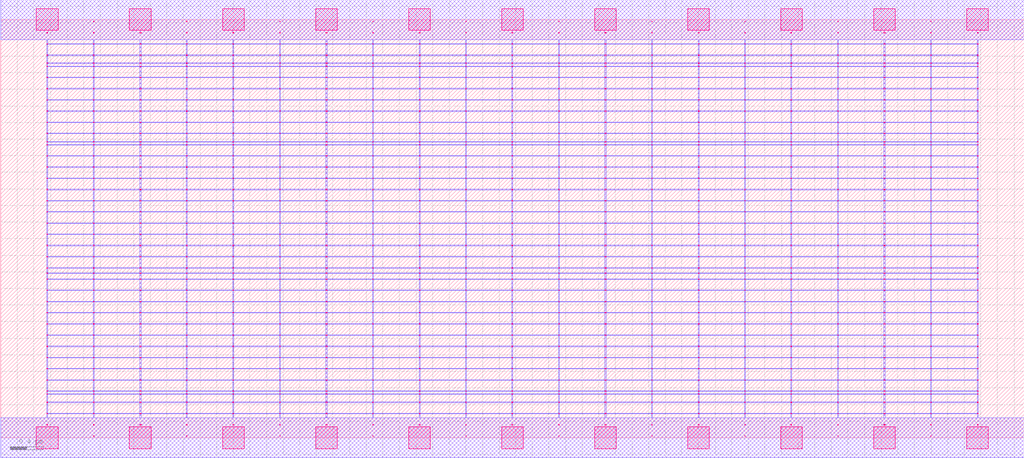
<source format=lef>
MACRO OAOOAI21121_DEBUG
 CLASS CORE ;
 FOREIGN OAOOAI21121_DEBUG 0 0 ;
 SIZE 12.32 BY 5.04 ;
 ORIGIN 0 0 ;
 SYMMETRY X Y R90 ;
 SITE unit ;

 OBS
    LAYER polycont ;
     RECT 6.15100000 2.58300000 6.16400000 2.59100000 ;
     RECT 6.15100000 2.71800000 6.16400000 2.72600000 ;
     RECT 6.15100000 2.85300000 6.16400000 2.86100000 ;
     RECT 6.15100000 2.98800000 6.16400000 2.99600000 ;
     RECT 8.39600000 2.58300000 8.40900000 2.59100000 ;
     RECT 8.95600000 2.58300000 8.96400000 2.59100000 ;
     RECT 9.51100000 2.58300000 9.52400000 2.59100000 ;
     RECT 10.07600000 2.58300000 10.08400000 2.59100000 ;
     RECT 10.63100000 2.58300000 10.64900000 2.59100000 ;
     RECT 11.19600000 2.58300000 11.20400000 2.59100000 ;
     RECT 11.75600000 2.58300000 11.76900000 2.59100000 ;
     RECT 6.71600000 2.58300000 6.72400000 2.59100000 ;
     RECT 6.71600000 2.71800000 6.72400000 2.72600000 ;
     RECT 7.27100000 2.71800000 7.28900000 2.72600000 ;
     RECT 7.83600000 2.71800000 7.84400000 2.72600000 ;
     RECT 8.39600000 2.71800000 8.40900000 2.72600000 ;
     RECT 8.95600000 2.71800000 8.96400000 2.72600000 ;
     RECT 9.51100000 2.71800000 9.52400000 2.72600000 ;
     RECT 10.07600000 2.71800000 10.08400000 2.72600000 ;
     RECT 10.63100000 2.71800000 10.64900000 2.72600000 ;
     RECT 11.19600000 2.71800000 11.20400000 2.72600000 ;
     RECT 11.75600000 2.71800000 11.76900000 2.72600000 ;
     RECT 7.27100000 2.58300000 7.28900000 2.59100000 ;
     RECT 6.71600000 2.85300000 6.72400000 2.86100000 ;
     RECT 7.27100000 2.85300000 7.28900000 2.86100000 ;
     RECT 7.83600000 2.85300000 7.84400000 2.86100000 ;
     RECT 8.39600000 2.85300000 8.40900000 2.86100000 ;
     RECT 8.95600000 2.85300000 8.96400000 2.86100000 ;
     RECT 9.51100000 2.85300000 9.52400000 2.86100000 ;
     RECT 10.07600000 2.85300000 10.08400000 2.86100000 ;
     RECT 10.63100000 2.85300000 10.64900000 2.86100000 ;
     RECT 11.19600000 2.85300000 11.20400000 2.86100000 ;
     RECT 11.75600000 2.85300000 11.76900000 2.86100000 ;
     RECT 7.83600000 2.58300000 7.84400000 2.59100000 ;
     RECT 6.71600000 2.98800000 6.72400000 2.99600000 ;
     RECT 7.27100000 2.98800000 7.28900000 2.99600000 ;
     RECT 7.83600000 2.98800000 7.84400000 2.99600000 ;
     RECT 8.39600000 2.98800000 8.40900000 2.99600000 ;
     RECT 8.95600000 2.98800000 8.96400000 2.99600000 ;
     RECT 9.51100000 2.98800000 9.52400000 2.99600000 ;
     RECT 10.07600000 2.98800000 10.08400000 2.99600000 ;
     RECT 10.63100000 2.98800000 10.64900000 2.99600000 ;
     RECT 11.19600000 2.98800000 11.20400000 2.99600000 ;
     RECT 11.75600000 2.98800000 11.76900000 2.99600000 ;
     RECT 8.95600000 3.12300000 8.96400000 3.13100000 ;
     RECT 8.95600000 3.25800000 8.96400000 3.26600000 ;
     RECT 8.95600000 3.39300000 8.96400000 3.40100000 ;
     RECT 8.95600000 3.52800000 8.96400000 3.53600000 ;
     RECT 8.95600000 3.56100000 8.96400000 3.56900000 ;
     RECT 8.95600000 3.66300000 8.96400000 3.67100000 ;
     RECT 8.95600000 3.79800000 8.96400000 3.80600000 ;
     RECT 8.95600000 3.93300000 8.96400000 3.94100000 ;
     RECT 8.95600000 4.06800000 8.96400000 4.07600000 ;
     RECT 8.95600000 4.20300000 8.96400000 4.21100000 ;
     RECT 8.95600000 4.33800000 8.96400000 4.34600000 ;
     RECT 8.95600000 4.47300000 8.96400000 4.48100000 ;
     RECT 8.95600000 4.51100000 8.96400000 4.51900000 ;
     RECT 8.95600000 4.60800000 8.96400000 4.61600000 ;
     RECT 8.95600000 4.74300000 8.96400000 4.75100000 ;
     RECT 8.95600000 4.87800000 8.96400000 4.88600000 ;
     RECT 5.59600000 2.71800000 5.60400000 2.72600000 ;
     RECT 1.11600000 2.58300000 1.12400000 2.59100000 ;
     RECT 1.67600000 2.58300000 1.68900000 2.59100000 ;
     RECT 0.55100000 2.98800000 0.56400000 2.99600000 ;
     RECT 1.11600000 2.98800000 1.12400000 2.99600000 ;
     RECT 1.67600000 2.98800000 1.68900000 2.99600000 ;
     RECT 2.23600000 2.98800000 2.24400000 2.99600000 ;
     RECT 2.79100000 2.98800000 2.80400000 2.99600000 ;
     RECT 3.35600000 2.98800000 3.36400000 2.99600000 ;
     RECT 3.91100000 2.98800000 3.92900000 2.99600000 ;
     RECT 4.47600000 2.98800000 4.48400000 2.99600000 ;
     RECT 5.03600000 2.98800000 5.04900000 2.99600000 ;
     RECT 5.59600000 2.98800000 5.60400000 2.99600000 ;
     RECT 2.23600000 2.58300000 2.24400000 2.59100000 ;
     RECT 2.79100000 2.58300000 2.80400000 2.59100000 ;
     RECT 3.35600000 2.58300000 3.36400000 2.59100000 ;
     RECT 3.91100000 2.58300000 3.92900000 2.59100000 ;
     RECT 4.47600000 2.58300000 4.48400000 2.59100000 ;
     RECT 5.03600000 2.58300000 5.04900000 2.59100000 ;
     RECT 5.59600000 2.58300000 5.60400000 2.59100000 ;
     RECT 0.55100000 2.58300000 0.56400000 2.59100000 ;
     RECT 0.55100000 2.71800000 0.56400000 2.72600000 ;
     RECT 0.55100000 2.85300000 0.56400000 2.86100000 ;
     RECT 1.11600000 2.85300000 1.12400000 2.86100000 ;
     RECT 2.23600000 3.12300000 2.24400000 3.13100000 ;
     RECT 5.59600000 3.12300000 5.60400000 3.13100000 ;
     RECT 1.67600000 2.85300000 1.68900000 2.86100000 ;
     RECT 2.23600000 3.25800000 2.24400000 3.26600000 ;
     RECT 5.59600000 3.25800000 5.60400000 3.26600000 ;
     RECT 2.23600000 2.85300000 2.24400000 2.86100000 ;
     RECT 2.23600000 3.39300000 2.24400000 3.40100000 ;
     RECT 5.59600000 3.39300000 5.60400000 3.40100000 ;
     RECT 2.79100000 2.85300000 2.80400000 2.86100000 ;
     RECT 2.23600000 3.52800000 2.24400000 3.53600000 ;
     RECT 5.59600000 3.52800000 5.60400000 3.53600000 ;
     RECT 3.35600000 2.85300000 3.36400000 2.86100000 ;
     RECT 2.23600000 3.56100000 2.24400000 3.56900000 ;
     RECT 5.59600000 3.56100000 5.60400000 3.56900000 ;
     RECT 3.91100000 2.85300000 3.92900000 2.86100000 ;
     RECT 2.23600000 3.66300000 2.24400000 3.67100000 ;
     RECT 5.59600000 3.66300000 5.60400000 3.67100000 ;
     RECT 4.47600000 2.85300000 4.48400000 2.86100000 ;
     RECT 2.23600000 3.79800000 2.24400000 3.80600000 ;
     RECT 5.59600000 3.79800000 5.60400000 3.80600000 ;
     RECT 5.03600000 2.85300000 5.04900000 2.86100000 ;
     RECT 2.23600000 3.93300000 2.24400000 3.94100000 ;
     RECT 5.59600000 3.93300000 5.60400000 3.94100000 ;
     RECT 5.59600000 2.85300000 5.60400000 2.86100000 ;
     RECT 2.23600000 4.06800000 2.24400000 4.07600000 ;
     RECT 5.59600000 4.06800000 5.60400000 4.07600000 ;
     RECT 1.11600000 2.71800000 1.12400000 2.72600000 ;
     RECT 2.23600000 4.20300000 2.24400000 4.21100000 ;
     RECT 5.59600000 4.20300000 5.60400000 4.21100000 ;
     RECT 1.67600000 2.71800000 1.68900000 2.72600000 ;
     RECT 2.23600000 4.33800000 2.24400000 4.34600000 ;
     RECT 5.59600000 4.33800000 5.60400000 4.34600000 ;
     RECT 2.23600000 2.71800000 2.24400000 2.72600000 ;
     RECT 2.23600000 4.47300000 2.24400000 4.48100000 ;
     RECT 5.59600000 4.47300000 5.60400000 4.48100000 ;
     RECT 2.79100000 2.71800000 2.80400000 2.72600000 ;
     RECT 2.23600000 4.51100000 2.24400000 4.51900000 ;
     RECT 5.59600000 4.51100000 5.60400000 4.51900000 ;
     RECT 3.35600000 2.71800000 3.36400000 2.72600000 ;
     RECT 2.23600000 4.60800000 2.24400000 4.61600000 ;
     RECT 5.59600000 4.60800000 5.60400000 4.61600000 ;
     RECT 3.91100000 2.71800000 3.92900000 2.72600000 ;
     RECT 2.23600000 4.74300000 2.24400000 4.75100000 ;
     RECT 5.59600000 4.74300000 5.60400000 4.75100000 ;
     RECT 4.47600000 2.71800000 4.48400000 2.72600000 ;
     RECT 2.23600000 4.87800000 2.24400000 4.88600000 ;
     RECT 5.59600000 4.87800000 5.60400000 4.88600000 ;
     RECT 5.03600000 2.71800000 5.04900000 2.72600000 ;
     RECT 2.23600000 1.63800000 2.24400000 1.64600000 ;
     RECT 2.23600000 1.77300000 2.24400000 1.78100000 ;
     RECT 2.23600000 1.90800000 2.24400000 1.91600000 ;
     RECT 2.23600000 1.98100000 2.24400000 1.98900000 ;
     RECT 2.23600000 2.04300000 2.24400000 2.05100000 ;
     RECT 2.23600000 2.17800000 2.24400000 2.18600000 ;
     RECT 2.23600000 2.31300000 2.24400000 2.32100000 ;
     RECT 2.23600000 2.44800000 2.24400000 2.45600000 ;
     RECT 2.23600000 0.15300000 2.24400000 0.16100000 ;
     RECT 2.23600000 0.28800000 2.24400000 0.29600000 ;
     RECT 2.23600000 0.42300000 2.24400000 0.43100000 ;
     RECT 2.23600000 0.52100000 2.24400000 0.52900000 ;
     RECT 2.23600000 0.55800000 2.24400000 0.56600000 ;
     RECT 2.23600000 0.69300000 2.24400000 0.70100000 ;
     RECT 2.23600000 0.82800000 2.24400000 0.83600000 ;
     RECT 2.23600000 0.96300000 2.24400000 0.97100000 ;
     RECT 2.23600000 1.09800000 2.24400000 1.10600000 ;
     RECT 2.23600000 1.23300000 2.24400000 1.24100000 ;
     RECT 2.23600000 1.36800000 2.24400000 1.37600000 ;
     RECT 2.23600000 1.50300000 2.24400000 1.51100000 ;
     RECT 10.63100000 1.90800000 10.64900000 1.91600000 ;
     RECT 11.19600000 1.90800000 11.20400000 1.91600000 ;
     RECT 11.75600000 1.90800000 11.76900000 1.91600000 ;
     RECT 11.19600000 0.15300000 11.20400000 0.16100000 ;
     RECT 10.07600000 1.98100000 10.08400000 1.98900000 ;
     RECT 10.63100000 1.98100000 10.64900000 1.98900000 ;
     RECT 11.19600000 1.98100000 11.20400000 1.98900000 ;
     RECT 11.75600000 1.98100000 11.76900000 1.98900000 ;
     RECT 10.07600000 0.52100000 10.08400000 0.52900000 ;
     RECT 10.07600000 2.04300000 10.08400000 2.05100000 ;
     RECT 10.63100000 2.04300000 10.64900000 2.05100000 ;
     RECT 11.19600000 2.04300000 11.20400000 2.05100000 ;
     RECT 11.75600000 2.04300000 11.76900000 2.05100000 ;
     RECT 10.63100000 0.52100000 10.64900000 0.52900000 ;
     RECT 10.07600000 2.17800000 10.08400000 2.18600000 ;
     RECT 10.63100000 2.17800000 10.64900000 2.18600000 ;
     RECT 11.19600000 2.17800000 11.20400000 2.18600000 ;
     RECT 11.75600000 2.17800000 11.76900000 2.18600000 ;
     RECT 11.19600000 0.52100000 11.20400000 0.52900000 ;
     RECT 10.07600000 2.31300000 10.08400000 2.32100000 ;
     RECT 10.63100000 2.31300000 10.64900000 2.32100000 ;
     RECT 11.19600000 2.31300000 11.20400000 2.32100000 ;
     RECT 11.75600000 2.31300000 11.76900000 2.32100000 ;
     RECT 11.75600000 0.52100000 11.76900000 0.52900000 ;
     RECT 10.07600000 2.44800000 10.08400000 2.45600000 ;
     RECT 10.63100000 2.44800000 10.64900000 2.45600000 ;
     RECT 11.19600000 2.44800000 11.20400000 2.45600000 ;
     RECT 11.75600000 2.44800000 11.76900000 2.45600000 ;
     RECT 11.75600000 0.15300000 11.76900000 0.16100000 ;
     RECT 10.07600000 0.55800000 10.08400000 0.56600000 ;
     RECT 10.63100000 0.55800000 10.64900000 0.56600000 ;
     RECT 11.19600000 0.55800000 11.20400000 0.56600000 ;
     RECT 11.75600000 0.55800000 11.76900000 0.56600000 ;
     RECT 10.07600000 0.15300000 10.08400000 0.16100000 ;
     RECT 10.07600000 0.69300000 10.08400000 0.70100000 ;
     RECT 10.63100000 0.69300000 10.64900000 0.70100000 ;
     RECT 11.19600000 0.69300000 11.20400000 0.70100000 ;
     RECT 11.75600000 0.69300000 11.76900000 0.70100000 ;
     RECT 10.07600000 0.28800000 10.08400000 0.29600000 ;
     RECT 10.07600000 0.82800000 10.08400000 0.83600000 ;
     RECT 10.63100000 0.82800000 10.64900000 0.83600000 ;
     RECT 11.19600000 0.82800000 11.20400000 0.83600000 ;
     RECT 11.75600000 0.82800000 11.76900000 0.83600000 ;
     RECT 10.63100000 0.28800000 10.64900000 0.29600000 ;
     RECT 10.07600000 0.96300000 10.08400000 0.97100000 ;
     RECT 10.63100000 0.96300000 10.64900000 0.97100000 ;
     RECT 11.19600000 0.96300000 11.20400000 0.97100000 ;
     RECT 11.75600000 0.96300000 11.76900000 0.97100000 ;
     RECT 11.19600000 0.28800000 11.20400000 0.29600000 ;
     RECT 10.07600000 1.09800000 10.08400000 1.10600000 ;
     RECT 10.63100000 1.09800000 10.64900000 1.10600000 ;
     RECT 11.19600000 1.09800000 11.20400000 1.10600000 ;
     RECT 11.75600000 1.09800000 11.76900000 1.10600000 ;
     RECT 11.75600000 0.28800000 11.76900000 0.29600000 ;
     RECT 10.07600000 1.23300000 10.08400000 1.24100000 ;
     RECT 10.63100000 1.23300000 10.64900000 1.24100000 ;
     RECT 11.19600000 1.23300000 11.20400000 1.24100000 ;
     RECT 11.75600000 1.23300000 11.76900000 1.24100000 ;
     RECT 10.63100000 0.15300000 10.64900000 0.16100000 ;
     RECT 10.07600000 1.36800000 10.08400000 1.37600000 ;
     RECT 10.63100000 1.36800000 10.64900000 1.37600000 ;
     RECT 11.19600000 1.36800000 11.20400000 1.37600000 ;
     RECT 11.75600000 1.36800000 11.76900000 1.37600000 ;
     RECT 10.07600000 0.42300000 10.08400000 0.43100000 ;
     RECT 10.07600000 1.50300000 10.08400000 1.51100000 ;
     RECT 10.63100000 1.50300000 10.64900000 1.51100000 ;
     RECT 11.19600000 1.50300000 11.20400000 1.51100000 ;
     RECT 11.75600000 1.50300000 11.76900000 1.51100000 ;
     RECT 10.63100000 0.42300000 10.64900000 0.43100000 ;
     RECT 10.07600000 1.63800000 10.08400000 1.64600000 ;
     RECT 10.63100000 1.63800000 10.64900000 1.64600000 ;
     RECT 11.19600000 1.63800000 11.20400000 1.64600000 ;
     RECT 11.75600000 1.63800000 11.76900000 1.64600000 ;
     RECT 11.19600000 0.42300000 11.20400000 0.43100000 ;
     RECT 10.07600000 1.77300000 10.08400000 1.78100000 ;
     RECT 10.63100000 1.77300000 10.64900000 1.78100000 ;
     RECT 11.19600000 1.77300000 11.20400000 1.78100000 ;
     RECT 11.75600000 1.77300000 11.76900000 1.78100000 ;
     RECT 11.75600000 0.42300000 11.76900000 0.43100000 ;
     RECT 10.07600000 1.90800000 10.08400000 1.91600000 ;

    LAYER pdiffc ;
     RECT 0.55100000 3.39300000 0.55900000 3.40100000 ;
     RECT 1.68100000 3.39300000 1.68900000 3.40100000 ;
     RECT 2.79100000 3.39300000 2.79900000 3.40100000 ;
     RECT 5.04100000 3.39300000 5.04900000 3.40100000 ;
     RECT 6.15100000 3.39300000 6.15900000 3.40100000 ;
     RECT 8.40100000 3.39300000 8.40900000 3.40100000 ;
     RECT 9.51100000 3.39300000 9.51900000 3.40100000 ;
     RECT 11.76100000 3.39300000 11.76900000 3.40100000 ;
     RECT 0.55100000 3.52800000 0.55900000 3.53600000 ;
     RECT 1.68100000 3.52800000 1.68900000 3.53600000 ;
     RECT 2.79100000 3.52800000 2.79900000 3.53600000 ;
     RECT 5.04100000 3.52800000 5.04900000 3.53600000 ;
     RECT 6.15100000 3.52800000 6.15900000 3.53600000 ;
     RECT 8.40100000 3.52800000 8.40900000 3.53600000 ;
     RECT 9.51100000 3.52800000 9.51900000 3.53600000 ;
     RECT 11.76100000 3.52800000 11.76900000 3.53600000 ;
     RECT 0.55100000 3.56100000 0.55900000 3.56900000 ;
     RECT 1.68100000 3.56100000 1.68900000 3.56900000 ;
     RECT 2.79100000 3.56100000 2.79900000 3.56900000 ;
     RECT 5.04100000 3.56100000 5.04900000 3.56900000 ;
     RECT 6.15100000 3.56100000 6.15900000 3.56900000 ;
     RECT 8.40100000 3.56100000 8.40900000 3.56900000 ;
     RECT 9.51100000 3.56100000 9.51900000 3.56900000 ;
     RECT 11.76100000 3.56100000 11.76900000 3.56900000 ;
     RECT 0.55100000 3.66300000 0.55900000 3.67100000 ;
     RECT 1.68100000 3.66300000 1.68900000 3.67100000 ;
     RECT 2.79100000 3.66300000 2.79900000 3.67100000 ;
     RECT 5.04100000 3.66300000 5.04900000 3.67100000 ;
     RECT 6.15100000 3.66300000 6.15900000 3.67100000 ;
     RECT 8.40100000 3.66300000 8.40900000 3.67100000 ;
     RECT 9.51100000 3.66300000 9.51900000 3.67100000 ;
     RECT 11.76100000 3.66300000 11.76900000 3.67100000 ;
     RECT 0.55100000 3.79800000 0.55900000 3.80600000 ;
     RECT 1.68100000 3.79800000 1.68900000 3.80600000 ;
     RECT 2.79100000 3.79800000 2.79900000 3.80600000 ;
     RECT 5.04100000 3.79800000 5.04900000 3.80600000 ;
     RECT 6.15100000 3.79800000 6.15900000 3.80600000 ;
     RECT 8.40100000 3.79800000 8.40900000 3.80600000 ;
     RECT 9.51100000 3.79800000 9.51900000 3.80600000 ;
     RECT 11.76100000 3.79800000 11.76900000 3.80600000 ;
     RECT 0.55100000 3.93300000 0.55900000 3.94100000 ;
     RECT 1.68100000 3.93300000 1.68900000 3.94100000 ;
     RECT 2.79100000 3.93300000 2.79900000 3.94100000 ;
     RECT 5.04100000 3.93300000 5.04900000 3.94100000 ;
     RECT 6.15100000 3.93300000 6.15900000 3.94100000 ;
     RECT 8.40100000 3.93300000 8.40900000 3.94100000 ;
     RECT 9.51100000 3.93300000 9.51900000 3.94100000 ;
     RECT 11.76100000 3.93300000 11.76900000 3.94100000 ;
     RECT 0.55100000 4.06800000 0.55900000 4.07600000 ;
     RECT 1.68100000 4.06800000 1.68900000 4.07600000 ;
     RECT 2.79100000 4.06800000 2.79900000 4.07600000 ;
     RECT 5.04100000 4.06800000 5.04900000 4.07600000 ;
     RECT 6.15100000 4.06800000 6.15900000 4.07600000 ;
     RECT 8.40100000 4.06800000 8.40900000 4.07600000 ;
     RECT 9.51100000 4.06800000 9.51900000 4.07600000 ;
     RECT 11.76100000 4.06800000 11.76900000 4.07600000 ;
     RECT 0.55100000 4.20300000 0.55900000 4.21100000 ;
     RECT 1.68100000 4.20300000 1.68900000 4.21100000 ;
     RECT 2.79100000 4.20300000 2.79900000 4.21100000 ;
     RECT 5.04100000 4.20300000 5.04900000 4.21100000 ;
     RECT 6.15100000 4.20300000 6.15900000 4.21100000 ;
     RECT 8.40100000 4.20300000 8.40900000 4.21100000 ;
     RECT 9.51100000 4.20300000 9.51900000 4.21100000 ;
     RECT 11.76100000 4.20300000 11.76900000 4.21100000 ;
     RECT 0.55100000 4.33800000 0.55900000 4.34600000 ;
     RECT 1.68100000 4.33800000 1.68900000 4.34600000 ;
     RECT 2.79100000 4.33800000 2.79900000 4.34600000 ;
     RECT 5.04100000 4.33800000 5.04900000 4.34600000 ;
     RECT 6.15100000 4.33800000 6.15900000 4.34600000 ;
     RECT 8.40100000 4.33800000 8.40900000 4.34600000 ;
     RECT 9.51100000 4.33800000 9.51900000 4.34600000 ;
     RECT 11.76100000 4.33800000 11.76900000 4.34600000 ;
     RECT 0.55100000 4.47300000 0.55900000 4.48100000 ;
     RECT 1.68100000 4.47300000 1.68900000 4.48100000 ;
     RECT 2.79100000 4.47300000 2.79900000 4.48100000 ;
     RECT 5.04100000 4.47300000 5.04900000 4.48100000 ;
     RECT 6.15100000 4.47300000 6.15900000 4.48100000 ;
     RECT 8.40100000 4.47300000 8.40900000 4.48100000 ;
     RECT 9.51100000 4.47300000 9.51900000 4.48100000 ;
     RECT 11.76100000 4.47300000 11.76900000 4.48100000 ;
     RECT 0.55100000 4.51100000 0.55900000 4.51900000 ;
     RECT 1.68100000 4.51100000 1.68900000 4.51900000 ;
     RECT 2.79100000 4.51100000 2.79900000 4.51900000 ;
     RECT 5.04100000 4.51100000 5.04900000 4.51900000 ;
     RECT 6.15100000 4.51100000 6.15900000 4.51900000 ;
     RECT 8.40100000 4.51100000 8.40900000 4.51900000 ;
     RECT 9.51100000 4.51100000 9.51900000 4.51900000 ;
     RECT 11.76100000 4.51100000 11.76900000 4.51900000 ;
     RECT 0.55100000 4.60800000 0.55900000 4.61600000 ;
     RECT 1.68100000 4.60800000 1.68900000 4.61600000 ;
     RECT 2.79100000 4.60800000 2.79900000 4.61600000 ;
     RECT 5.04100000 4.60800000 5.04900000 4.61600000 ;
     RECT 6.15100000 4.60800000 6.15900000 4.61600000 ;
     RECT 8.40100000 4.60800000 8.40900000 4.61600000 ;
     RECT 9.51100000 4.60800000 9.51900000 4.61600000 ;
     RECT 11.76100000 4.60800000 11.76900000 4.61600000 ;

    LAYER ndiffc ;
     RECT 5.03600000 0.42300000 5.04900000 0.43100000 ;
     RECT 5.03600000 0.52100000 5.04900000 0.52900000 ;
     RECT 5.03600000 0.55800000 5.04900000 0.56600000 ;
     RECT 5.03600000 0.69300000 5.04900000 0.70100000 ;
     RECT 5.03600000 0.82800000 5.04900000 0.83600000 ;
     RECT 5.03600000 0.96300000 5.04900000 0.97100000 ;
     RECT 5.03600000 1.09800000 5.04900000 1.10600000 ;
     RECT 5.03600000 1.23300000 5.04900000 1.24100000 ;
     RECT 5.03600000 1.36800000 5.04900000 1.37600000 ;
     RECT 5.03600000 1.50300000 5.04900000 1.51100000 ;
     RECT 5.03600000 1.63800000 5.04900000 1.64600000 ;
     RECT 5.03600000 1.77300000 5.04900000 1.78100000 ;
     RECT 5.03600000 1.90800000 5.04900000 1.91600000 ;
     RECT 5.03600000 1.98100000 5.04900000 1.98900000 ;
     RECT 5.03600000 2.04300000 5.04900000 2.05100000 ;
     RECT 8.39600000 0.42300000 8.40900000 0.43100000 ;
     RECT 6.15100000 0.69300000 6.16400000 0.70100000 ;
     RECT 7.27100000 0.69300000 7.28900000 0.70100000 ;
     RECT 8.39600000 0.69300000 8.40900000 0.70100000 ;
     RECT 9.51100000 0.69300000 9.52400000 0.70100000 ;
     RECT 9.51100000 0.42300000 9.52400000 0.43100000 ;
     RECT 6.15100000 0.82800000 6.16400000 0.83600000 ;
     RECT 7.27100000 0.82800000 7.28900000 0.83600000 ;
     RECT 8.39600000 0.82800000 8.40900000 0.83600000 ;
     RECT 9.51100000 0.82800000 9.52400000 0.83600000 ;
     RECT 6.15100000 0.42300000 6.16400000 0.43100000 ;
     RECT 6.15100000 0.96300000 6.16400000 0.97100000 ;
     RECT 7.27100000 0.96300000 7.28900000 0.97100000 ;
     RECT 8.39600000 0.96300000 8.40900000 0.97100000 ;
     RECT 9.51100000 0.96300000 9.52400000 0.97100000 ;
     RECT 6.15100000 0.52100000 6.16400000 0.52900000 ;
     RECT 6.15100000 1.09800000 6.16400000 1.10600000 ;
     RECT 7.27100000 1.09800000 7.28900000 1.10600000 ;
     RECT 8.39600000 1.09800000 8.40900000 1.10600000 ;
     RECT 9.51100000 1.09800000 9.52400000 1.10600000 ;
     RECT 7.27100000 0.52100000 7.28900000 0.52900000 ;
     RECT 6.15100000 1.23300000 6.16400000 1.24100000 ;
     RECT 7.27100000 1.23300000 7.28900000 1.24100000 ;
     RECT 8.39600000 1.23300000 8.40900000 1.24100000 ;
     RECT 9.51100000 1.23300000 9.52400000 1.24100000 ;
     RECT 8.39600000 0.52100000 8.40900000 0.52900000 ;
     RECT 6.15100000 1.36800000 6.16400000 1.37600000 ;
     RECT 7.27100000 1.36800000 7.28900000 1.37600000 ;
     RECT 8.39600000 1.36800000 8.40900000 1.37600000 ;
     RECT 9.51100000 1.36800000 9.52400000 1.37600000 ;
     RECT 9.51100000 0.52100000 9.52400000 0.52900000 ;
     RECT 6.15100000 1.50300000 6.16400000 1.51100000 ;
     RECT 7.27100000 1.50300000 7.28900000 1.51100000 ;
     RECT 8.39600000 1.50300000 8.40900000 1.51100000 ;
     RECT 9.51100000 1.50300000 9.52400000 1.51100000 ;
     RECT 7.27100000 0.42300000 7.28900000 0.43100000 ;
     RECT 6.15100000 1.63800000 6.16400000 1.64600000 ;
     RECT 7.27100000 1.63800000 7.28900000 1.64600000 ;
     RECT 8.39600000 1.63800000 8.40900000 1.64600000 ;
     RECT 9.51100000 1.63800000 9.52400000 1.64600000 ;
     RECT 6.15100000 0.55800000 6.16400000 0.56600000 ;
     RECT 6.15100000 1.77300000 6.16400000 1.78100000 ;
     RECT 7.27100000 1.77300000 7.28900000 1.78100000 ;
     RECT 8.39600000 1.77300000 8.40900000 1.78100000 ;
     RECT 9.51100000 1.77300000 9.52400000 1.78100000 ;
     RECT 7.27100000 0.55800000 7.28900000 0.56600000 ;
     RECT 6.15100000 1.90800000 6.16400000 1.91600000 ;
     RECT 7.27100000 1.90800000 7.28900000 1.91600000 ;
     RECT 8.39600000 1.90800000 8.40900000 1.91600000 ;
     RECT 9.51100000 1.90800000 9.52400000 1.91600000 ;
     RECT 8.39600000 0.55800000 8.40900000 0.56600000 ;
     RECT 6.15100000 1.98100000 6.16400000 1.98900000 ;
     RECT 7.27100000 1.98100000 7.28900000 1.98900000 ;
     RECT 8.39600000 1.98100000 8.40900000 1.98900000 ;
     RECT 9.51100000 1.98100000 9.52400000 1.98900000 ;
     RECT 9.51100000 0.55800000 9.52400000 0.56600000 ;
     RECT 6.15100000 2.04300000 6.16400000 2.05100000 ;
     RECT 7.27100000 2.04300000 7.28900000 2.05100000 ;
     RECT 8.39600000 2.04300000 8.40900000 2.05100000 ;
     RECT 9.51100000 2.04300000 9.52400000 2.05100000 ;
     RECT 3.91100000 1.36800000 3.92900000 1.37600000 ;
     RECT 2.79100000 0.55800000 2.80400000 0.56600000 ;
     RECT 3.91100000 0.55800000 3.92900000 0.56600000 ;
     RECT 1.67600000 0.52100000 1.68900000 0.52900000 ;
     RECT 2.79100000 0.52100000 2.80400000 0.52900000 ;
     RECT 3.91100000 0.52100000 3.92900000 0.52900000 ;
     RECT 0.55100000 1.50300000 0.56400000 1.51100000 ;
     RECT 1.67600000 1.50300000 1.68900000 1.51100000 ;
     RECT 2.79100000 1.50300000 2.80400000 1.51100000 ;
     RECT 3.91100000 1.50300000 3.92900000 1.51100000 ;
     RECT 0.55100000 0.96300000 0.56400000 0.97100000 ;
     RECT 1.67600000 0.96300000 1.68900000 0.97100000 ;
     RECT 2.79100000 0.96300000 2.80400000 0.97100000 ;
     RECT 3.91100000 0.96300000 3.92900000 0.97100000 ;
     RECT 1.67600000 0.42300000 1.68900000 0.43100000 ;
     RECT 0.55100000 1.63800000 0.56400000 1.64600000 ;
     RECT 1.67600000 1.63800000 1.68900000 1.64600000 ;
     RECT 2.79100000 1.63800000 2.80400000 1.64600000 ;
     RECT 3.91100000 1.63800000 3.92900000 1.64600000 ;
     RECT 2.79100000 0.42300000 2.80400000 0.43100000 ;
     RECT 0.55100000 0.69300000 0.56400000 0.70100000 ;
     RECT 1.67600000 0.69300000 1.68900000 0.70100000 ;
     RECT 2.79100000 0.69300000 2.80400000 0.70100000 ;
     RECT 0.55100000 1.09800000 0.56400000 1.10600000 ;
     RECT 0.55100000 1.77300000 0.56400000 1.78100000 ;
     RECT 1.67600000 1.77300000 1.68900000 1.78100000 ;
     RECT 2.79100000 1.77300000 2.80400000 1.78100000 ;
     RECT 3.91100000 1.77300000 3.92900000 1.78100000 ;
     RECT 1.67600000 1.09800000 1.68900000 1.10600000 ;
     RECT 2.79100000 1.09800000 2.80400000 1.10600000 ;
     RECT 3.91100000 1.09800000 3.92900000 1.10600000 ;
     RECT 3.91100000 0.69300000 3.92900000 0.70100000 ;
     RECT 3.91100000 0.42300000 3.92900000 0.43100000 ;
     RECT 0.55100000 1.90800000 0.56400000 1.91600000 ;
     RECT 1.67600000 1.90800000 1.68900000 1.91600000 ;
     RECT 2.79100000 1.90800000 2.80400000 1.91600000 ;
     RECT 3.91100000 1.90800000 3.92900000 1.91600000 ;
     RECT 0.55100000 0.42300000 0.56400000 0.43100000 ;
     RECT 0.55100000 0.52100000 0.56400000 0.52900000 ;
     RECT 0.55100000 0.55800000 0.56400000 0.56600000 ;
     RECT 0.55100000 1.23300000 0.56400000 1.24100000 ;
     RECT 1.67600000 1.23300000 1.68900000 1.24100000 ;
     RECT 0.55100000 1.98100000 0.56400000 1.98900000 ;
     RECT 1.67600000 1.98100000 1.68900000 1.98900000 ;
     RECT 2.79100000 1.98100000 2.80400000 1.98900000 ;
     RECT 3.91100000 1.98100000 3.92900000 1.98900000 ;
     RECT 2.79100000 1.23300000 2.80400000 1.24100000 ;
     RECT 3.91100000 1.23300000 3.92900000 1.24100000 ;
     RECT 1.67600000 0.55800000 1.68900000 0.56600000 ;
     RECT 0.55100000 0.82800000 0.56400000 0.83600000 ;
     RECT 1.67600000 0.82800000 1.68900000 0.83600000 ;
     RECT 0.55100000 2.04300000 0.56400000 2.05100000 ;
     RECT 1.67600000 2.04300000 1.68900000 2.05100000 ;
     RECT 2.79100000 2.04300000 2.80400000 2.05100000 ;
     RECT 3.91100000 2.04300000 3.92900000 2.05100000 ;
     RECT 2.79100000 0.82800000 2.80400000 0.83600000 ;
     RECT 3.91100000 0.82800000 3.92900000 0.83600000 ;
     RECT 0.55100000 1.36800000 0.56400000 1.37600000 ;
     RECT 1.67600000 1.36800000 1.68900000 1.37600000 ;
     RECT 2.79100000 1.36800000 2.80400000 1.37600000 ;

    LAYER met1 ;
     RECT 0.00000000 -0.24000000 12.32000000 0.24000000 ;
     RECT 6.15100000 0.24000000 6.16400000 0.28800000 ;
     RECT 0.55100000 0.28800000 11.76900000 0.29600000 ;
     RECT 6.15100000 0.29600000 6.16400000 0.42300000 ;
     RECT 0.55100000 0.42300000 11.76900000 0.43100000 ;
     RECT 6.15100000 0.43100000 6.16400000 0.52100000 ;
     RECT 0.55100000 0.52100000 11.76900000 0.52900000 ;
     RECT 6.15100000 0.52900000 6.16400000 0.55800000 ;
     RECT 0.55100000 0.55800000 11.76900000 0.56600000 ;
     RECT 6.15100000 0.56600000 6.16400000 0.69300000 ;
     RECT 0.55100000 0.69300000 11.76900000 0.70100000 ;
     RECT 6.15100000 0.70100000 6.16400000 0.82800000 ;
     RECT 0.55100000 0.82800000 11.76900000 0.83600000 ;
     RECT 6.15100000 0.83600000 6.16400000 0.96300000 ;
     RECT 0.55100000 0.96300000 11.76900000 0.97100000 ;
     RECT 6.15100000 0.97100000 6.16400000 1.09800000 ;
     RECT 0.55100000 1.09800000 11.76900000 1.10600000 ;
     RECT 6.15100000 1.10600000 6.16400000 1.23300000 ;
     RECT 0.55100000 1.23300000 11.76900000 1.24100000 ;
     RECT 6.15100000 1.24100000 6.16400000 1.36800000 ;
     RECT 0.55100000 1.36800000 11.76900000 1.37600000 ;
     RECT 6.15100000 1.37600000 6.16400000 1.50300000 ;
     RECT 0.55100000 1.50300000 11.76900000 1.51100000 ;
     RECT 6.15100000 1.51100000 6.16400000 1.63800000 ;
     RECT 0.55100000 1.63800000 11.76900000 1.64600000 ;
     RECT 6.15100000 1.64600000 6.16400000 1.77300000 ;
     RECT 0.55100000 1.77300000 11.76900000 1.78100000 ;
     RECT 6.15100000 1.78100000 6.16400000 1.90800000 ;
     RECT 0.55100000 1.90800000 11.76900000 1.91600000 ;
     RECT 6.15100000 1.91600000 6.16400000 1.98100000 ;
     RECT 0.55100000 1.98100000 11.76900000 1.98900000 ;
     RECT 6.15100000 1.98900000 6.16400000 2.04300000 ;
     RECT 0.55100000 2.04300000 11.76900000 2.05100000 ;
     RECT 6.15100000 2.05100000 6.16400000 2.17800000 ;
     RECT 0.55100000 2.17800000 11.76900000 2.18600000 ;
     RECT 6.15100000 2.18600000 6.16400000 2.31300000 ;
     RECT 0.55100000 2.31300000 11.76900000 2.32100000 ;
     RECT 6.15100000 2.32100000 6.16400000 2.44800000 ;
     RECT 0.55100000 2.44800000 11.76900000 2.45600000 ;
     RECT 0.55100000 2.45600000 0.56400000 2.58300000 ;
     RECT 1.11600000 2.45600000 1.12400000 2.58300000 ;
     RECT 1.67600000 2.45600000 1.68900000 2.58300000 ;
     RECT 2.23600000 2.45600000 2.24400000 2.58300000 ;
     RECT 2.79100000 2.45600000 2.80400000 2.58300000 ;
     RECT 3.35600000 2.45600000 3.36400000 2.58300000 ;
     RECT 3.91100000 2.45600000 3.92900000 2.58300000 ;
     RECT 4.47600000 2.45600000 4.48400000 2.58300000 ;
     RECT 5.03600000 2.45600000 5.04900000 2.58300000 ;
     RECT 5.59600000 2.45600000 5.60400000 2.58300000 ;
     RECT 6.15100000 2.45600000 6.16400000 2.58300000 ;
     RECT 6.71600000 2.45600000 6.72400000 2.58300000 ;
     RECT 7.27100000 2.45600000 7.28900000 2.58300000 ;
     RECT 7.83600000 2.45600000 7.84400000 2.58300000 ;
     RECT 8.39600000 2.45600000 8.40900000 2.58300000 ;
     RECT 8.95600000 2.45600000 8.96400000 2.58300000 ;
     RECT 9.51100000 2.45600000 9.52400000 2.58300000 ;
     RECT 10.07600000 2.45600000 10.08400000 2.58300000 ;
     RECT 10.63100000 2.45600000 10.64900000 2.58300000 ;
     RECT 11.19600000 2.45600000 11.20400000 2.58300000 ;
     RECT 11.75600000 2.45600000 11.76900000 2.58300000 ;
     RECT 0.55100000 2.58300000 11.76900000 2.59100000 ;
     RECT 6.15100000 2.59100000 6.16400000 2.71800000 ;
     RECT 0.55100000 2.71800000 11.76900000 2.72600000 ;
     RECT 6.15100000 2.72600000 6.16400000 2.85300000 ;
     RECT 0.55100000 2.85300000 11.76900000 2.86100000 ;
     RECT 6.15100000 2.86100000 6.16400000 2.98800000 ;
     RECT 0.55100000 2.98800000 11.76900000 2.99600000 ;
     RECT 6.15100000 2.99600000 6.16400000 3.12300000 ;
     RECT 0.55100000 3.12300000 11.76900000 3.13100000 ;
     RECT 6.15100000 3.13100000 6.16400000 3.25800000 ;
     RECT 0.55100000 3.25800000 11.76900000 3.26600000 ;
     RECT 6.15100000 3.26600000 6.16400000 3.39300000 ;
     RECT 0.55100000 3.39300000 11.76900000 3.40100000 ;
     RECT 6.15100000 3.40100000 6.16400000 3.52800000 ;
     RECT 0.55100000 3.52800000 11.76900000 3.53600000 ;
     RECT 6.15100000 3.53600000 6.16400000 3.56100000 ;
     RECT 0.55100000 3.56100000 11.76900000 3.56900000 ;
     RECT 6.15100000 3.56900000 6.16400000 3.66300000 ;
     RECT 0.55100000 3.66300000 11.76900000 3.67100000 ;
     RECT 6.15100000 3.67100000 6.16400000 3.79800000 ;
     RECT 0.55100000 3.79800000 11.76900000 3.80600000 ;
     RECT 6.15100000 3.80600000 6.16400000 3.93300000 ;
     RECT 0.55100000 3.93300000 11.76900000 3.94100000 ;
     RECT 6.15100000 3.94100000 6.16400000 4.06800000 ;
     RECT 0.55100000 4.06800000 11.76900000 4.07600000 ;
     RECT 6.15100000 4.07600000 6.16400000 4.20300000 ;
     RECT 0.55100000 4.20300000 11.76900000 4.21100000 ;
     RECT 6.15100000 4.21100000 6.16400000 4.33800000 ;
     RECT 0.55100000 4.33800000 11.76900000 4.34600000 ;
     RECT 6.15100000 4.34600000 6.16400000 4.47300000 ;
     RECT 0.55100000 4.47300000 11.76900000 4.48100000 ;
     RECT 6.15100000 4.48100000 6.16400000 4.51100000 ;
     RECT 0.55100000 4.51100000 11.76900000 4.51900000 ;
     RECT 6.15100000 4.51900000 6.16400000 4.60800000 ;
     RECT 0.55100000 4.60800000 11.76900000 4.61600000 ;
     RECT 6.15100000 4.61600000 6.16400000 4.74300000 ;
     RECT 0.55100000 4.74300000 11.76900000 4.75100000 ;
     RECT 6.15100000 4.75100000 6.16400000 4.80000000 ;
     RECT 0.00000000 4.80000000 12.32000000 5.28000000 ;
     RECT 6.71600000 3.80600000 6.72400000 3.93300000 ;
     RECT 7.27100000 3.80600000 7.28900000 3.93300000 ;
     RECT 7.83600000 3.80600000 7.84400000 3.93300000 ;
     RECT 8.39600000 3.80600000 8.40900000 3.93300000 ;
     RECT 8.95600000 3.80600000 8.96400000 3.93300000 ;
     RECT 9.51100000 3.80600000 9.52400000 3.93300000 ;
     RECT 10.07600000 3.80600000 10.08400000 3.93300000 ;
     RECT 10.63100000 3.80600000 10.64900000 3.93300000 ;
     RECT 11.19600000 3.80600000 11.20400000 3.93300000 ;
     RECT 11.75600000 3.80600000 11.76900000 3.93300000 ;
     RECT 9.51100000 3.94100000 9.52400000 4.06800000 ;
     RECT 10.07600000 3.94100000 10.08400000 4.06800000 ;
     RECT 10.63100000 3.94100000 10.64900000 4.06800000 ;
     RECT 11.19600000 3.94100000 11.20400000 4.06800000 ;
     RECT 11.75600000 3.94100000 11.76900000 4.06800000 ;
     RECT 9.51100000 4.07600000 9.52400000 4.20300000 ;
     RECT 10.07600000 4.07600000 10.08400000 4.20300000 ;
     RECT 10.63100000 4.07600000 10.64900000 4.20300000 ;
     RECT 11.19600000 4.07600000 11.20400000 4.20300000 ;
     RECT 11.75600000 4.07600000 11.76900000 4.20300000 ;
     RECT 9.51100000 4.21100000 9.52400000 4.33800000 ;
     RECT 10.07600000 4.21100000 10.08400000 4.33800000 ;
     RECT 10.63100000 4.21100000 10.64900000 4.33800000 ;
     RECT 11.19600000 4.21100000 11.20400000 4.33800000 ;
     RECT 11.75600000 4.21100000 11.76900000 4.33800000 ;
     RECT 9.51100000 4.34600000 9.52400000 4.47300000 ;
     RECT 10.07600000 4.34600000 10.08400000 4.47300000 ;
     RECT 10.63100000 4.34600000 10.64900000 4.47300000 ;
     RECT 11.19600000 4.34600000 11.20400000 4.47300000 ;
     RECT 11.75600000 4.34600000 11.76900000 4.47300000 ;
     RECT 9.51100000 4.48100000 9.52400000 4.51100000 ;
     RECT 10.07600000 4.48100000 10.08400000 4.51100000 ;
     RECT 10.63100000 4.48100000 10.64900000 4.51100000 ;
     RECT 11.19600000 4.48100000 11.20400000 4.51100000 ;
     RECT 11.75600000 4.48100000 11.76900000 4.51100000 ;
     RECT 9.51100000 4.51900000 9.52400000 4.60800000 ;
     RECT 10.07600000 4.51900000 10.08400000 4.60800000 ;
     RECT 10.63100000 4.51900000 10.64900000 4.60800000 ;
     RECT 11.19600000 4.51900000 11.20400000 4.60800000 ;
     RECT 11.75600000 4.51900000 11.76900000 4.60800000 ;
     RECT 9.51100000 4.61600000 9.52400000 4.74300000 ;
     RECT 10.07600000 4.61600000 10.08400000 4.74300000 ;
     RECT 10.63100000 4.61600000 10.64900000 4.74300000 ;
     RECT 11.19600000 4.61600000 11.20400000 4.74300000 ;
     RECT 11.75600000 4.61600000 11.76900000 4.74300000 ;
     RECT 9.51100000 4.75100000 9.52400000 4.80000000 ;
     RECT 10.07600000 4.75100000 10.08400000 4.80000000 ;
     RECT 10.63100000 4.75100000 10.64900000 4.80000000 ;
     RECT 11.19600000 4.75100000 11.20400000 4.80000000 ;
     RECT 11.75600000 4.75100000 11.76900000 4.80000000 ;
     RECT 6.71600000 4.48100000 6.72400000 4.51100000 ;
     RECT 7.27100000 4.48100000 7.28900000 4.51100000 ;
     RECT 7.83600000 4.48100000 7.84400000 4.51100000 ;
     RECT 8.39600000 4.48100000 8.40900000 4.51100000 ;
     RECT 8.95600000 4.48100000 8.96400000 4.51100000 ;
     RECT 6.71600000 4.21100000 6.72400000 4.33800000 ;
     RECT 7.27100000 4.21100000 7.28900000 4.33800000 ;
     RECT 7.83600000 4.21100000 7.84400000 4.33800000 ;
     RECT 8.39600000 4.21100000 8.40900000 4.33800000 ;
     RECT 8.95600000 4.21100000 8.96400000 4.33800000 ;
     RECT 6.71600000 4.51900000 6.72400000 4.60800000 ;
     RECT 7.27100000 4.51900000 7.28900000 4.60800000 ;
     RECT 7.83600000 4.51900000 7.84400000 4.60800000 ;
     RECT 8.39600000 4.51900000 8.40900000 4.60800000 ;
     RECT 8.95600000 4.51900000 8.96400000 4.60800000 ;
     RECT 6.71600000 4.07600000 6.72400000 4.20300000 ;
     RECT 7.27100000 4.07600000 7.28900000 4.20300000 ;
     RECT 7.83600000 4.07600000 7.84400000 4.20300000 ;
     RECT 8.39600000 4.07600000 8.40900000 4.20300000 ;
     RECT 8.95600000 4.07600000 8.96400000 4.20300000 ;
     RECT 6.71600000 4.61600000 6.72400000 4.74300000 ;
     RECT 7.27100000 4.61600000 7.28900000 4.74300000 ;
     RECT 7.83600000 4.61600000 7.84400000 4.74300000 ;
     RECT 8.39600000 4.61600000 8.40900000 4.74300000 ;
     RECT 8.95600000 4.61600000 8.96400000 4.74300000 ;
     RECT 6.71600000 4.34600000 6.72400000 4.47300000 ;
     RECT 7.27100000 4.34600000 7.28900000 4.47300000 ;
     RECT 7.83600000 4.34600000 7.84400000 4.47300000 ;
     RECT 8.39600000 4.34600000 8.40900000 4.47300000 ;
     RECT 8.95600000 4.34600000 8.96400000 4.47300000 ;
     RECT 6.71600000 4.75100000 6.72400000 4.80000000 ;
     RECT 7.27100000 4.75100000 7.28900000 4.80000000 ;
     RECT 7.83600000 4.75100000 7.84400000 4.80000000 ;
     RECT 8.39600000 4.75100000 8.40900000 4.80000000 ;
     RECT 8.95600000 4.75100000 8.96400000 4.80000000 ;
     RECT 6.71600000 3.94100000 6.72400000 4.06800000 ;
     RECT 7.27100000 3.94100000 7.28900000 4.06800000 ;
     RECT 7.83600000 3.94100000 7.84400000 4.06800000 ;
     RECT 8.39600000 3.94100000 8.40900000 4.06800000 ;
     RECT 8.95600000 3.94100000 8.96400000 4.06800000 ;
     RECT 8.39600000 2.99600000 8.40900000 3.12300000 ;
     RECT 8.95600000 2.99600000 8.96400000 3.12300000 ;
     RECT 6.71600000 3.13100000 6.72400000 3.25800000 ;
     RECT 7.27100000 3.13100000 7.28900000 3.25800000 ;
     RECT 7.83600000 3.13100000 7.84400000 3.25800000 ;
     RECT 8.39600000 3.13100000 8.40900000 3.25800000 ;
     RECT 8.95600000 3.13100000 8.96400000 3.25800000 ;
     RECT 8.95600000 2.86100000 8.96400000 2.98800000 ;
     RECT 6.71600000 3.26600000 6.72400000 3.39300000 ;
     RECT 7.27100000 3.26600000 7.28900000 3.39300000 ;
     RECT 7.83600000 3.26600000 7.84400000 3.39300000 ;
     RECT 8.39600000 3.26600000 8.40900000 3.39300000 ;
     RECT 8.95600000 3.26600000 8.96400000 3.39300000 ;
     RECT 6.71600000 2.59100000 6.72400000 2.71800000 ;
     RECT 7.27100000 2.59100000 7.28900000 2.71800000 ;
     RECT 6.71600000 3.40100000 6.72400000 3.52800000 ;
     RECT 7.27100000 3.40100000 7.28900000 3.52800000 ;
     RECT 7.83600000 3.40100000 7.84400000 3.52800000 ;
     RECT 8.39600000 3.40100000 8.40900000 3.52800000 ;
     RECT 7.83600000 2.59100000 7.84400000 2.71800000 ;
     RECT 8.39600000 2.59100000 8.40900000 2.71800000 ;
     RECT 8.95600000 3.40100000 8.96400000 3.52800000 ;
     RECT 6.71600000 2.72600000 6.72400000 2.85300000 ;
     RECT 7.27100000 2.72600000 7.28900000 2.85300000 ;
     RECT 6.71600000 3.53600000 6.72400000 3.56100000 ;
     RECT 7.27100000 3.53600000 7.28900000 3.56100000 ;
     RECT 7.83600000 3.53600000 7.84400000 3.56100000 ;
     RECT 8.39600000 3.53600000 8.40900000 3.56100000 ;
     RECT 8.95600000 3.53600000 8.96400000 3.56100000 ;
     RECT 7.83600000 2.72600000 7.84400000 2.85300000 ;
     RECT 8.39600000 2.72600000 8.40900000 2.85300000 ;
     RECT 6.71600000 2.86100000 6.72400000 2.98800000 ;
     RECT 7.27100000 2.86100000 7.28900000 2.98800000 ;
     RECT 6.71600000 3.56900000 6.72400000 3.66300000 ;
     RECT 7.27100000 3.56900000 7.28900000 3.66300000 ;
     RECT 7.83600000 3.56900000 7.84400000 3.66300000 ;
     RECT 8.39600000 3.56900000 8.40900000 3.66300000 ;
     RECT 8.95600000 3.56900000 8.96400000 3.66300000 ;
     RECT 8.95600000 2.59100000 8.96400000 2.71800000 ;
     RECT 8.95600000 2.72600000 8.96400000 2.85300000 ;
     RECT 6.71600000 3.67100000 6.72400000 3.79800000 ;
     RECT 7.27100000 3.67100000 7.28900000 3.79800000 ;
     RECT 7.83600000 3.67100000 7.84400000 3.79800000 ;
     RECT 8.39600000 3.67100000 8.40900000 3.79800000 ;
     RECT 7.83600000 2.86100000 7.84400000 2.98800000 ;
     RECT 8.39600000 2.86100000 8.40900000 2.98800000 ;
     RECT 8.95600000 3.67100000 8.96400000 3.79800000 ;
     RECT 7.27100000 2.99600000 7.28900000 3.12300000 ;
     RECT 7.83600000 2.99600000 7.84400000 3.12300000 ;
     RECT 6.71600000 2.99600000 6.72400000 3.12300000 ;
     RECT 9.51100000 3.53600000 9.52400000 3.56100000 ;
     RECT 10.07600000 3.53600000 10.08400000 3.56100000 ;
     RECT 9.51100000 2.86100000 9.52400000 2.98800000 ;
     RECT 10.63100000 3.53600000 10.64900000 3.56100000 ;
     RECT 11.19600000 3.53600000 11.20400000 3.56100000 ;
     RECT 11.75600000 3.53600000 11.76900000 3.56100000 ;
     RECT 9.51100000 3.26600000 9.52400000 3.39300000 ;
     RECT 10.07600000 3.26600000 10.08400000 3.39300000 ;
     RECT 10.63100000 3.26600000 10.64900000 3.39300000 ;
     RECT 11.19600000 3.26600000 11.20400000 3.39300000 ;
     RECT 11.75600000 3.26600000 11.76900000 3.39300000 ;
     RECT 11.19600000 2.99600000 11.20400000 3.12300000 ;
     RECT 11.75600000 2.99600000 11.76900000 3.12300000 ;
     RECT 10.07600000 2.86100000 10.08400000 2.98800000 ;
     RECT 10.63100000 2.86100000 10.64900000 2.98800000 ;
     RECT 9.51100000 3.56900000 9.52400000 3.66300000 ;
     RECT 10.07600000 3.56900000 10.08400000 3.66300000 ;
     RECT 10.63100000 3.56900000 10.64900000 3.66300000 ;
     RECT 11.19600000 3.56900000 11.20400000 3.66300000 ;
     RECT 11.75600000 3.56900000 11.76900000 3.66300000 ;
     RECT 9.51100000 3.13100000 9.52400000 3.25800000 ;
     RECT 9.51100000 2.72600000 9.52400000 2.85300000 ;
     RECT 10.07600000 3.13100000 10.08400000 3.25800000 ;
     RECT 10.63100000 3.13100000 10.64900000 3.25800000 ;
     RECT 11.19600000 3.13100000 11.20400000 3.25800000 ;
     RECT 11.19600000 2.86100000 11.20400000 2.98800000 ;
     RECT 11.75600000 2.86100000 11.76900000 2.98800000 ;
     RECT 11.75600000 3.13100000 11.76900000 3.25800000 ;
     RECT 9.51100000 3.40100000 9.52400000 3.52800000 ;
     RECT 9.51100000 3.67100000 9.52400000 3.79800000 ;
     RECT 10.07600000 3.67100000 10.08400000 3.79800000 ;
     RECT 10.63100000 3.67100000 10.64900000 3.79800000 ;
     RECT 11.19600000 3.67100000 11.20400000 3.79800000 ;
     RECT 11.75600000 3.67100000 11.76900000 3.79800000 ;
     RECT 10.07600000 2.72600000 10.08400000 2.85300000 ;
     RECT 10.63100000 2.72600000 10.64900000 2.85300000 ;
     RECT 10.07600000 3.40100000 10.08400000 3.52800000 ;
     RECT 10.63100000 3.40100000 10.64900000 3.52800000 ;
     RECT 9.51100000 2.59100000 9.52400000 2.71800000 ;
     RECT 11.19600000 3.40100000 11.20400000 3.52800000 ;
     RECT 11.75600000 3.40100000 11.76900000 3.52800000 ;
     RECT 11.19600000 2.59100000 11.20400000 2.71800000 ;
     RECT 11.75600000 2.59100000 11.76900000 2.71800000 ;
     RECT 10.07600000 2.59100000 10.08400000 2.71800000 ;
     RECT 10.63100000 2.59100000 10.64900000 2.71800000 ;
     RECT 9.51100000 2.99600000 9.52400000 3.12300000 ;
     RECT 10.07600000 2.99600000 10.08400000 3.12300000 ;
     RECT 11.19600000 2.72600000 11.20400000 2.85300000 ;
     RECT 11.75600000 2.72600000 11.76900000 2.85300000 ;
     RECT 10.63100000 2.99600000 10.64900000 3.12300000 ;
     RECT 5.03600000 3.80600000 5.04900000 3.93300000 ;
     RECT 5.59600000 3.80600000 5.60400000 3.93300000 ;
     RECT 0.55100000 3.80600000 0.56400000 3.93300000 ;
     RECT 1.11600000 3.80600000 1.12400000 3.93300000 ;
     RECT 1.67600000 3.80600000 1.68900000 3.93300000 ;
     RECT 2.23600000 3.80600000 2.24400000 3.93300000 ;
     RECT 2.79100000 3.80600000 2.80400000 3.93300000 ;
     RECT 3.35600000 3.80600000 3.36400000 3.93300000 ;
     RECT 3.91100000 3.80600000 3.92900000 3.93300000 ;
     RECT 4.47600000 3.80600000 4.48400000 3.93300000 ;
     RECT 5.03600000 4.07600000 5.04900000 4.20300000 ;
     RECT 5.59600000 4.07600000 5.60400000 4.20300000 ;
     RECT 3.35600000 4.21100000 3.36400000 4.33800000 ;
     RECT 3.91100000 4.21100000 3.92900000 4.33800000 ;
     RECT 4.47600000 4.21100000 4.48400000 4.33800000 ;
     RECT 5.03600000 4.21100000 5.04900000 4.33800000 ;
     RECT 5.59600000 4.21100000 5.60400000 4.33800000 ;
     RECT 3.35600000 4.34600000 3.36400000 4.47300000 ;
     RECT 3.91100000 4.34600000 3.92900000 4.47300000 ;
     RECT 4.47600000 4.34600000 4.48400000 4.47300000 ;
     RECT 5.03600000 4.34600000 5.04900000 4.47300000 ;
     RECT 5.59600000 4.34600000 5.60400000 4.47300000 ;
     RECT 3.35600000 4.48100000 3.36400000 4.51100000 ;
     RECT 3.91100000 4.48100000 3.92900000 4.51100000 ;
     RECT 4.47600000 4.48100000 4.48400000 4.51100000 ;
     RECT 5.03600000 4.48100000 5.04900000 4.51100000 ;
     RECT 5.59600000 4.48100000 5.60400000 4.51100000 ;
     RECT 3.35600000 4.51900000 3.36400000 4.60800000 ;
     RECT 3.91100000 4.51900000 3.92900000 4.60800000 ;
     RECT 4.47600000 4.51900000 4.48400000 4.60800000 ;
     RECT 5.03600000 4.51900000 5.04900000 4.60800000 ;
     RECT 5.59600000 4.51900000 5.60400000 4.60800000 ;
     RECT 3.35600000 4.61600000 3.36400000 4.74300000 ;
     RECT 3.91100000 4.61600000 3.92900000 4.74300000 ;
     RECT 4.47600000 4.61600000 4.48400000 4.74300000 ;
     RECT 5.03600000 4.61600000 5.04900000 4.74300000 ;
     RECT 5.59600000 4.61600000 5.60400000 4.74300000 ;
     RECT 3.35600000 4.75100000 3.36400000 4.80000000 ;
     RECT 3.91100000 4.75100000 3.92900000 4.80000000 ;
     RECT 4.47600000 4.75100000 4.48400000 4.80000000 ;
     RECT 5.03600000 4.75100000 5.04900000 4.80000000 ;
     RECT 5.59600000 4.75100000 5.60400000 4.80000000 ;
     RECT 3.35600000 3.94100000 3.36400000 4.06800000 ;
     RECT 3.91100000 3.94100000 3.92900000 4.06800000 ;
     RECT 4.47600000 3.94100000 4.48400000 4.06800000 ;
     RECT 5.03600000 3.94100000 5.04900000 4.06800000 ;
     RECT 5.59600000 3.94100000 5.60400000 4.06800000 ;
     RECT 3.35600000 4.07600000 3.36400000 4.20300000 ;
     RECT 3.91100000 4.07600000 3.92900000 4.20300000 ;
     RECT 4.47600000 4.07600000 4.48400000 4.20300000 ;
     RECT 2.23600000 4.21100000 2.24400000 4.33800000 ;
     RECT 2.79100000 4.21100000 2.80400000 4.33800000 ;
     RECT 0.55100000 4.51900000 0.56400000 4.60800000 ;
     RECT 1.11600000 4.51900000 1.12400000 4.60800000 ;
     RECT 1.67600000 4.51900000 1.68900000 4.60800000 ;
     RECT 2.23600000 4.51900000 2.24400000 4.60800000 ;
     RECT 2.79100000 4.51900000 2.80400000 4.60800000 ;
     RECT 0.55100000 4.07600000 0.56400000 4.20300000 ;
     RECT 1.11600000 4.07600000 1.12400000 4.20300000 ;
     RECT 1.67600000 4.07600000 1.68900000 4.20300000 ;
     RECT 2.23600000 4.07600000 2.24400000 4.20300000 ;
     RECT 2.79100000 4.07600000 2.80400000 4.20300000 ;
     RECT 0.55100000 4.61600000 0.56400000 4.74300000 ;
     RECT 1.11600000 4.61600000 1.12400000 4.74300000 ;
     RECT 1.67600000 4.61600000 1.68900000 4.74300000 ;
     RECT 2.23600000 4.61600000 2.24400000 4.74300000 ;
     RECT 2.79100000 4.61600000 2.80400000 4.74300000 ;
     RECT 0.55100000 4.34600000 0.56400000 4.47300000 ;
     RECT 1.11600000 4.34600000 1.12400000 4.47300000 ;
     RECT 1.67600000 4.34600000 1.68900000 4.47300000 ;
     RECT 2.23600000 4.34600000 2.24400000 4.47300000 ;
     RECT 2.79100000 4.34600000 2.80400000 4.47300000 ;
     RECT 0.55100000 4.75100000 0.56400000 4.80000000 ;
     RECT 1.11600000 4.75100000 1.12400000 4.80000000 ;
     RECT 1.67600000 4.75100000 1.68900000 4.80000000 ;
     RECT 2.23600000 4.75100000 2.24400000 4.80000000 ;
     RECT 2.79100000 4.75100000 2.80400000 4.80000000 ;
     RECT 0.55100000 3.94100000 0.56400000 4.06800000 ;
     RECT 1.11600000 3.94100000 1.12400000 4.06800000 ;
     RECT 1.67600000 3.94100000 1.68900000 4.06800000 ;
     RECT 2.23600000 3.94100000 2.24400000 4.06800000 ;
     RECT 2.79100000 3.94100000 2.80400000 4.06800000 ;
     RECT 0.55100000 4.48100000 0.56400000 4.51100000 ;
     RECT 1.11600000 4.48100000 1.12400000 4.51100000 ;
     RECT 1.67600000 4.48100000 1.68900000 4.51100000 ;
     RECT 2.23600000 4.48100000 2.24400000 4.51100000 ;
     RECT 2.79100000 4.48100000 2.80400000 4.51100000 ;
     RECT 0.55100000 4.21100000 0.56400000 4.33800000 ;
     RECT 1.11600000 4.21100000 1.12400000 4.33800000 ;
     RECT 1.67600000 4.21100000 1.68900000 4.33800000 ;
     RECT 2.79100000 3.53600000 2.80400000 3.56100000 ;
     RECT 0.55100000 2.86100000 0.56400000 2.98800000 ;
     RECT 1.11600000 2.86100000 1.12400000 2.98800000 ;
     RECT 1.67600000 2.86100000 1.68900000 2.98800000 ;
     RECT 2.23600000 2.86100000 2.24400000 2.98800000 ;
     RECT 2.23600000 2.59100000 2.24400000 2.71800000 ;
     RECT 0.55100000 3.40100000 0.56400000 3.52800000 ;
     RECT 1.11600000 3.40100000 1.12400000 3.52800000 ;
     RECT 0.55100000 2.59100000 0.56400000 2.71800000 ;
     RECT 1.67600000 2.72600000 1.68900000 2.85300000 ;
     RECT 2.23600000 2.72600000 2.24400000 2.85300000 ;
     RECT 2.79100000 2.72600000 2.80400000 2.85300000 ;
     RECT 0.55100000 3.67100000 0.56400000 3.79800000 ;
     RECT 1.11600000 3.67100000 1.12400000 3.79800000 ;
     RECT 1.67600000 3.67100000 1.68900000 3.79800000 ;
     RECT 2.23600000 3.67100000 2.24400000 3.79800000 ;
     RECT 2.79100000 3.67100000 2.80400000 3.79800000 ;
     RECT 1.11600000 2.59100000 1.12400000 2.71800000 ;
     RECT 0.55100000 2.72600000 0.56400000 2.85300000 ;
     RECT 1.11600000 2.72600000 1.12400000 2.85300000 ;
     RECT 0.55100000 3.53600000 0.56400000 3.56100000 ;
     RECT 1.11600000 3.53600000 1.12400000 3.56100000 ;
     RECT 1.67600000 3.40100000 1.68900000 3.52800000 ;
     RECT 0.55100000 3.13100000 0.56400000 3.25800000 ;
     RECT 1.11600000 3.13100000 1.12400000 3.25800000 ;
     RECT 1.67600000 3.13100000 1.68900000 3.25800000 ;
     RECT 2.23600000 3.13100000 2.24400000 3.25800000 ;
     RECT 0.55100000 3.26600000 0.56400000 3.39300000 ;
     RECT 1.11600000 3.26600000 1.12400000 3.39300000 ;
     RECT 1.67600000 3.26600000 1.68900000 3.39300000 ;
     RECT 2.23600000 3.26600000 2.24400000 3.39300000 ;
     RECT 2.79100000 3.26600000 2.80400000 3.39300000 ;
     RECT 2.79100000 3.13100000 2.80400000 3.25800000 ;
     RECT 0.55100000 3.56900000 0.56400000 3.66300000 ;
     RECT 1.11600000 3.56900000 1.12400000 3.66300000 ;
     RECT 1.67600000 3.56900000 1.68900000 3.66300000 ;
     RECT 2.23600000 3.56900000 2.24400000 3.66300000 ;
     RECT 2.23600000 3.40100000 2.24400000 3.52800000 ;
     RECT 2.79100000 3.40100000 2.80400000 3.52800000 ;
     RECT 2.79100000 2.59100000 2.80400000 2.71800000 ;
     RECT 0.55100000 2.99600000 0.56400000 3.12300000 ;
     RECT 1.11600000 2.99600000 1.12400000 3.12300000 ;
     RECT 1.67600000 2.99600000 1.68900000 3.12300000 ;
     RECT 2.23600000 2.99600000 2.24400000 3.12300000 ;
     RECT 2.79100000 2.99600000 2.80400000 3.12300000 ;
     RECT 1.67600000 2.59100000 1.68900000 2.71800000 ;
     RECT 1.67600000 3.53600000 1.68900000 3.56100000 ;
     RECT 2.79100000 3.56900000 2.80400000 3.66300000 ;
     RECT 2.79100000 2.86100000 2.80400000 2.98800000 ;
     RECT 2.23600000 3.53600000 2.24400000 3.56100000 ;
     RECT 5.59600000 2.72600000 5.60400000 2.85300000 ;
     RECT 5.03600000 2.72600000 5.04900000 2.85300000 ;
     RECT 3.35600000 3.40100000 3.36400000 3.52800000 ;
     RECT 3.91100000 3.40100000 3.92900000 3.52800000 ;
     RECT 4.47600000 3.40100000 4.48400000 3.52800000 ;
     RECT 3.35600000 3.67100000 3.36400000 3.79800000 ;
     RECT 5.03600000 3.40100000 5.04900000 3.52800000 ;
     RECT 5.59600000 3.40100000 5.60400000 3.52800000 ;
     RECT 3.91100000 2.99600000 3.92900000 3.12300000 ;
     RECT 5.03600000 2.99600000 5.04900000 3.12300000 ;
     RECT 5.59600000 2.99600000 5.60400000 3.12300000 ;
     RECT 3.91100000 2.59100000 3.92900000 2.71800000 ;
     RECT 3.35600000 3.56900000 3.36400000 3.66300000 ;
     RECT 3.91100000 3.56900000 3.92900000 3.66300000 ;
     RECT 4.47600000 3.56900000 4.48400000 3.66300000 ;
     RECT 5.03600000 3.56900000 5.04900000 3.66300000 ;
     RECT 3.91100000 3.67100000 3.92900000 3.79800000 ;
     RECT 4.47600000 3.67100000 4.48400000 3.79800000 ;
     RECT 5.03600000 3.67100000 5.04900000 3.79800000 ;
     RECT 5.59600000 3.67100000 5.60400000 3.79800000 ;
     RECT 3.91100000 2.72600000 3.92900000 2.85300000 ;
     RECT 4.47600000 2.72600000 4.48400000 2.85300000 ;
     RECT 5.59600000 3.56900000 5.60400000 3.66300000 ;
     RECT 5.03600000 3.13100000 5.04900000 3.25800000 ;
     RECT 5.59600000 3.13100000 5.60400000 3.25800000 ;
     RECT 4.47600000 2.59100000 4.48400000 2.71800000 ;
     RECT 3.35600000 2.86100000 3.36400000 2.98800000 ;
     RECT 3.35600000 3.26600000 3.36400000 3.39300000 ;
     RECT 3.91100000 2.86100000 3.92900000 2.98800000 ;
     RECT 4.47600000 2.86100000 4.48400000 2.98800000 ;
     RECT 5.03600000 2.59100000 5.04900000 2.71800000 ;
     RECT 5.59600000 2.59100000 5.60400000 2.71800000 ;
     RECT 4.47600000 2.99600000 4.48400000 3.12300000 ;
     RECT 3.35600000 2.99600000 3.36400000 3.12300000 ;
     RECT 3.35600000 3.53600000 3.36400000 3.56100000 ;
     RECT 3.91100000 3.53600000 3.92900000 3.56100000 ;
     RECT 3.35600000 3.13100000 3.36400000 3.25800000 ;
     RECT 3.91100000 3.13100000 3.92900000 3.25800000 ;
     RECT 3.91100000 3.26600000 3.92900000 3.39300000 ;
     RECT 4.47600000 3.26600000 4.48400000 3.39300000 ;
     RECT 5.03600000 3.26600000 5.04900000 3.39300000 ;
     RECT 5.59600000 3.26600000 5.60400000 3.39300000 ;
     RECT 4.47600000 3.13100000 4.48400000 3.25800000 ;
     RECT 4.47600000 3.53600000 4.48400000 3.56100000 ;
     RECT 5.03600000 2.86100000 5.04900000 2.98800000 ;
     RECT 5.59600000 2.86100000 5.60400000 2.98800000 ;
     RECT 5.03600000 3.53600000 5.04900000 3.56100000 ;
     RECT 5.59600000 3.53600000 5.60400000 3.56100000 ;
     RECT 3.35600000 2.59100000 3.36400000 2.71800000 ;
     RECT 3.35600000 2.72600000 3.36400000 2.85300000 ;
     RECT 1.67600000 1.10600000 1.68900000 1.23300000 ;
     RECT 2.23600000 1.10600000 2.24400000 1.23300000 ;
     RECT 2.79100000 1.10600000 2.80400000 1.23300000 ;
     RECT 3.35600000 1.10600000 3.36400000 1.23300000 ;
     RECT 3.91100000 1.10600000 3.92900000 1.23300000 ;
     RECT 4.47600000 1.10600000 4.48400000 1.23300000 ;
     RECT 5.03600000 1.10600000 5.04900000 1.23300000 ;
     RECT 5.59600000 1.10600000 5.60400000 1.23300000 ;
     RECT 0.55100000 1.10600000 0.56400000 1.23300000 ;
     RECT 1.11600000 1.10600000 1.12400000 1.23300000 ;
     RECT 4.47600000 1.24100000 4.48400000 1.36800000 ;
     RECT 5.03600000 1.24100000 5.04900000 1.36800000 ;
     RECT 5.59600000 1.24100000 5.60400000 1.36800000 ;
     RECT 3.35600000 1.37600000 3.36400000 1.50300000 ;
     RECT 3.91100000 1.37600000 3.92900000 1.50300000 ;
     RECT 4.47600000 1.37600000 4.48400000 1.50300000 ;
     RECT 5.03600000 1.37600000 5.04900000 1.50300000 ;
     RECT 5.59600000 1.37600000 5.60400000 1.50300000 ;
     RECT 3.35600000 1.51100000 3.36400000 1.63800000 ;
     RECT 3.91100000 1.51100000 3.92900000 1.63800000 ;
     RECT 4.47600000 1.51100000 4.48400000 1.63800000 ;
     RECT 5.03600000 1.51100000 5.04900000 1.63800000 ;
     RECT 5.59600000 1.51100000 5.60400000 1.63800000 ;
     RECT 3.35600000 1.64600000 3.36400000 1.77300000 ;
     RECT 3.91100000 1.64600000 3.92900000 1.77300000 ;
     RECT 4.47600000 1.64600000 4.48400000 1.77300000 ;
     RECT 5.03600000 1.64600000 5.04900000 1.77300000 ;
     RECT 5.59600000 1.64600000 5.60400000 1.77300000 ;
     RECT 3.35600000 1.78100000 3.36400000 1.90800000 ;
     RECT 3.91100000 1.78100000 3.92900000 1.90800000 ;
     RECT 4.47600000 1.78100000 4.48400000 1.90800000 ;
     RECT 5.03600000 1.78100000 5.04900000 1.90800000 ;
     RECT 5.59600000 1.78100000 5.60400000 1.90800000 ;
     RECT 3.35600000 1.91600000 3.36400000 1.98100000 ;
     RECT 3.91100000 1.91600000 3.92900000 1.98100000 ;
     RECT 4.47600000 1.91600000 4.48400000 1.98100000 ;
     RECT 5.03600000 1.91600000 5.04900000 1.98100000 ;
     RECT 5.59600000 1.91600000 5.60400000 1.98100000 ;
     RECT 3.35600000 1.98900000 3.36400000 2.04300000 ;
     RECT 3.91100000 1.98900000 3.92900000 2.04300000 ;
     RECT 4.47600000 1.98900000 4.48400000 2.04300000 ;
     RECT 5.03600000 1.98900000 5.04900000 2.04300000 ;
     RECT 5.59600000 1.98900000 5.60400000 2.04300000 ;
     RECT 3.35600000 2.05100000 3.36400000 2.17800000 ;
     RECT 3.91100000 2.05100000 3.92900000 2.17800000 ;
     RECT 4.47600000 2.05100000 4.48400000 2.17800000 ;
     RECT 5.03600000 2.05100000 5.04900000 2.17800000 ;
     RECT 5.59600000 2.05100000 5.60400000 2.17800000 ;
     RECT 3.35600000 2.18600000 3.36400000 2.31300000 ;
     RECT 3.91100000 2.18600000 3.92900000 2.31300000 ;
     RECT 4.47600000 2.18600000 4.48400000 2.31300000 ;
     RECT 5.03600000 2.18600000 5.04900000 2.31300000 ;
     RECT 5.59600000 2.18600000 5.60400000 2.31300000 ;
     RECT 3.35600000 2.32100000 3.36400000 2.44800000 ;
     RECT 3.91100000 2.32100000 3.92900000 2.44800000 ;
     RECT 4.47600000 2.32100000 4.48400000 2.44800000 ;
     RECT 5.03600000 2.32100000 5.04900000 2.44800000 ;
     RECT 5.59600000 2.32100000 5.60400000 2.44800000 ;
     RECT 3.35600000 1.24100000 3.36400000 1.36800000 ;
     RECT 3.91100000 1.24100000 3.92900000 1.36800000 ;
     RECT 1.67600000 1.91600000 1.68900000 1.98100000 ;
     RECT 2.23600000 1.91600000 2.24400000 1.98100000 ;
     RECT 2.79100000 1.91600000 2.80400000 1.98100000 ;
     RECT 0.55100000 1.37600000 0.56400000 1.50300000 ;
     RECT 1.11600000 1.37600000 1.12400000 1.50300000 ;
     RECT 1.67600000 1.37600000 1.68900000 1.50300000 ;
     RECT 2.23600000 1.37600000 2.24400000 1.50300000 ;
     RECT 2.79100000 1.37600000 2.80400000 1.50300000 ;
     RECT 0.55100000 1.98900000 0.56400000 2.04300000 ;
     RECT 1.11600000 1.98900000 1.12400000 2.04300000 ;
     RECT 1.67600000 1.98900000 1.68900000 2.04300000 ;
     RECT 2.23600000 1.98900000 2.24400000 2.04300000 ;
     RECT 2.79100000 1.98900000 2.80400000 2.04300000 ;
     RECT 0.55100000 1.64600000 0.56400000 1.77300000 ;
     RECT 1.11600000 1.64600000 1.12400000 1.77300000 ;
     RECT 1.67600000 1.64600000 1.68900000 1.77300000 ;
     RECT 2.23600000 1.64600000 2.24400000 1.77300000 ;
     RECT 2.79100000 1.64600000 2.80400000 1.77300000 ;
     RECT 0.55100000 2.05100000 0.56400000 2.17800000 ;
     RECT 1.11600000 2.05100000 1.12400000 2.17800000 ;
     RECT 1.67600000 2.05100000 1.68900000 2.17800000 ;
     RECT 2.23600000 2.05100000 2.24400000 2.17800000 ;
     RECT 2.79100000 2.05100000 2.80400000 2.17800000 ;
     RECT 0.55100000 1.24100000 0.56400000 1.36800000 ;
     RECT 1.11600000 1.24100000 1.12400000 1.36800000 ;
     RECT 1.67600000 1.24100000 1.68900000 1.36800000 ;
     RECT 2.23600000 1.24100000 2.24400000 1.36800000 ;
     RECT 2.79100000 1.24100000 2.80400000 1.36800000 ;
     RECT 0.55100000 2.18600000 0.56400000 2.31300000 ;
     RECT 1.11600000 2.18600000 1.12400000 2.31300000 ;
     RECT 1.67600000 2.18600000 1.68900000 2.31300000 ;
     RECT 2.23600000 2.18600000 2.24400000 2.31300000 ;
     RECT 2.79100000 2.18600000 2.80400000 2.31300000 ;
     RECT 0.55100000 1.78100000 0.56400000 1.90800000 ;
     RECT 1.11600000 1.78100000 1.12400000 1.90800000 ;
     RECT 1.67600000 1.78100000 1.68900000 1.90800000 ;
     RECT 2.23600000 1.78100000 2.24400000 1.90800000 ;
     RECT 2.79100000 1.78100000 2.80400000 1.90800000 ;
     RECT 0.55100000 2.32100000 0.56400000 2.44800000 ;
     RECT 1.11600000 2.32100000 1.12400000 2.44800000 ;
     RECT 1.67600000 2.32100000 1.68900000 2.44800000 ;
     RECT 2.23600000 2.32100000 2.24400000 2.44800000 ;
     RECT 2.79100000 2.32100000 2.80400000 2.44800000 ;
     RECT 0.55100000 1.51100000 0.56400000 1.63800000 ;
     RECT 1.11600000 1.51100000 1.12400000 1.63800000 ;
     RECT 1.67600000 1.51100000 1.68900000 1.63800000 ;
     RECT 2.23600000 1.51100000 2.24400000 1.63800000 ;
     RECT 2.79100000 1.51100000 2.80400000 1.63800000 ;
     RECT 0.55100000 1.91600000 0.56400000 1.98100000 ;
     RECT 1.11600000 1.91600000 1.12400000 1.98100000 ;
     RECT 1.11600000 0.43100000 1.12400000 0.52100000 ;
     RECT 1.67600000 0.43100000 1.68900000 0.52100000 ;
     RECT 2.23600000 0.43100000 2.24400000 0.52100000 ;
     RECT 1.67600000 0.24000000 1.68900000 0.28800000 ;
     RECT 2.23600000 0.24000000 2.24400000 0.28800000 ;
     RECT 2.79100000 0.24000000 2.80400000 0.28800000 ;
     RECT 2.79100000 0.29600000 2.80400000 0.42300000 ;
     RECT 0.55100000 0.52900000 0.56400000 0.55800000 ;
     RECT 1.11600000 0.52900000 1.12400000 0.55800000 ;
     RECT 1.67600000 0.52900000 1.68900000 0.55800000 ;
     RECT 2.23600000 0.52900000 2.24400000 0.55800000 ;
     RECT 2.79100000 0.52900000 2.80400000 0.55800000 ;
     RECT 0.55100000 0.56600000 0.56400000 0.69300000 ;
     RECT 1.11600000 0.56600000 1.12400000 0.69300000 ;
     RECT 1.67600000 0.56600000 1.68900000 0.69300000 ;
     RECT 2.23600000 0.56600000 2.24400000 0.69300000 ;
     RECT 2.79100000 0.56600000 2.80400000 0.69300000 ;
     RECT 0.55100000 0.70100000 0.56400000 0.82800000 ;
     RECT 1.11600000 0.70100000 1.12400000 0.82800000 ;
     RECT 1.67600000 0.70100000 1.68900000 0.82800000 ;
     RECT 2.23600000 0.70100000 2.24400000 0.82800000 ;
     RECT 2.79100000 0.70100000 2.80400000 0.82800000 ;
     RECT 0.55100000 0.24000000 0.56400000 0.28800000 ;
     RECT 1.11600000 0.24000000 1.12400000 0.28800000 ;
     RECT 0.55100000 0.83600000 0.56400000 0.96300000 ;
     RECT 1.11600000 0.83600000 1.12400000 0.96300000 ;
     RECT 1.67600000 0.83600000 1.68900000 0.96300000 ;
     RECT 2.23600000 0.83600000 2.24400000 0.96300000 ;
     RECT 2.79100000 0.83600000 2.80400000 0.96300000 ;
     RECT 0.55100000 0.29600000 0.56400000 0.42300000 ;
     RECT 1.11600000 0.29600000 1.12400000 0.42300000 ;
     RECT 0.55100000 0.97100000 0.56400000 1.09800000 ;
     RECT 1.11600000 0.97100000 1.12400000 1.09800000 ;
     RECT 1.67600000 0.97100000 1.68900000 1.09800000 ;
     RECT 2.23600000 0.97100000 2.24400000 1.09800000 ;
     RECT 2.79100000 0.97100000 2.80400000 1.09800000 ;
     RECT 1.67600000 0.29600000 1.68900000 0.42300000 ;
     RECT 2.23600000 0.29600000 2.24400000 0.42300000 ;
     RECT 2.79100000 0.43100000 2.80400000 0.52100000 ;
     RECT 0.55100000 0.43100000 0.56400000 0.52100000 ;
     RECT 5.03600000 0.24000000 5.04900000 0.28800000 ;
     RECT 5.59600000 0.24000000 5.60400000 0.28800000 ;
     RECT 3.35600000 0.29600000 3.36400000 0.42300000 ;
     RECT 3.35600000 0.24000000 3.36400000 0.28800000 ;
     RECT 5.03600000 0.29600000 5.04900000 0.42300000 ;
     RECT 5.59600000 0.29600000 5.60400000 0.42300000 ;
     RECT 3.91100000 0.29600000 3.92900000 0.42300000 ;
     RECT 3.35600000 0.70100000 3.36400000 0.82800000 ;
     RECT 3.91100000 0.70100000 3.92900000 0.82800000 ;
     RECT 4.47600000 0.70100000 4.48400000 0.82800000 ;
     RECT 5.03600000 0.70100000 5.04900000 0.82800000 ;
     RECT 5.59600000 0.70100000 5.60400000 0.82800000 ;
     RECT 3.91100000 0.43100000 3.92900000 0.52100000 ;
     RECT 3.35600000 0.52900000 3.36400000 0.55800000 ;
     RECT 3.91100000 0.52900000 3.92900000 0.55800000 ;
     RECT 4.47600000 0.52900000 4.48400000 0.55800000 ;
     RECT 5.03600000 0.52900000 5.04900000 0.55800000 ;
     RECT 5.59600000 0.52900000 5.60400000 0.55800000 ;
     RECT 3.91100000 0.24000000 3.92900000 0.28800000 ;
     RECT 3.35600000 0.83600000 3.36400000 0.96300000 ;
     RECT 3.91100000 0.83600000 3.92900000 0.96300000 ;
     RECT 4.47600000 0.83600000 4.48400000 0.96300000 ;
     RECT 5.03600000 0.83600000 5.04900000 0.96300000 ;
     RECT 5.59600000 0.83600000 5.60400000 0.96300000 ;
     RECT 4.47600000 0.24000000 4.48400000 0.28800000 ;
     RECT 4.47600000 0.43100000 4.48400000 0.52100000 ;
     RECT 4.47600000 0.29600000 4.48400000 0.42300000 ;
     RECT 3.35600000 0.43100000 3.36400000 0.52100000 ;
     RECT 5.03600000 0.43100000 5.04900000 0.52100000 ;
     RECT 5.59600000 0.43100000 5.60400000 0.52100000 ;
     RECT 3.35600000 0.56600000 3.36400000 0.69300000 ;
     RECT 3.35600000 0.97100000 3.36400000 1.09800000 ;
     RECT 3.91100000 0.97100000 3.92900000 1.09800000 ;
     RECT 4.47600000 0.97100000 4.48400000 1.09800000 ;
     RECT 5.03600000 0.97100000 5.04900000 1.09800000 ;
     RECT 5.59600000 0.97100000 5.60400000 1.09800000 ;
     RECT 3.91100000 0.56600000 3.92900000 0.69300000 ;
     RECT 4.47600000 0.56600000 4.48400000 0.69300000 ;
     RECT 5.03600000 0.56600000 5.04900000 0.69300000 ;
     RECT 5.59600000 0.56600000 5.60400000 0.69300000 ;
     RECT 6.71600000 1.10600000 6.72400000 1.23300000 ;
     RECT 7.27100000 1.10600000 7.28900000 1.23300000 ;
     RECT 7.83600000 1.10600000 7.84400000 1.23300000 ;
     RECT 8.39600000 1.10600000 8.40900000 1.23300000 ;
     RECT 8.95600000 1.10600000 8.96400000 1.23300000 ;
     RECT 9.51100000 1.10600000 9.52400000 1.23300000 ;
     RECT 10.07600000 1.10600000 10.08400000 1.23300000 ;
     RECT 10.63100000 1.10600000 10.64900000 1.23300000 ;
     RECT 11.19600000 1.10600000 11.20400000 1.23300000 ;
     RECT 11.75600000 1.10600000 11.76900000 1.23300000 ;
     RECT 9.51100000 1.78100000 9.52400000 1.90800000 ;
     RECT 10.07600000 1.78100000 10.08400000 1.90800000 ;
     RECT 10.63100000 1.78100000 10.64900000 1.90800000 ;
     RECT 11.19600000 1.78100000 11.20400000 1.90800000 ;
     RECT 9.51100000 1.98900000 9.52400000 2.04300000 ;
     RECT 10.07600000 1.98900000 10.08400000 2.04300000 ;
     RECT 10.63100000 1.98900000 10.64900000 2.04300000 ;
     RECT 11.19600000 1.98900000 11.20400000 2.04300000 ;
     RECT 11.75600000 1.98900000 11.76900000 2.04300000 ;
     RECT 11.75600000 1.78100000 11.76900000 1.90800000 ;
     RECT 9.51100000 1.91600000 9.52400000 1.98100000 ;
     RECT 10.07600000 1.91600000 10.08400000 1.98100000 ;
     RECT 10.63100000 1.91600000 10.64900000 1.98100000 ;
     RECT 11.19600000 1.91600000 11.20400000 1.98100000 ;
     RECT 11.75600000 1.91600000 11.76900000 1.98100000 ;
     RECT 9.51100000 2.05100000 9.52400000 2.17800000 ;
     RECT 10.07600000 2.05100000 10.08400000 2.17800000 ;
     RECT 10.63100000 2.05100000 10.64900000 2.17800000 ;
     RECT 11.19600000 2.05100000 11.20400000 2.17800000 ;
     RECT 11.75600000 2.05100000 11.76900000 2.17800000 ;
     RECT 9.51100000 1.24100000 9.52400000 1.36800000 ;
     RECT 9.51100000 2.18600000 9.52400000 2.31300000 ;
     RECT 10.07600000 2.18600000 10.08400000 2.31300000 ;
     RECT 10.63100000 2.18600000 10.64900000 2.31300000 ;
     RECT 11.19600000 2.18600000 11.20400000 2.31300000 ;
     RECT 11.75600000 2.18600000 11.76900000 2.31300000 ;
     RECT 10.07600000 1.24100000 10.08400000 1.36800000 ;
     RECT 10.63100000 1.24100000 10.64900000 1.36800000 ;
     RECT 11.19600000 1.24100000 11.20400000 1.36800000 ;
     RECT 11.75600000 1.24100000 11.76900000 1.36800000 ;
     RECT 9.51100000 2.32100000 9.52400000 2.44800000 ;
     RECT 10.07600000 2.32100000 10.08400000 2.44800000 ;
     RECT 10.63100000 2.32100000 10.64900000 2.44800000 ;
     RECT 11.19600000 2.32100000 11.20400000 2.44800000 ;
     RECT 11.75600000 2.32100000 11.76900000 2.44800000 ;
     RECT 9.51100000 1.37600000 9.52400000 1.50300000 ;
     RECT 10.07600000 1.37600000 10.08400000 1.50300000 ;
     RECT 10.63100000 1.37600000 10.64900000 1.50300000 ;
     RECT 11.19600000 1.37600000 11.20400000 1.50300000 ;
     RECT 11.75600000 1.37600000 11.76900000 1.50300000 ;
     RECT 9.51100000 1.51100000 9.52400000 1.63800000 ;
     RECT 10.07600000 1.51100000 10.08400000 1.63800000 ;
     RECT 10.63100000 1.51100000 10.64900000 1.63800000 ;
     RECT 11.19600000 1.51100000 11.20400000 1.63800000 ;
     RECT 11.75600000 1.51100000 11.76900000 1.63800000 ;
     RECT 9.51100000 1.64600000 9.52400000 1.77300000 ;
     RECT 10.07600000 1.64600000 10.08400000 1.77300000 ;
     RECT 10.63100000 1.64600000 10.64900000 1.77300000 ;
     RECT 11.19600000 1.64600000 11.20400000 1.77300000 ;
     RECT 11.75600000 1.64600000 11.76900000 1.77300000 ;
     RECT 8.95600000 2.18600000 8.96400000 2.31300000 ;
     RECT 7.27100000 1.78100000 7.28900000 1.90800000 ;
     RECT 7.83600000 1.78100000 7.84400000 1.90800000 ;
     RECT 8.39600000 1.78100000 8.40900000 1.90800000 ;
     RECT 8.95600000 1.78100000 8.96400000 1.90800000 ;
     RECT 6.71600000 1.91600000 6.72400000 1.98100000 ;
     RECT 7.27100000 1.91600000 7.28900000 1.98100000 ;
     RECT 7.83600000 1.91600000 7.84400000 1.98100000 ;
     RECT 8.39600000 1.91600000 8.40900000 1.98100000 ;
     RECT 6.71600000 1.98900000 6.72400000 2.04300000 ;
     RECT 6.71600000 2.32100000 6.72400000 2.44800000 ;
     RECT 7.27100000 2.32100000 7.28900000 2.44800000 ;
     RECT 7.83600000 2.32100000 7.84400000 2.44800000 ;
     RECT 8.39600000 2.32100000 8.40900000 2.44800000 ;
     RECT 8.95600000 2.32100000 8.96400000 2.44800000 ;
     RECT 6.71600000 2.05100000 6.72400000 2.17800000 ;
     RECT 7.27100000 2.05100000 7.28900000 2.17800000 ;
     RECT 7.83600000 2.05100000 7.84400000 2.17800000 ;
     RECT 8.39600000 2.05100000 8.40900000 2.17800000 ;
     RECT 8.95600000 2.05100000 8.96400000 2.17800000 ;
     RECT 6.71600000 1.37600000 6.72400000 1.50300000 ;
     RECT 7.27100000 1.37600000 7.28900000 1.50300000 ;
     RECT 7.83600000 1.37600000 7.84400000 1.50300000 ;
     RECT 8.39600000 1.37600000 8.40900000 1.50300000 ;
     RECT 8.95600000 1.37600000 8.96400000 1.50300000 ;
     RECT 7.27100000 1.98900000 7.28900000 2.04300000 ;
     RECT 7.83600000 1.98900000 7.84400000 2.04300000 ;
     RECT 8.39600000 1.98900000 8.40900000 2.04300000 ;
     RECT 8.95600000 1.98900000 8.96400000 2.04300000 ;
     RECT 8.95600000 1.91600000 8.96400000 1.98100000 ;
     RECT 6.71600000 1.51100000 6.72400000 1.63800000 ;
     RECT 7.27100000 1.51100000 7.28900000 1.63800000 ;
     RECT 7.83600000 1.51100000 7.84400000 1.63800000 ;
     RECT 8.39600000 1.51100000 8.40900000 1.63800000 ;
     RECT 8.95600000 1.51100000 8.96400000 1.63800000 ;
     RECT 6.71600000 1.24100000 6.72400000 1.36800000 ;
     RECT 7.27100000 1.24100000 7.28900000 1.36800000 ;
     RECT 7.83600000 1.24100000 7.84400000 1.36800000 ;
     RECT 8.39600000 1.24100000 8.40900000 1.36800000 ;
     RECT 8.95600000 1.24100000 8.96400000 1.36800000 ;
     RECT 6.71600000 1.64600000 6.72400000 1.77300000 ;
     RECT 7.27100000 1.64600000 7.28900000 1.77300000 ;
     RECT 7.83600000 1.64600000 7.84400000 1.77300000 ;
     RECT 8.39600000 1.64600000 8.40900000 1.77300000 ;
     RECT 8.95600000 1.64600000 8.96400000 1.77300000 ;
     RECT 6.71600000 1.78100000 6.72400000 1.90800000 ;
     RECT 6.71600000 2.18600000 6.72400000 2.31300000 ;
     RECT 7.27100000 2.18600000 7.28900000 2.31300000 ;
     RECT 7.83600000 2.18600000 7.84400000 2.31300000 ;
     RECT 8.39600000 2.18600000 8.40900000 2.31300000 ;
     RECT 7.27100000 0.97100000 7.28900000 1.09800000 ;
     RECT 6.71600000 0.24000000 6.72400000 0.28800000 ;
     RECT 7.27100000 0.24000000 7.28900000 0.28800000 ;
     RECT 6.71600000 0.29600000 6.72400000 0.42300000 ;
     RECT 7.27100000 0.29600000 7.28900000 0.42300000 ;
     RECT 7.83600000 0.97100000 7.84400000 1.09800000 ;
     RECT 8.39600000 0.97100000 8.40900000 1.09800000 ;
     RECT 7.83600000 0.24000000 7.84400000 0.28800000 ;
     RECT 8.39600000 0.24000000 8.40900000 0.28800000 ;
     RECT 8.95600000 0.24000000 8.96400000 0.28800000 ;
     RECT 6.71600000 0.52900000 6.72400000 0.55800000 ;
     RECT 7.27100000 0.52900000 7.28900000 0.55800000 ;
     RECT 7.83600000 0.52900000 7.84400000 0.55800000 ;
     RECT 8.39600000 0.52900000 8.40900000 0.55800000 ;
     RECT 8.95600000 0.52900000 8.96400000 0.55800000 ;
     RECT 8.95600000 0.97100000 8.96400000 1.09800000 ;
     RECT 7.83600000 0.29600000 7.84400000 0.42300000 ;
     RECT 6.71600000 0.70100000 6.72400000 0.82800000 ;
     RECT 7.27100000 0.70100000 7.28900000 0.82800000 ;
     RECT 7.83600000 0.70100000 7.84400000 0.82800000 ;
     RECT 8.39600000 0.70100000 8.40900000 0.82800000 ;
     RECT 8.95600000 0.70100000 8.96400000 0.82800000 ;
     RECT 8.39600000 0.29600000 8.40900000 0.42300000 ;
     RECT 8.95600000 0.29600000 8.96400000 0.42300000 ;
     RECT 6.71600000 0.43100000 6.72400000 0.52100000 ;
     RECT 6.71600000 0.83600000 6.72400000 0.96300000 ;
     RECT 7.27100000 0.83600000 7.28900000 0.96300000 ;
     RECT 7.83600000 0.83600000 7.84400000 0.96300000 ;
     RECT 8.39600000 0.83600000 8.40900000 0.96300000 ;
     RECT 8.95600000 0.83600000 8.96400000 0.96300000 ;
     RECT 6.71600000 0.56600000 6.72400000 0.69300000 ;
     RECT 7.27100000 0.56600000 7.28900000 0.69300000 ;
     RECT 7.83600000 0.56600000 7.84400000 0.69300000 ;
     RECT 8.39600000 0.56600000 8.40900000 0.69300000 ;
     RECT 8.95600000 0.56600000 8.96400000 0.69300000 ;
     RECT 7.27100000 0.43100000 7.28900000 0.52100000 ;
     RECT 7.83600000 0.43100000 7.84400000 0.52100000 ;
     RECT 8.95600000 0.43100000 8.96400000 0.52100000 ;
     RECT 8.39600000 0.43100000 8.40900000 0.52100000 ;
     RECT 6.71600000 0.97100000 6.72400000 1.09800000 ;
     RECT 11.75600000 0.97100000 11.76900000 1.09800000 ;
     RECT 11.19600000 0.24000000 11.20400000 0.28800000 ;
     RECT 11.75600000 0.24000000 11.76900000 0.28800000 ;
     RECT 10.63100000 0.24000000 10.64900000 0.28800000 ;
     RECT 9.51100000 0.52900000 9.52400000 0.55800000 ;
     RECT 9.51100000 0.56600000 9.52400000 0.69300000 ;
     RECT 11.19600000 0.43100000 11.20400000 0.52100000 ;
     RECT 11.75600000 0.43100000 11.76900000 0.52100000 ;
     RECT 11.19600000 0.56600000 11.20400000 0.69300000 ;
     RECT 10.07600000 0.70100000 10.08400000 0.82800000 ;
     RECT 10.63100000 0.70100000 10.64900000 0.82800000 ;
     RECT 11.19600000 0.70100000 11.20400000 0.82800000 ;
     RECT 11.75600000 0.70100000 11.76900000 0.82800000 ;
     RECT 11.75600000 0.56600000 11.76900000 0.69300000 ;
     RECT 10.07600000 0.56600000 10.08400000 0.69300000 ;
     RECT 9.51100000 0.29600000 9.52400000 0.42300000 ;
     RECT 9.51100000 0.43100000 9.52400000 0.52100000 ;
     RECT 10.07600000 0.29600000 10.08400000 0.42300000 ;
     RECT 10.63100000 0.29600000 10.64900000 0.42300000 ;
     RECT 10.07600000 0.43100000 10.08400000 0.52100000 ;
     RECT 9.51100000 0.83600000 9.52400000 0.96300000 ;
     RECT 10.07600000 0.83600000 10.08400000 0.96300000 ;
     RECT 10.63100000 0.83600000 10.64900000 0.96300000 ;
     RECT 11.19600000 0.83600000 11.20400000 0.96300000 ;
     RECT 11.75600000 0.83600000 11.76900000 0.96300000 ;
     RECT 10.07600000 0.52900000 10.08400000 0.55800000 ;
     RECT 10.63100000 0.52900000 10.64900000 0.55800000 ;
     RECT 10.63100000 0.43100000 10.64900000 0.52100000 ;
     RECT 10.63100000 0.56600000 10.64900000 0.69300000 ;
     RECT 9.51100000 0.97100000 9.52400000 1.09800000 ;
     RECT 11.19600000 0.29600000 11.20400000 0.42300000 ;
     RECT 11.75600000 0.29600000 11.76900000 0.42300000 ;
     RECT 10.07600000 0.97100000 10.08400000 1.09800000 ;
     RECT 9.51100000 0.70100000 9.52400000 0.82800000 ;
     RECT 10.63100000 0.97100000 10.64900000 1.09800000 ;
     RECT 9.51100000 0.24000000 9.52400000 0.28800000 ;
     RECT 11.19600000 0.97100000 11.20400000 1.09800000 ;
     RECT 11.19600000 0.52900000 11.20400000 0.55800000 ;
     RECT 11.75600000 0.52900000 11.76900000 0.55800000 ;
     RECT 10.07600000 0.24000000 10.08400000 0.28800000 ;

    LAYER via1 ;
     RECT 6.03000000 -0.13000000 6.29000000 0.13000000 ;
     RECT 6.15100000 0.15300000 6.16400000 0.16100000 ;
     RECT 6.15100000 0.28800000 6.16400000 0.29600000 ;
     RECT 6.15100000 0.42300000 6.16400000 0.43100000 ;
     RECT 6.15100000 0.52100000 6.16400000 0.52900000 ;
     RECT 6.15100000 0.55800000 6.16400000 0.56600000 ;
     RECT 6.15100000 0.69300000 6.16400000 0.70100000 ;
     RECT 6.15100000 0.82800000 6.16400000 0.83600000 ;
     RECT 6.15100000 0.96300000 6.16400000 0.97100000 ;
     RECT 6.15100000 1.09800000 6.16400000 1.10600000 ;
     RECT 6.15100000 1.23300000 6.16400000 1.24100000 ;
     RECT 6.15100000 1.36800000 6.16400000 1.37600000 ;
     RECT 6.15100000 1.50300000 6.16400000 1.51100000 ;
     RECT 6.15100000 1.63800000 6.16400000 1.64600000 ;
     RECT 6.15100000 1.77300000 6.16400000 1.78100000 ;
     RECT 6.15100000 1.90800000 6.16400000 1.91600000 ;
     RECT 6.15100000 1.98100000 6.16400000 1.98900000 ;
     RECT 6.15100000 2.04300000 6.16400000 2.05100000 ;
     RECT 6.15100000 2.17800000 6.16400000 2.18600000 ;
     RECT 6.15100000 2.31300000 6.16400000 2.32100000 ;
     RECT 6.15100000 2.44800000 6.16400000 2.45600000 ;
     RECT 6.15100000 2.58300000 6.16400000 2.59100000 ;
     RECT 6.15100000 2.71800000 6.16400000 2.72600000 ;
     RECT 6.15100000 2.85300000 6.16400000 2.86100000 ;
     RECT 6.15100000 2.98800000 6.16400000 2.99600000 ;
     RECT 6.15100000 3.12300000 6.16400000 3.13100000 ;
     RECT 6.15100000 3.25800000 6.16400000 3.26600000 ;
     RECT 6.15100000 3.39300000 6.16400000 3.40100000 ;
     RECT 6.15100000 3.52800000 6.16400000 3.53600000 ;
     RECT 6.15100000 3.56100000 6.16400000 3.56900000 ;
     RECT 6.15100000 3.66300000 6.16400000 3.67100000 ;
     RECT 6.15100000 3.79800000 6.16400000 3.80600000 ;
     RECT 6.15100000 3.93300000 6.16400000 3.94100000 ;
     RECT 6.15100000 4.06800000 6.16400000 4.07600000 ;
     RECT 6.15100000 4.20300000 6.16400000 4.21100000 ;
     RECT 6.15100000 4.33800000 6.16400000 4.34600000 ;
     RECT 6.15100000 4.47300000 6.16400000 4.48100000 ;
     RECT 6.15100000 4.51100000 6.16400000 4.51900000 ;
     RECT 6.15100000 4.60800000 6.16400000 4.61600000 ;
     RECT 6.15100000 4.74300000 6.16400000 4.75100000 ;
     RECT 6.15100000 4.87800000 6.16400000 4.88600000 ;
     RECT 6.03000000 4.91000000 6.29000000 5.17000000 ;
     RECT 9.51100000 3.93300000 9.52400000 3.94100000 ;
     RECT 10.07600000 3.93300000 10.08400000 3.94100000 ;
     RECT 10.63100000 3.93300000 10.64900000 3.94100000 ;
     RECT 11.19600000 3.93300000 11.20400000 3.94100000 ;
     RECT 11.75600000 3.93300000 11.76900000 3.94100000 ;
     RECT 9.51100000 4.06800000 9.52400000 4.07600000 ;
     RECT 10.07600000 4.06800000 10.08400000 4.07600000 ;
     RECT 10.63100000 4.06800000 10.64900000 4.07600000 ;
     RECT 11.19600000 4.06800000 11.20400000 4.07600000 ;
     RECT 11.75600000 4.06800000 11.76900000 4.07600000 ;
     RECT 9.51100000 4.20300000 9.52400000 4.21100000 ;
     RECT 10.07600000 4.20300000 10.08400000 4.21100000 ;
     RECT 10.63100000 4.20300000 10.64900000 4.21100000 ;
     RECT 11.19600000 4.20300000 11.20400000 4.21100000 ;
     RECT 11.75600000 4.20300000 11.76900000 4.21100000 ;
     RECT 9.51100000 4.33800000 9.52400000 4.34600000 ;
     RECT 10.07600000 4.33800000 10.08400000 4.34600000 ;
     RECT 10.63100000 4.33800000 10.64900000 4.34600000 ;
     RECT 11.19600000 4.33800000 11.20400000 4.34600000 ;
     RECT 11.75600000 4.33800000 11.76900000 4.34600000 ;
     RECT 9.51100000 4.47300000 9.52400000 4.48100000 ;
     RECT 10.07600000 4.47300000 10.08400000 4.48100000 ;
     RECT 10.63100000 4.47300000 10.64900000 4.48100000 ;
     RECT 11.19600000 4.47300000 11.20400000 4.48100000 ;
     RECT 11.75600000 4.47300000 11.76900000 4.48100000 ;
     RECT 9.51100000 4.51100000 9.52400000 4.51900000 ;
     RECT 10.07600000 4.51100000 10.08400000 4.51900000 ;
     RECT 10.63100000 4.51100000 10.64900000 4.51900000 ;
     RECT 11.19600000 4.51100000 11.20400000 4.51900000 ;
     RECT 11.75600000 4.51100000 11.76900000 4.51900000 ;
     RECT 9.51100000 4.60800000 9.52400000 4.61600000 ;
     RECT 10.07600000 4.60800000 10.08400000 4.61600000 ;
     RECT 10.63100000 4.60800000 10.64900000 4.61600000 ;
     RECT 11.19600000 4.60800000 11.20400000 4.61600000 ;
     RECT 11.75600000 4.60800000 11.76900000 4.61600000 ;
     RECT 9.51100000 4.74300000 9.52400000 4.75100000 ;
     RECT 10.07600000 4.74300000 10.08400000 4.75100000 ;
     RECT 10.63100000 4.74300000 10.64900000 4.75100000 ;
     RECT 11.19600000 4.74300000 11.20400000 4.75100000 ;
     RECT 11.75600000 4.74300000 11.76900000 4.75100000 ;
     RECT 9.51100000 4.87800000 9.52400000 4.88600000 ;
     RECT 10.07600000 4.87800000 10.08400000 4.88600000 ;
     RECT 10.63100000 4.87800000 10.64900000 4.88600000 ;
     RECT 11.19600000 4.87800000 11.20400000 4.88600000 ;
     RECT 11.75600000 4.87800000 11.76900000 4.88600000 ;
     RECT 10.07600000 5.01300000 10.08400000 5.02100000 ;
     RECT 11.19600000 5.01300000 11.20400000 5.02100000 ;
     RECT 9.39000000 4.91000000 9.65000000 5.17000000 ;
     RECT 10.51000000 4.91000000 10.77000000 5.17000000 ;
     RECT 11.63000000 4.91000000 11.89000000 5.17000000 ;
     RECT 6.71600000 4.51100000 6.72400000 4.51900000 ;
     RECT 7.27100000 4.51100000 7.28900000 4.51900000 ;
     RECT 7.83600000 4.51100000 7.84400000 4.51900000 ;
     RECT 8.39600000 4.51100000 8.40900000 4.51900000 ;
     RECT 8.95600000 4.51100000 8.96400000 4.51900000 ;
     RECT 6.71600000 4.06800000 6.72400000 4.07600000 ;
     RECT 7.27100000 4.06800000 7.28900000 4.07600000 ;
     RECT 7.83600000 4.06800000 7.84400000 4.07600000 ;
     RECT 8.39600000 4.06800000 8.40900000 4.07600000 ;
     RECT 8.95600000 4.06800000 8.96400000 4.07600000 ;
     RECT 6.71600000 4.60800000 6.72400000 4.61600000 ;
     RECT 7.27100000 4.60800000 7.28900000 4.61600000 ;
     RECT 7.83600000 4.60800000 7.84400000 4.61600000 ;
     RECT 8.39600000 4.60800000 8.40900000 4.61600000 ;
     RECT 8.95600000 4.60800000 8.96400000 4.61600000 ;
     RECT 6.71600000 4.33800000 6.72400000 4.34600000 ;
     RECT 7.27100000 4.33800000 7.28900000 4.34600000 ;
     RECT 7.83600000 4.33800000 7.84400000 4.34600000 ;
     RECT 8.39600000 4.33800000 8.40900000 4.34600000 ;
     RECT 8.95600000 4.33800000 8.96400000 4.34600000 ;
     RECT 6.71600000 4.74300000 6.72400000 4.75100000 ;
     RECT 7.27100000 4.74300000 7.28900000 4.75100000 ;
     RECT 7.83600000 4.74300000 7.84400000 4.75100000 ;
     RECT 8.39600000 4.74300000 8.40900000 4.75100000 ;
     RECT 8.95600000 4.74300000 8.96400000 4.75100000 ;
     RECT 6.71600000 3.93300000 6.72400000 3.94100000 ;
     RECT 7.27100000 3.93300000 7.28900000 3.94100000 ;
     RECT 7.83600000 3.93300000 7.84400000 3.94100000 ;
     RECT 8.39600000 3.93300000 8.40900000 3.94100000 ;
     RECT 8.95600000 3.93300000 8.96400000 3.94100000 ;
     RECT 6.71600000 4.87800000 6.72400000 4.88600000 ;
     RECT 7.27100000 4.87800000 7.28900000 4.88600000 ;
     RECT 7.83600000 4.87800000 7.84400000 4.88600000 ;
     RECT 8.39600000 4.87800000 8.40900000 4.88600000 ;
     RECT 8.95600000 4.87800000 8.96400000 4.88600000 ;
     RECT 6.71600000 4.47300000 6.72400000 4.48100000 ;
     RECT 7.27100000 4.47300000 7.28900000 4.48100000 ;
     RECT 7.83600000 4.47300000 7.84400000 4.48100000 ;
     RECT 8.39600000 4.47300000 8.40900000 4.48100000 ;
     RECT 8.95600000 4.47300000 8.96400000 4.48100000 ;
     RECT 6.71600000 5.01300000 6.72400000 5.02100000 ;
     RECT 7.83600000 5.01300000 7.84400000 5.02100000 ;
     RECT 8.95600000 5.01300000 8.96400000 5.02100000 ;
     RECT 6.71600000 4.20300000 6.72400000 4.21100000 ;
     RECT 7.27100000 4.20300000 7.28900000 4.21100000 ;
     RECT 7.15000000 4.91000000 7.41000000 5.17000000 ;
     RECT 8.27000000 4.91000000 8.53000000 5.17000000 ;
     RECT 7.83600000 4.20300000 7.84400000 4.21100000 ;
     RECT 8.39600000 4.20300000 8.40900000 4.21100000 ;
     RECT 8.95600000 4.20300000 8.96400000 4.21100000 ;
     RECT 7.83600000 3.79800000 7.84400000 3.80600000 ;
     RECT 8.39600000 3.79800000 8.40900000 3.80600000 ;
     RECT 8.95600000 3.79800000 8.96400000 3.80600000 ;
     RECT 6.71600000 2.58300000 6.72400000 2.59100000 ;
     RECT 8.95600000 2.71800000 8.96400000 2.72600000 ;
     RECT 7.27100000 2.58300000 7.28900000 2.59100000 ;
     RECT 6.71600000 2.85300000 6.72400000 2.86100000 ;
     RECT 7.27100000 2.85300000 7.28900000 2.86100000 ;
     RECT 7.83600000 2.85300000 7.84400000 2.86100000 ;
     RECT 8.39600000 2.85300000 8.40900000 2.86100000 ;
     RECT 8.95600000 2.85300000 8.96400000 2.86100000 ;
     RECT 7.83600000 2.58300000 7.84400000 2.59100000 ;
     RECT 6.71600000 2.98800000 6.72400000 2.99600000 ;
     RECT 7.27100000 2.98800000 7.28900000 2.99600000 ;
     RECT 7.83600000 2.98800000 7.84400000 2.99600000 ;
     RECT 6.71600000 2.71800000 6.72400000 2.72600000 ;
     RECT 8.39600000 2.98800000 8.40900000 2.99600000 ;
     RECT 8.95600000 2.98800000 8.96400000 2.99600000 ;
     RECT 8.39600000 2.58300000 8.40900000 2.59100000 ;
     RECT 6.71600000 3.12300000 6.72400000 3.13100000 ;
     RECT 7.27100000 3.12300000 7.28900000 3.13100000 ;
     RECT 7.83600000 3.12300000 7.84400000 3.13100000 ;
     RECT 8.39600000 3.12300000 8.40900000 3.13100000 ;
     RECT 8.95600000 3.12300000 8.96400000 3.13100000 ;
     RECT 8.95600000 2.58300000 8.96400000 2.59100000 ;
     RECT 6.71600000 3.25800000 6.72400000 3.26600000 ;
     RECT 7.27100000 2.71800000 7.28900000 2.72600000 ;
     RECT 7.27100000 3.25800000 7.28900000 3.26600000 ;
     RECT 7.83600000 3.25800000 7.84400000 3.26600000 ;
     RECT 8.39600000 3.25800000 8.40900000 3.26600000 ;
     RECT 8.95600000 3.25800000 8.96400000 3.26600000 ;
     RECT 6.71600000 3.39300000 6.72400000 3.40100000 ;
     RECT 7.27100000 3.39300000 7.28900000 3.40100000 ;
     RECT 7.83600000 3.39300000 7.84400000 3.40100000 ;
     RECT 8.39600000 3.39300000 8.40900000 3.40100000 ;
     RECT 8.95600000 3.39300000 8.96400000 3.40100000 ;
     RECT 6.71600000 3.52800000 6.72400000 3.53600000 ;
     RECT 7.83600000 2.71800000 7.84400000 2.72600000 ;
     RECT 7.27100000 3.52800000 7.28900000 3.53600000 ;
     RECT 7.83600000 3.52800000 7.84400000 3.53600000 ;
     RECT 8.39600000 3.52800000 8.40900000 3.53600000 ;
     RECT 8.95600000 3.52800000 8.96400000 3.53600000 ;
     RECT 6.71600000 3.56100000 6.72400000 3.56900000 ;
     RECT 7.27100000 3.56100000 7.28900000 3.56900000 ;
     RECT 7.83600000 3.56100000 7.84400000 3.56900000 ;
     RECT 8.39600000 3.56100000 8.40900000 3.56900000 ;
     RECT 8.95600000 3.56100000 8.96400000 3.56900000 ;
     RECT 6.71600000 3.66300000 6.72400000 3.67100000 ;
     RECT 8.39600000 2.71800000 8.40900000 2.72600000 ;
     RECT 7.27100000 3.66300000 7.28900000 3.67100000 ;
     RECT 7.83600000 3.66300000 7.84400000 3.67100000 ;
     RECT 8.39600000 3.66300000 8.40900000 3.67100000 ;
     RECT 8.95600000 3.66300000 8.96400000 3.67100000 ;
     RECT 6.71600000 3.79800000 6.72400000 3.80600000 ;
     RECT 7.27100000 3.79800000 7.28900000 3.80600000 ;
     RECT 10.63100000 3.39300000 10.64900000 3.40100000 ;
     RECT 11.19600000 3.39300000 11.20400000 3.40100000 ;
     RECT 11.75600000 3.39300000 11.76900000 3.40100000 ;
     RECT 10.07600000 2.58300000 10.08400000 2.59100000 ;
     RECT 9.51100000 3.12300000 9.52400000 3.13100000 ;
     RECT 10.07600000 3.12300000 10.08400000 3.13100000 ;
     RECT 10.63100000 3.12300000 10.64900000 3.13100000 ;
     RECT 11.19600000 3.12300000 11.20400000 3.13100000 ;
     RECT 11.75600000 3.12300000 11.76900000 3.13100000 ;
     RECT 9.51100000 3.52800000 9.52400000 3.53600000 ;
     RECT 10.07600000 3.52800000 10.08400000 3.53600000 ;
     RECT 9.51100000 2.71800000 9.52400000 2.72600000 ;
     RECT 10.63100000 3.52800000 10.64900000 3.53600000 ;
     RECT 11.19600000 3.52800000 11.20400000 3.53600000 ;
     RECT 11.75600000 3.52800000 11.76900000 3.53600000 ;
     RECT 10.63100000 2.58300000 10.64900000 2.59100000 ;
     RECT 9.51100000 2.98800000 9.52400000 2.99600000 ;
     RECT 10.07600000 2.98800000 10.08400000 2.99600000 ;
     RECT 10.63100000 2.98800000 10.64900000 2.99600000 ;
     RECT 11.19600000 2.98800000 11.20400000 2.99600000 ;
     RECT 11.75600000 2.98800000 11.76900000 2.99600000 ;
     RECT 9.51100000 3.56100000 9.52400000 3.56900000 ;
     RECT 10.07600000 2.71800000 10.08400000 2.72600000 ;
     RECT 10.07600000 3.56100000 10.08400000 3.56900000 ;
     RECT 10.63100000 3.56100000 10.64900000 3.56900000 ;
     RECT 11.19600000 3.56100000 11.20400000 3.56900000 ;
     RECT 11.75600000 3.56100000 11.76900000 3.56900000 ;
     RECT 11.19600000 2.58300000 11.20400000 2.59100000 ;
     RECT 11.75600000 2.71800000 11.76900000 2.72600000 ;
     RECT 9.51100000 3.25800000 9.52400000 3.26600000 ;
     RECT 10.07600000 3.25800000 10.08400000 3.26600000 ;
     RECT 10.63100000 3.25800000 10.64900000 3.26600000 ;
     RECT 11.19600000 3.25800000 11.20400000 3.26600000 ;
     RECT 10.63100000 2.71800000 10.64900000 2.72600000 ;
     RECT 9.51100000 3.66300000 9.52400000 3.67100000 ;
     RECT 10.07600000 3.66300000 10.08400000 3.67100000 ;
     RECT 10.63100000 3.66300000 10.64900000 3.67100000 ;
     RECT 11.19600000 3.66300000 11.20400000 3.67100000 ;
     RECT 11.75600000 3.66300000 11.76900000 3.67100000 ;
     RECT 11.75600000 2.58300000 11.76900000 2.59100000 ;
     RECT 11.75600000 3.25800000 11.76900000 3.26600000 ;
     RECT 9.51100000 2.58300000 9.52400000 2.59100000 ;
     RECT 9.51100000 2.85300000 9.52400000 2.86100000 ;
     RECT 10.07600000 2.85300000 10.08400000 2.86100000 ;
     RECT 10.63100000 2.85300000 10.64900000 2.86100000 ;
     RECT 9.51100000 3.79800000 9.52400000 3.80600000 ;
     RECT 10.07600000 3.79800000 10.08400000 3.80600000 ;
     RECT 10.63100000 3.79800000 10.64900000 3.80600000 ;
     RECT 11.19600000 3.79800000 11.20400000 3.80600000 ;
     RECT 11.19600000 2.71800000 11.20400000 2.72600000 ;
     RECT 11.75600000 3.79800000 11.76900000 3.80600000 ;
     RECT 11.19600000 2.85300000 11.20400000 2.86100000 ;
     RECT 11.75600000 2.85300000 11.76900000 2.86100000 ;
     RECT 9.51100000 3.39300000 9.52400000 3.40100000 ;
     RECT 10.07600000 3.39300000 10.08400000 3.40100000 ;
     RECT 3.35600000 3.93300000 3.36400000 3.94100000 ;
     RECT 3.91100000 3.93300000 3.92900000 3.94100000 ;
     RECT 4.47600000 3.93300000 4.48400000 3.94100000 ;
     RECT 5.03600000 3.93300000 5.04900000 3.94100000 ;
     RECT 5.59600000 3.93300000 5.60400000 3.94100000 ;
     RECT 3.35600000 4.06800000 3.36400000 4.07600000 ;
     RECT 3.91100000 4.06800000 3.92900000 4.07600000 ;
     RECT 4.47600000 4.06800000 4.48400000 4.07600000 ;
     RECT 5.03600000 4.06800000 5.04900000 4.07600000 ;
     RECT 5.59600000 4.06800000 5.60400000 4.07600000 ;
     RECT 3.35600000 4.20300000 3.36400000 4.21100000 ;
     RECT 3.91100000 4.20300000 3.92900000 4.21100000 ;
     RECT 4.47600000 4.20300000 4.48400000 4.21100000 ;
     RECT 5.03600000 4.20300000 5.04900000 4.21100000 ;
     RECT 5.59600000 4.20300000 5.60400000 4.21100000 ;
     RECT 3.35600000 4.33800000 3.36400000 4.34600000 ;
     RECT 3.91100000 4.33800000 3.92900000 4.34600000 ;
     RECT 4.47600000 4.33800000 4.48400000 4.34600000 ;
     RECT 5.03600000 4.33800000 5.04900000 4.34600000 ;
     RECT 5.59600000 4.33800000 5.60400000 4.34600000 ;
     RECT 3.35600000 4.47300000 3.36400000 4.48100000 ;
     RECT 3.91100000 4.47300000 3.92900000 4.48100000 ;
     RECT 4.47600000 4.47300000 4.48400000 4.48100000 ;
     RECT 5.03600000 4.47300000 5.04900000 4.48100000 ;
     RECT 5.59600000 4.47300000 5.60400000 4.48100000 ;
     RECT 3.35600000 4.51100000 3.36400000 4.51900000 ;
     RECT 3.91100000 4.51100000 3.92900000 4.51900000 ;
     RECT 4.47600000 4.51100000 4.48400000 4.51900000 ;
     RECT 5.03600000 4.51100000 5.04900000 4.51900000 ;
     RECT 5.59600000 4.51100000 5.60400000 4.51900000 ;
     RECT 3.35600000 4.60800000 3.36400000 4.61600000 ;
     RECT 3.91100000 4.60800000 3.92900000 4.61600000 ;
     RECT 4.47600000 4.60800000 4.48400000 4.61600000 ;
     RECT 5.03600000 4.60800000 5.04900000 4.61600000 ;
     RECT 5.59600000 4.60800000 5.60400000 4.61600000 ;
     RECT 3.35600000 4.74300000 3.36400000 4.75100000 ;
     RECT 3.91100000 4.74300000 3.92900000 4.75100000 ;
     RECT 4.47600000 4.74300000 4.48400000 4.75100000 ;
     RECT 5.03600000 4.74300000 5.04900000 4.75100000 ;
     RECT 5.59600000 4.74300000 5.60400000 4.75100000 ;
     RECT 3.35600000 4.87800000 3.36400000 4.88600000 ;
     RECT 3.91100000 4.87800000 3.92900000 4.88600000 ;
     RECT 4.47600000 4.87800000 4.48400000 4.88600000 ;
     RECT 5.03600000 4.87800000 5.04900000 4.88600000 ;
     RECT 5.59600000 4.87800000 5.60400000 4.88600000 ;
     RECT 3.35600000 5.01300000 3.36400000 5.02100000 ;
     RECT 4.47600000 5.01300000 4.48400000 5.02100000 ;
     RECT 5.59600000 5.01300000 5.60400000 5.02100000 ;
     RECT 3.79000000 4.91000000 4.05000000 5.17000000 ;
     RECT 4.91000000 4.91000000 5.17000000 5.17000000 ;
     RECT 0.55100000 4.51100000 0.56400000 4.51900000 ;
     RECT 1.11600000 4.51100000 1.12400000 4.51900000 ;
     RECT 1.67600000 4.51100000 1.68900000 4.51900000 ;
     RECT 2.23600000 4.51100000 2.24400000 4.51900000 ;
     RECT 2.79100000 4.51100000 2.80400000 4.51900000 ;
     RECT 0.55100000 4.06800000 0.56400000 4.07600000 ;
     RECT 1.11600000 4.06800000 1.12400000 4.07600000 ;
     RECT 1.67600000 4.06800000 1.68900000 4.07600000 ;
     RECT 2.23600000 4.06800000 2.24400000 4.07600000 ;
     RECT 2.79100000 4.06800000 2.80400000 4.07600000 ;
     RECT 0.55100000 4.60800000 0.56400000 4.61600000 ;
     RECT 1.11600000 4.60800000 1.12400000 4.61600000 ;
     RECT 1.67600000 4.60800000 1.68900000 4.61600000 ;
     RECT 2.23600000 4.60800000 2.24400000 4.61600000 ;
     RECT 2.79100000 4.60800000 2.80400000 4.61600000 ;
     RECT 0.55100000 4.33800000 0.56400000 4.34600000 ;
     RECT 1.11600000 4.33800000 1.12400000 4.34600000 ;
     RECT 1.67600000 4.33800000 1.68900000 4.34600000 ;
     RECT 2.23600000 4.33800000 2.24400000 4.34600000 ;
     RECT 2.79100000 4.33800000 2.80400000 4.34600000 ;
     RECT 0.55100000 4.74300000 0.56400000 4.75100000 ;
     RECT 1.11600000 4.74300000 1.12400000 4.75100000 ;
     RECT 1.67600000 4.74300000 1.68900000 4.75100000 ;
     RECT 2.23600000 4.74300000 2.24400000 4.75100000 ;
     RECT 2.79100000 4.74300000 2.80400000 4.75100000 ;
     RECT 0.55100000 3.93300000 0.56400000 3.94100000 ;
     RECT 1.11600000 3.93300000 1.12400000 3.94100000 ;
     RECT 1.67600000 3.93300000 1.68900000 3.94100000 ;
     RECT 2.23600000 3.93300000 2.24400000 3.94100000 ;
     RECT 2.79100000 3.93300000 2.80400000 3.94100000 ;
     RECT 0.55100000 4.87800000 0.56400000 4.88600000 ;
     RECT 1.11600000 4.87800000 1.12400000 4.88600000 ;
     RECT 1.67600000 4.87800000 1.68900000 4.88600000 ;
     RECT 2.23600000 4.87800000 2.24400000 4.88600000 ;
     RECT 2.79100000 4.87800000 2.80400000 4.88600000 ;
     RECT 0.55100000 4.47300000 0.56400000 4.48100000 ;
     RECT 1.11600000 4.47300000 1.12400000 4.48100000 ;
     RECT 1.67600000 4.47300000 1.68900000 4.48100000 ;
     RECT 2.23600000 4.47300000 2.24400000 4.48100000 ;
     RECT 2.79100000 4.47300000 2.80400000 4.48100000 ;
     RECT 1.11600000 5.01300000 1.12400000 5.02100000 ;
     RECT 2.23600000 5.01300000 2.24400000 5.02100000 ;
     RECT 0.55100000 4.20300000 0.56400000 4.21100000 ;
     RECT 1.11600000 4.20300000 1.12400000 4.21100000 ;
     RECT 1.67600000 4.20300000 1.68900000 4.21100000 ;
     RECT 0.43000000 4.91000000 0.69000000 5.17000000 ;
     RECT 1.55000000 4.91000000 1.81000000 5.17000000 ;
     RECT 2.67000000 4.91000000 2.93000000 5.17000000 ;
     RECT 2.23600000 4.20300000 2.24400000 4.21100000 ;
     RECT 2.79100000 4.20300000 2.80400000 4.21100000 ;
     RECT 2.23600000 3.39300000 2.24400000 3.40100000 ;
     RECT 2.79100000 3.39300000 2.80400000 3.40100000 ;
     RECT 2.23600000 2.58300000 2.24400000 2.59100000 ;
     RECT 2.79100000 2.58300000 2.80400000 2.59100000 ;
     RECT 0.55100000 3.52800000 0.56400000 3.53600000 ;
     RECT 1.11600000 3.52800000 1.12400000 3.53600000 ;
     RECT 0.55100000 3.66300000 0.56400000 3.67100000 ;
     RECT 1.11600000 3.66300000 1.12400000 3.67100000 ;
     RECT 1.67600000 3.66300000 1.68900000 3.67100000 ;
     RECT 2.23600000 3.66300000 2.24400000 3.67100000 ;
     RECT 2.79100000 3.66300000 2.80400000 3.67100000 ;
     RECT 1.67600000 3.52800000 1.68900000 3.53600000 ;
     RECT 2.23600000 3.52800000 2.24400000 3.53600000 ;
     RECT 2.79100000 3.52800000 2.80400000 3.53600000 ;
     RECT 2.23600000 2.98800000 2.24400000 2.99600000 ;
     RECT 1.11600000 3.12300000 1.12400000 3.13100000 ;
     RECT 1.67600000 3.12300000 1.68900000 3.13100000 ;
     RECT 2.23600000 3.12300000 2.24400000 3.13100000 ;
     RECT 0.55100000 3.56100000 0.56400000 3.56900000 ;
     RECT 1.11600000 3.56100000 1.12400000 3.56900000 ;
     RECT 1.67600000 3.56100000 1.68900000 3.56900000 ;
     RECT 1.11600000 2.71800000 1.12400000 2.72600000 ;
     RECT 1.67600000 2.71800000 1.68900000 2.72600000 ;
     RECT 2.23600000 2.71800000 2.24400000 2.72600000 ;
     RECT 0.55100000 3.25800000 0.56400000 3.26600000 ;
     RECT 1.11600000 3.25800000 1.12400000 3.26600000 ;
     RECT 1.67600000 3.25800000 1.68900000 3.26600000 ;
     RECT 2.23600000 3.25800000 2.24400000 3.26600000 ;
     RECT 2.23600000 3.56100000 2.24400000 3.56900000 ;
     RECT 2.79100000 3.56100000 2.80400000 3.56900000 ;
     RECT 2.79100000 2.98800000 2.80400000 2.99600000 ;
     RECT 1.11600000 2.58300000 1.12400000 2.59100000 ;
     RECT 1.67600000 2.58300000 1.68900000 2.59100000 ;
     RECT 0.55100000 2.98800000 0.56400000 2.99600000 ;
     RECT 1.11600000 2.98800000 1.12400000 2.99600000 ;
     RECT 1.67600000 2.98800000 1.68900000 2.99600000 ;
     RECT 0.55100000 3.39300000 0.56400000 3.40100000 ;
     RECT 1.11600000 3.39300000 1.12400000 3.40100000 ;
     RECT 2.79100000 3.25800000 2.80400000 3.26600000 ;
     RECT 0.55100000 3.79800000 0.56400000 3.80600000 ;
     RECT 1.11600000 3.79800000 1.12400000 3.80600000 ;
     RECT 1.67600000 3.79800000 1.68900000 3.80600000 ;
     RECT 2.23600000 3.79800000 2.24400000 3.80600000 ;
     RECT 2.79100000 3.79800000 2.80400000 3.80600000 ;
     RECT 1.67600000 3.39300000 1.68900000 3.40100000 ;
     RECT 0.55100000 2.58300000 0.56400000 2.59100000 ;
     RECT 2.79100000 3.12300000 2.80400000 3.13100000 ;
     RECT 1.67600000 2.85300000 1.68900000 2.86100000 ;
     RECT 2.23600000 2.85300000 2.24400000 2.86100000 ;
     RECT 2.79100000 2.85300000 2.80400000 2.86100000 ;
     RECT 0.55100000 2.71800000 0.56400000 2.72600000 ;
     RECT 0.55100000 2.85300000 0.56400000 2.86100000 ;
     RECT 1.11600000 2.85300000 1.12400000 2.86100000 ;
     RECT 0.55100000 3.12300000 0.56400000 3.13100000 ;
     RECT 2.79100000 2.71800000 2.80400000 2.72600000 ;
     RECT 3.91100000 3.12300000 3.92900000 3.13100000 ;
     RECT 4.47600000 3.12300000 4.48400000 3.13100000 ;
     RECT 5.59600000 3.66300000 5.60400000 3.67100000 ;
     RECT 4.47600000 2.85300000 4.48400000 2.86100000 ;
     RECT 5.03600000 2.85300000 5.04900000 2.86100000 ;
     RECT 5.59600000 2.85300000 5.60400000 2.86100000 ;
     RECT 5.03600000 3.12300000 5.04900000 3.13100000 ;
     RECT 5.59600000 3.12300000 5.60400000 3.13100000 ;
     RECT 4.47600000 3.52800000 4.48400000 3.53600000 ;
     RECT 5.03600000 3.52800000 5.04900000 3.53600000 ;
     RECT 5.59600000 3.52800000 5.60400000 3.53600000 ;
     RECT 4.47600000 2.58300000 4.48400000 2.59100000 ;
     RECT 5.03600000 2.58300000 5.04900000 2.59100000 ;
     RECT 5.59600000 2.58300000 5.60400000 2.59100000 ;
     RECT 3.35600000 2.98800000 3.36400000 2.99600000 ;
     RECT 3.91100000 2.98800000 3.92900000 2.99600000 ;
     RECT 3.35600000 3.52800000 3.36400000 3.53600000 ;
     RECT 3.35600000 3.56100000 3.36400000 3.56900000 ;
     RECT 3.91100000 3.56100000 3.92900000 3.56900000 ;
     RECT 4.47600000 3.56100000 4.48400000 3.56900000 ;
     RECT 3.91100000 3.52800000 3.92900000 3.53600000 ;
     RECT 3.35600000 2.85300000 3.36400000 2.86100000 ;
     RECT 3.91100000 2.85300000 3.92900000 2.86100000 ;
     RECT 4.47600000 2.98800000 4.48400000 2.99600000 ;
     RECT 5.03600000 2.98800000 5.04900000 2.99600000 ;
     RECT 5.59600000 2.98800000 5.60400000 2.99600000 ;
     RECT 4.47600000 3.39300000 4.48400000 3.40100000 ;
     RECT 5.03600000 3.39300000 5.04900000 3.40100000 ;
     RECT 3.35600000 3.66300000 3.36400000 3.67100000 ;
     RECT 3.35600000 3.79800000 3.36400000 3.80600000 ;
     RECT 3.91100000 3.79800000 3.92900000 3.80600000 ;
     RECT 4.47600000 3.79800000 4.48400000 3.80600000 ;
     RECT 5.03600000 3.79800000 5.04900000 3.80600000 ;
     RECT 5.59600000 3.79800000 5.60400000 3.80600000 ;
     RECT 3.91100000 3.66300000 3.92900000 3.67100000 ;
     RECT 4.47600000 3.66300000 4.48400000 3.67100000 ;
     RECT 5.03600000 3.66300000 5.04900000 3.67100000 ;
     RECT 3.35600000 2.58300000 3.36400000 2.59100000 ;
     RECT 3.91100000 2.58300000 3.92900000 2.59100000 ;
     RECT 3.35600000 3.25800000 3.36400000 3.26600000 ;
     RECT 3.91100000 3.25800000 3.92900000 3.26600000 ;
     RECT 4.47600000 3.25800000 4.48400000 3.26600000 ;
     RECT 5.03600000 3.25800000 5.04900000 3.26600000 ;
     RECT 5.59600000 3.25800000 5.60400000 3.26600000 ;
     RECT 5.59600000 3.39300000 5.60400000 3.40100000 ;
     RECT 3.35600000 3.39300000 3.36400000 3.40100000 ;
     RECT 5.03600000 3.56100000 5.04900000 3.56900000 ;
     RECT 5.59600000 3.56100000 5.60400000 3.56900000 ;
     RECT 3.91100000 3.39300000 3.92900000 3.40100000 ;
     RECT 3.35600000 3.12300000 3.36400000 3.13100000 ;
     RECT 3.35600000 2.71800000 3.36400000 2.72600000 ;
     RECT 3.91100000 2.71800000 3.92900000 2.72600000 ;
     RECT 4.47600000 2.71800000 4.48400000 2.72600000 ;
     RECT 5.03600000 2.71800000 5.04900000 2.72600000 ;
     RECT 5.59600000 2.71800000 5.60400000 2.72600000 ;
     RECT 3.35600000 1.23300000 3.36400000 1.24100000 ;
     RECT 3.91100000 1.23300000 3.92900000 1.24100000 ;
     RECT 4.47600000 1.23300000 4.48400000 1.24100000 ;
     RECT 5.03600000 1.23300000 5.04900000 1.24100000 ;
     RECT 5.59600000 1.23300000 5.60400000 1.24100000 ;
     RECT 3.35600000 1.36800000 3.36400000 1.37600000 ;
     RECT 3.91100000 1.36800000 3.92900000 1.37600000 ;
     RECT 4.47600000 1.36800000 4.48400000 1.37600000 ;
     RECT 5.03600000 1.36800000 5.04900000 1.37600000 ;
     RECT 5.59600000 1.36800000 5.60400000 1.37600000 ;
     RECT 3.35600000 1.50300000 3.36400000 1.51100000 ;
     RECT 3.91100000 1.50300000 3.92900000 1.51100000 ;
     RECT 4.47600000 1.50300000 4.48400000 1.51100000 ;
     RECT 5.03600000 1.50300000 5.04900000 1.51100000 ;
     RECT 5.59600000 1.50300000 5.60400000 1.51100000 ;
     RECT 3.35600000 1.63800000 3.36400000 1.64600000 ;
     RECT 3.91100000 1.63800000 3.92900000 1.64600000 ;
     RECT 4.47600000 1.63800000 4.48400000 1.64600000 ;
     RECT 5.03600000 1.63800000 5.04900000 1.64600000 ;
     RECT 5.59600000 1.63800000 5.60400000 1.64600000 ;
     RECT 3.35600000 1.77300000 3.36400000 1.78100000 ;
     RECT 3.91100000 1.77300000 3.92900000 1.78100000 ;
     RECT 4.47600000 1.77300000 4.48400000 1.78100000 ;
     RECT 5.03600000 1.77300000 5.04900000 1.78100000 ;
     RECT 5.59600000 1.77300000 5.60400000 1.78100000 ;
     RECT 3.35600000 1.90800000 3.36400000 1.91600000 ;
     RECT 3.91100000 1.90800000 3.92900000 1.91600000 ;
     RECT 4.47600000 1.90800000 4.48400000 1.91600000 ;
     RECT 5.03600000 1.90800000 5.04900000 1.91600000 ;
     RECT 5.59600000 1.90800000 5.60400000 1.91600000 ;
     RECT 3.35600000 1.98100000 3.36400000 1.98900000 ;
     RECT 3.91100000 1.98100000 3.92900000 1.98900000 ;
     RECT 4.47600000 1.98100000 4.48400000 1.98900000 ;
     RECT 5.03600000 1.98100000 5.04900000 1.98900000 ;
     RECT 5.59600000 1.98100000 5.60400000 1.98900000 ;
     RECT 3.35600000 2.04300000 3.36400000 2.05100000 ;
     RECT 3.91100000 2.04300000 3.92900000 2.05100000 ;
     RECT 4.47600000 2.04300000 4.48400000 2.05100000 ;
     RECT 5.03600000 2.04300000 5.04900000 2.05100000 ;
     RECT 5.59600000 2.04300000 5.60400000 2.05100000 ;
     RECT 3.35600000 2.17800000 3.36400000 2.18600000 ;
     RECT 3.91100000 2.17800000 3.92900000 2.18600000 ;
     RECT 4.47600000 2.17800000 4.48400000 2.18600000 ;
     RECT 5.03600000 2.17800000 5.04900000 2.18600000 ;
     RECT 5.59600000 2.17800000 5.60400000 2.18600000 ;
     RECT 3.35600000 2.31300000 3.36400000 2.32100000 ;
     RECT 3.91100000 2.31300000 3.92900000 2.32100000 ;
     RECT 4.47600000 2.31300000 4.48400000 2.32100000 ;
     RECT 5.03600000 2.31300000 5.04900000 2.32100000 ;
     RECT 5.59600000 2.31300000 5.60400000 2.32100000 ;
     RECT 3.35600000 2.44800000 3.36400000 2.45600000 ;
     RECT 3.91100000 2.44800000 3.92900000 2.45600000 ;
     RECT 4.47600000 2.44800000 4.48400000 2.45600000 ;
     RECT 5.03600000 2.44800000 5.04900000 2.45600000 ;
     RECT 5.59600000 2.44800000 5.60400000 2.45600000 ;
     RECT 0.55100000 1.36800000 0.56400000 1.37600000 ;
     RECT 1.11600000 1.36800000 1.12400000 1.37600000 ;
     RECT 1.67600000 1.36800000 1.68900000 1.37600000 ;
     RECT 2.23600000 1.36800000 2.24400000 1.37600000 ;
     RECT 2.79100000 1.36800000 2.80400000 1.37600000 ;
     RECT 0.55100000 1.98100000 0.56400000 1.98900000 ;
     RECT 1.11600000 1.98100000 1.12400000 1.98900000 ;
     RECT 1.67600000 1.98100000 1.68900000 1.98900000 ;
     RECT 2.23600000 1.98100000 2.24400000 1.98900000 ;
     RECT 2.79100000 1.98100000 2.80400000 1.98900000 ;
     RECT 0.55100000 1.63800000 0.56400000 1.64600000 ;
     RECT 1.11600000 1.63800000 1.12400000 1.64600000 ;
     RECT 1.67600000 1.63800000 1.68900000 1.64600000 ;
     RECT 2.23600000 1.63800000 2.24400000 1.64600000 ;
     RECT 2.79100000 1.63800000 2.80400000 1.64600000 ;
     RECT 0.55100000 2.04300000 0.56400000 2.05100000 ;
     RECT 1.11600000 2.04300000 1.12400000 2.05100000 ;
     RECT 1.67600000 2.04300000 1.68900000 2.05100000 ;
     RECT 2.23600000 2.04300000 2.24400000 2.05100000 ;
     RECT 2.79100000 2.04300000 2.80400000 2.05100000 ;
     RECT 0.55100000 1.23300000 0.56400000 1.24100000 ;
     RECT 1.11600000 1.23300000 1.12400000 1.24100000 ;
     RECT 1.67600000 1.23300000 1.68900000 1.24100000 ;
     RECT 2.23600000 1.23300000 2.24400000 1.24100000 ;
     RECT 2.79100000 1.23300000 2.80400000 1.24100000 ;
     RECT 0.55100000 2.17800000 0.56400000 2.18600000 ;
     RECT 1.11600000 2.17800000 1.12400000 2.18600000 ;
     RECT 1.67600000 2.17800000 1.68900000 2.18600000 ;
     RECT 2.23600000 2.17800000 2.24400000 2.18600000 ;
     RECT 2.79100000 2.17800000 2.80400000 2.18600000 ;
     RECT 0.55100000 1.77300000 0.56400000 1.78100000 ;
     RECT 1.11600000 1.77300000 1.12400000 1.78100000 ;
     RECT 1.67600000 1.77300000 1.68900000 1.78100000 ;
     RECT 2.23600000 1.77300000 2.24400000 1.78100000 ;
     RECT 2.79100000 1.77300000 2.80400000 1.78100000 ;
     RECT 0.55100000 2.31300000 0.56400000 2.32100000 ;
     RECT 1.11600000 2.31300000 1.12400000 2.32100000 ;
     RECT 1.67600000 2.31300000 1.68900000 2.32100000 ;
     RECT 2.23600000 2.31300000 2.24400000 2.32100000 ;
     RECT 2.79100000 2.31300000 2.80400000 2.32100000 ;
     RECT 0.55100000 1.50300000 0.56400000 1.51100000 ;
     RECT 1.11600000 1.50300000 1.12400000 1.51100000 ;
     RECT 1.67600000 1.50300000 1.68900000 1.51100000 ;
     RECT 2.23600000 1.50300000 2.24400000 1.51100000 ;
     RECT 2.79100000 1.50300000 2.80400000 1.51100000 ;
     RECT 0.55100000 2.44800000 0.56400000 2.45600000 ;
     RECT 1.11600000 2.44800000 1.12400000 2.45600000 ;
     RECT 1.67600000 2.44800000 1.68900000 2.45600000 ;
     RECT 2.23600000 2.44800000 2.24400000 2.45600000 ;
     RECT 2.79100000 2.44800000 2.80400000 2.45600000 ;
     RECT 0.55100000 1.90800000 0.56400000 1.91600000 ;
     RECT 1.11600000 1.90800000 1.12400000 1.91600000 ;
     RECT 1.67600000 1.90800000 1.68900000 1.91600000 ;
     RECT 2.23600000 1.90800000 2.24400000 1.91600000 ;
     RECT 2.79100000 1.90800000 2.80400000 1.91600000 ;
     RECT 1.67600000 0.52100000 1.68900000 0.52900000 ;
     RECT 2.23600000 0.52100000 2.24400000 0.52900000 ;
     RECT 2.79100000 0.52100000 2.80400000 0.52900000 ;
     RECT 0.55100000 0.55800000 0.56400000 0.56600000 ;
     RECT 1.11600000 0.55800000 1.12400000 0.56600000 ;
     RECT 1.67600000 0.15300000 1.68900000 0.16100000 ;
     RECT 1.67600000 0.55800000 1.68900000 0.56600000 ;
     RECT 2.23600000 0.55800000 2.24400000 0.56600000 ;
     RECT 2.79100000 0.55800000 2.80400000 0.56600000 ;
     RECT 1.11600000 0.01800000 1.12400000 0.02600000 ;
     RECT 0.43000000 -0.13000000 0.69000000 0.13000000 ;
     RECT 0.55100000 0.69300000 0.56400000 0.70100000 ;
     RECT 1.11600000 0.69300000 1.12400000 0.70100000 ;
     RECT 1.67600000 0.69300000 1.68900000 0.70100000 ;
     RECT 2.23600000 0.69300000 2.24400000 0.70100000 ;
     RECT 2.79100000 0.69300000 2.80400000 0.70100000 ;
     RECT 2.23600000 0.15300000 2.24400000 0.16100000 ;
     RECT 1.55000000 -0.13000000 1.81000000 0.13000000 ;
     RECT 0.55100000 0.82800000 0.56400000 0.83600000 ;
     RECT 1.11600000 0.82800000 1.12400000 0.83600000 ;
     RECT 1.67600000 0.82800000 1.68900000 0.83600000 ;
     RECT 0.55100000 0.15300000 0.56400000 0.16100000 ;
     RECT 2.23600000 0.82800000 2.24400000 0.83600000 ;
     RECT 2.79100000 0.82800000 2.80400000 0.83600000 ;
     RECT 2.67000000 -0.13000000 2.93000000 0.13000000 ;
     RECT 0.55100000 0.96300000 0.56400000 0.97100000 ;
     RECT 1.11600000 0.96300000 1.12400000 0.97100000 ;
     RECT 2.79100000 0.15300000 2.80400000 0.16100000 ;
     RECT 1.67600000 0.96300000 1.68900000 0.97100000 ;
     RECT 2.23600000 0.96300000 2.24400000 0.97100000 ;
     RECT 2.79100000 0.96300000 2.80400000 0.97100000 ;
     RECT 0.55100000 1.09800000 0.56400000 1.10600000 ;
     RECT 1.11600000 1.09800000 1.12400000 1.10600000 ;
     RECT 1.11600000 0.15300000 1.12400000 0.16100000 ;
     RECT 1.67600000 1.09800000 1.68900000 1.10600000 ;
     RECT 2.23600000 1.09800000 2.24400000 1.10600000 ;
     RECT 2.79100000 1.09800000 2.80400000 1.10600000 ;
     RECT 0.55100000 0.52100000 0.56400000 0.52900000 ;
     RECT 1.11600000 0.52100000 1.12400000 0.52900000 ;
     RECT 2.23600000 0.01800000 2.24400000 0.02600000 ;
     RECT 0.55100000 0.28800000 0.56400000 0.29600000 ;
     RECT 1.11600000 0.28800000 1.12400000 0.29600000 ;
     RECT 1.67600000 0.28800000 1.68900000 0.29600000 ;
     RECT 2.23600000 0.28800000 2.24400000 0.29600000 ;
     RECT 2.79100000 0.28800000 2.80400000 0.29600000 ;
     RECT 0.55100000 0.42300000 0.56400000 0.43100000 ;
     RECT 1.11600000 0.42300000 1.12400000 0.43100000 ;
     RECT 1.67600000 0.42300000 1.68900000 0.43100000 ;
     RECT 2.23600000 0.42300000 2.24400000 0.43100000 ;
     RECT 2.79100000 0.42300000 2.80400000 0.43100000 ;
     RECT 4.47600000 0.96300000 4.48400000 0.97100000 ;
     RECT 5.03600000 0.96300000 5.04900000 0.97100000 ;
     RECT 5.59600000 0.96300000 5.60400000 0.97100000 ;
     RECT 3.79000000 -0.13000000 4.05000000 0.13000000 ;
     RECT 3.35600000 0.52100000 3.36400000 0.52900000 ;
     RECT 3.35600000 0.69300000 3.36400000 0.70100000 ;
     RECT 4.47600000 0.15300000 4.48400000 0.16100000 ;
     RECT 3.91100000 0.69300000 3.92900000 0.70100000 ;
     RECT 4.47600000 0.69300000 4.48400000 0.70100000 ;
     RECT 5.03600000 0.69300000 5.04900000 0.70100000 ;
     RECT 3.35600000 1.09800000 3.36400000 1.10600000 ;
     RECT 3.91100000 1.09800000 3.92900000 1.10600000 ;
     RECT 4.47600000 1.09800000 4.48400000 1.10600000 ;
     RECT 5.03600000 1.09800000 5.04900000 1.10600000 ;
     RECT 5.59600000 1.09800000 5.60400000 1.10600000 ;
     RECT 4.91000000 -0.13000000 5.17000000 0.13000000 ;
     RECT 5.59600000 0.69300000 5.60400000 0.70100000 ;
     RECT 5.03600000 0.15300000 5.04900000 0.16100000 ;
     RECT 3.91100000 0.52100000 3.92900000 0.52900000 ;
     RECT 4.47600000 0.52100000 4.48400000 0.52900000 ;
     RECT 3.35600000 0.55800000 3.36400000 0.56600000 ;
     RECT 3.91100000 0.55800000 3.92900000 0.56600000 ;
     RECT 4.47600000 0.55800000 4.48400000 0.56600000 ;
     RECT 3.35600000 0.15300000 3.36400000 0.16100000 ;
     RECT 5.03600000 0.55800000 5.04900000 0.56600000 ;
     RECT 3.35600000 0.82800000 3.36400000 0.83600000 ;
     RECT 3.91100000 0.82800000 3.92900000 0.83600000 ;
     RECT 4.47600000 0.82800000 4.48400000 0.83600000 ;
     RECT 5.59600000 0.15300000 5.60400000 0.16100000 ;
     RECT 5.03600000 0.82800000 5.04900000 0.83600000 ;
     RECT 5.59600000 0.82800000 5.60400000 0.83600000 ;
     RECT 5.59600000 0.55800000 5.60400000 0.56600000 ;
     RECT 5.03600000 0.52100000 5.04900000 0.52900000 ;
     RECT 5.59600000 0.52100000 5.60400000 0.52900000 ;
     RECT 5.59600000 0.01800000 5.60400000 0.02600000 ;
     RECT 3.35600000 0.28800000 3.36400000 0.29600000 ;
     RECT 3.91100000 0.28800000 3.92900000 0.29600000 ;
     RECT 4.47600000 0.28800000 4.48400000 0.29600000 ;
     RECT 5.03600000 0.28800000 5.04900000 0.29600000 ;
     RECT 5.59600000 0.28800000 5.60400000 0.29600000 ;
     RECT 3.35600000 0.01800000 3.36400000 0.02600000 ;
     RECT 3.91100000 0.15300000 3.92900000 0.16100000 ;
     RECT 4.47600000 0.01800000 4.48400000 0.02600000 ;
     RECT 5.59600000 0.42300000 5.60400000 0.43100000 ;
     RECT 3.35600000 0.96300000 3.36400000 0.97100000 ;
     RECT 3.91100000 0.96300000 3.92900000 0.97100000 ;
     RECT 3.35600000 0.42300000 3.36400000 0.43100000 ;
     RECT 3.91100000 0.42300000 3.92900000 0.43100000 ;
     RECT 4.47600000 0.42300000 4.48400000 0.43100000 ;
     RECT 5.03600000 0.42300000 5.04900000 0.43100000 ;
     RECT 9.51100000 1.50300000 9.52400000 1.51100000 ;
     RECT 10.07600000 1.50300000 10.08400000 1.51100000 ;
     RECT 10.63100000 1.50300000 10.64900000 1.51100000 ;
     RECT 11.19600000 1.50300000 11.20400000 1.51100000 ;
     RECT 11.75600000 1.50300000 11.76900000 1.51100000 ;
     RECT 9.51100000 1.63800000 9.52400000 1.64600000 ;
     RECT 10.07600000 1.63800000 10.08400000 1.64600000 ;
     RECT 10.63100000 1.63800000 10.64900000 1.64600000 ;
     RECT 11.19600000 1.63800000 11.20400000 1.64600000 ;
     RECT 11.75600000 1.63800000 11.76900000 1.64600000 ;
     RECT 9.51100000 1.77300000 9.52400000 1.78100000 ;
     RECT 10.07600000 1.77300000 10.08400000 1.78100000 ;
     RECT 10.63100000 1.77300000 10.64900000 1.78100000 ;
     RECT 11.19600000 1.77300000 11.20400000 1.78100000 ;
     RECT 11.75600000 1.77300000 11.76900000 1.78100000 ;
     RECT 9.51100000 1.90800000 9.52400000 1.91600000 ;
     RECT 10.07600000 1.90800000 10.08400000 1.91600000 ;
     RECT 10.63100000 1.90800000 10.64900000 1.91600000 ;
     RECT 11.19600000 1.90800000 11.20400000 1.91600000 ;
     RECT 11.75600000 1.90800000 11.76900000 1.91600000 ;
     RECT 9.51100000 1.98100000 9.52400000 1.98900000 ;
     RECT 10.07600000 1.98100000 10.08400000 1.98900000 ;
     RECT 10.63100000 1.98100000 10.64900000 1.98900000 ;
     RECT 11.19600000 1.98100000 11.20400000 1.98900000 ;
     RECT 11.75600000 1.98100000 11.76900000 1.98900000 ;
     RECT 9.51100000 2.04300000 9.52400000 2.05100000 ;
     RECT 10.07600000 2.04300000 10.08400000 2.05100000 ;
     RECT 10.63100000 2.04300000 10.64900000 2.05100000 ;
     RECT 11.19600000 2.04300000 11.20400000 2.05100000 ;
     RECT 11.75600000 2.04300000 11.76900000 2.05100000 ;
     RECT 9.51100000 2.17800000 9.52400000 2.18600000 ;
     RECT 10.07600000 2.17800000 10.08400000 2.18600000 ;
     RECT 10.63100000 2.17800000 10.64900000 2.18600000 ;
     RECT 11.19600000 2.17800000 11.20400000 2.18600000 ;
     RECT 11.75600000 2.17800000 11.76900000 2.18600000 ;
     RECT 9.51100000 2.31300000 9.52400000 2.32100000 ;
     RECT 10.07600000 2.31300000 10.08400000 2.32100000 ;
     RECT 10.63100000 2.31300000 10.64900000 2.32100000 ;
     RECT 11.19600000 2.31300000 11.20400000 2.32100000 ;
     RECT 11.75600000 2.31300000 11.76900000 2.32100000 ;
     RECT 9.51100000 1.23300000 9.52400000 1.24100000 ;
     RECT 10.07600000 1.23300000 10.08400000 1.24100000 ;
     RECT 10.63100000 1.23300000 10.64900000 1.24100000 ;
     RECT 11.19600000 1.23300000 11.20400000 1.24100000 ;
     RECT 11.75600000 1.23300000 11.76900000 1.24100000 ;
     RECT 9.51100000 2.44800000 9.52400000 2.45600000 ;
     RECT 10.07600000 2.44800000 10.08400000 2.45600000 ;
     RECT 10.63100000 2.44800000 10.64900000 2.45600000 ;
     RECT 11.19600000 2.44800000 11.20400000 2.45600000 ;
     RECT 11.75600000 2.44800000 11.76900000 2.45600000 ;
     RECT 9.51100000 1.36800000 9.52400000 1.37600000 ;
     RECT 10.07600000 1.36800000 10.08400000 1.37600000 ;
     RECT 10.63100000 1.36800000 10.64900000 1.37600000 ;
     RECT 11.19600000 1.36800000 11.20400000 1.37600000 ;
     RECT 11.75600000 1.36800000 11.76900000 1.37600000 ;
     RECT 6.71600000 1.63800000 6.72400000 1.64600000 ;
     RECT 7.27100000 1.63800000 7.28900000 1.64600000 ;
     RECT 7.83600000 1.63800000 7.84400000 1.64600000 ;
     RECT 8.39600000 1.63800000 8.40900000 1.64600000 ;
     RECT 8.95600000 1.63800000 8.96400000 1.64600000 ;
     RECT 6.71600000 2.17800000 6.72400000 2.18600000 ;
     RECT 7.27100000 2.17800000 7.28900000 2.18600000 ;
     RECT 7.83600000 2.17800000 7.84400000 2.18600000 ;
     RECT 8.39600000 2.17800000 8.40900000 2.18600000 ;
     RECT 8.95600000 2.17800000 8.96400000 2.18600000 ;
     RECT 6.71600000 1.90800000 6.72400000 1.91600000 ;
     RECT 7.27100000 1.90800000 7.28900000 1.91600000 ;
     RECT 7.83600000 1.90800000 7.84400000 1.91600000 ;
     RECT 8.39600000 1.90800000 8.40900000 1.91600000 ;
     RECT 8.95600000 1.90800000 8.96400000 1.91600000 ;
     RECT 6.71600000 2.31300000 6.72400000 2.32100000 ;
     RECT 7.27100000 2.31300000 7.28900000 2.32100000 ;
     RECT 7.83600000 2.31300000 7.84400000 2.32100000 ;
     RECT 8.39600000 2.31300000 8.40900000 2.32100000 ;
     RECT 8.95600000 2.31300000 8.96400000 2.32100000 ;
     RECT 6.71600000 1.50300000 6.72400000 1.51100000 ;
     RECT 7.27100000 1.50300000 7.28900000 1.51100000 ;
     RECT 7.83600000 1.50300000 7.84400000 1.51100000 ;
     RECT 8.39600000 1.50300000 8.40900000 1.51100000 ;
     RECT 8.95600000 1.50300000 8.96400000 1.51100000 ;
     RECT 6.71600000 1.23300000 6.72400000 1.24100000 ;
     RECT 7.27100000 1.23300000 7.28900000 1.24100000 ;
     RECT 7.83600000 1.23300000 7.84400000 1.24100000 ;
     RECT 8.39600000 1.23300000 8.40900000 1.24100000 ;
     RECT 8.95600000 1.23300000 8.96400000 1.24100000 ;
     RECT 6.71600000 1.98100000 6.72400000 1.98900000 ;
     RECT 7.27100000 1.98100000 7.28900000 1.98900000 ;
     RECT 7.83600000 1.98100000 7.84400000 1.98900000 ;
     RECT 8.39600000 1.98100000 8.40900000 1.98900000 ;
     RECT 8.95600000 1.98100000 8.96400000 1.98900000 ;
     RECT 6.71600000 2.44800000 6.72400000 2.45600000 ;
     RECT 7.27100000 2.44800000 7.28900000 2.45600000 ;
     RECT 7.83600000 2.44800000 7.84400000 2.45600000 ;
     RECT 8.39600000 2.44800000 8.40900000 2.45600000 ;
     RECT 8.95600000 2.44800000 8.96400000 2.45600000 ;
     RECT 6.71600000 1.77300000 6.72400000 1.78100000 ;
     RECT 7.27100000 1.77300000 7.28900000 1.78100000 ;
     RECT 7.83600000 1.77300000 7.84400000 1.78100000 ;
     RECT 8.39600000 1.77300000 8.40900000 1.78100000 ;
     RECT 8.95600000 1.77300000 8.96400000 1.78100000 ;
     RECT 6.71600000 1.36800000 6.72400000 1.37600000 ;
     RECT 7.27100000 1.36800000 7.28900000 1.37600000 ;
     RECT 7.83600000 1.36800000 7.84400000 1.37600000 ;
     RECT 8.39600000 1.36800000 8.40900000 1.37600000 ;
     RECT 8.95600000 1.36800000 8.96400000 1.37600000 ;
     RECT 6.71600000 2.04300000 6.72400000 2.05100000 ;
     RECT 7.27100000 2.04300000 7.28900000 2.05100000 ;
     RECT 7.83600000 2.04300000 7.84400000 2.05100000 ;
     RECT 8.39600000 2.04300000 8.40900000 2.05100000 ;
     RECT 8.95600000 2.04300000 8.96400000 2.05100000 ;
     RECT 7.83600000 0.96300000 7.84400000 0.97100000 ;
     RECT 7.27100000 0.15300000 7.28900000 0.16100000 ;
     RECT 7.83600000 0.15300000 7.84400000 0.16100000 ;
     RECT 8.39600000 0.15300000 8.40900000 0.16100000 ;
     RECT 6.71600000 0.55800000 6.72400000 0.56600000 ;
     RECT 7.27100000 0.55800000 7.28900000 0.56600000 ;
     RECT 7.83600000 0.55800000 7.84400000 0.56600000 ;
     RECT 8.39600000 0.55800000 8.40900000 0.56600000 ;
     RECT 8.39600000 0.96300000 8.40900000 0.97100000 ;
     RECT 8.95600000 0.96300000 8.96400000 0.97100000 ;
     RECT 6.71600000 0.42300000 6.72400000 0.43100000 ;
     RECT 7.27100000 0.42300000 7.28900000 0.43100000 ;
     RECT 7.83600000 0.42300000 7.84400000 0.43100000 ;
     RECT 6.71600000 0.69300000 6.72400000 0.70100000 ;
     RECT 7.27100000 0.69300000 7.28900000 0.70100000 ;
     RECT 7.83600000 0.69300000 7.84400000 0.70100000 ;
     RECT 8.39600000 0.69300000 8.40900000 0.70100000 ;
     RECT 8.95600000 0.69300000 8.96400000 0.70100000 ;
     RECT 8.95600000 0.55800000 8.96400000 0.56600000 ;
     RECT 8.95600000 0.01800000 8.96400000 0.02600000 ;
     RECT 7.83600000 0.01800000 7.84400000 0.02600000 ;
     RECT 8.95600000 0.52100000 8.96400000 0.52900000 ;
     RECT 7.83600000 0.28800000 7.84400000 0.29600000 ;
     RECT 8.39600000 0.28800000 8.40900000 0.29600000 ;
     RECT 8.95600000 0.28800000 8.96400000 0.29600000 ;
     RECT 6.71600000 0.15300000 6.72400000 0.16100000 ;
     RECT 6.71600000 0.28800000 6.72400000 0.29600000 ;
     RECT 7.27100000 0.28800000 7.28900000 0.29600000 ;
     RECT 6.71600000 0.52100000 6.72400000 0.52900000 ;
     RECT 8.39600000 0.42300000 8.40900000 0.43100000 ;
     RECT 6.71600000 0.01800000 6.72400000 0.02600000 ;
     RECT 7.15000000 -0.13000000 7.41000000 0.13000000 ;
     RECT 8.27000000 -0.13000000 8.53000000 0.13000000 ;
     RECT 6.71600000 0.82800000 6.72400000 0.83600000 ;
     RECT 7.27100000 0.82800000 7.28900000 0.83600000 ;
     RECT 6.71600000 1.09800000 6.72400000 1.10600000 ;
     RECT 7.27100000 1.09800000 7.28900000 1.10600000 ;
     RECT 7.83600000 1.09800000 7.84400000 1.10600000 ;
     RECT 8.39600000 1.09800000 8.40900000 1.10600000 ;
     RECT 8.95600000 0.15300000 8.96400000 0.16100000 ;
     RECT 8.95600000 1.09800000 8.96400000 1.10600000 ;
     RECT 7.83600000 0.82800000 7.84400000 0.83600000 ;
     RECT 8.39600000 0.82800000 8.40900000 0.83600000 ;
     RECT 8.95600000 0.82800000 8.96400000 0.83600000 ;
     RECT 8.95600000 0.42300000 8.96400000 0.43100000 ;
     RECT 7.27100000 0.52100000 7.28900000 0.52900000 ;
     RECT 7.83600000 0.52100000 7.84400000 0.52900000 ;
     RECT 8.39600000 0.52100000 8.40900000 0.52900000 ;
     RECT 6.71600000 0.96300000 6.72400000 0.97100000 ;
     RECT 7.27100000 0.96300000 7.28900000 0.97100000 ;
     RECT 9.51100000 0.42300000 9.52400000 0.43100000 ;
     RECT 9.51100000 0.82800000 9.52400000 0.83600000 ;
     RECT 9.51100000 0.96300000 9.52400000 0.97100000 ;
     RECT 10.07600000 0.96300000 10.08400000 0.97100000 ;
     RECT 10.63100000 0.96300000 10.64900000 0.97100000 ;
     RECT 10.07600000 0.82800000 10.08400000 0.83600000 ;
     RECT 9.51100000 0.28800000 9.52400000 0.29600000 ;
     RECT 10.07600000 0.28800000 10.08400000 0.29600000 ;
     RECT 10.07600000 0.42300000 10.08400000 0.43100000 ;
     RECT 10.63100000 0.42300000 10.64900000 0.43100000 ;
     RECT 11.19600000 0.42300000 11.20400000 0.43100000 ;
     RECT 11.19600000 0.01800000 11.20400000 0.02600000 ;
     RECT 11.75600000 0.42300000 11.76900000 0.43100000 ;
     RECT 9.51100000 1.09800000 9.52400000 1.10600000 ;
     RECT 10.07600000 1.09800000 10.08400000 1.10600000 ;
     RECT 10.63100000 1.09800000 10.64900000 1.10600000 ;
     RECT 11.19600000 1.09800000 11.20400000 1.10600000 ;
     RECT 10.07600000 0.69300000 10.08400000 0.70100000 ;
     RECT 10.63100000 0.69300000 10.64900000 0.70100000 ;
     RECT 11.19600000 0.69300000 11.20400000 0.70100000 ;
     RECT 11.75600000 0.69300000 11.76900000 0.70100000 ;
     RECT 11.19600000 0.96300000 11.20400000 0.97100000 ;
     RECT 11.75600000 0.96300000 11.76900000 0.97100000 ;
     RECT 10.07600000 0.01800000 10.08400000 0.02600000 ;
     RECT 9.51100000 0.52100000 9.52400000 0.52900000 ;
     RECT 10.07600000 0.52100000 10.08400000 0.52900000 ;
     RECT 10.63100000 0.52100000 10.64900000 0.52900000 ;
     RECT 11.75600000 1.09800000 11.76900000 1.10600000 ;
     RECT 10.63100000 0.28800000 10.64900000 0.29600000 ;
     RECT 9.51100000 0.55800000 9.52400000 0.56600000 ;
     RECT 10.07600000 0.55800000 10.08400000 0.56600000 ;
     RECT 10.63100000 0.55800000 10.64900000 0.56600000 ;
     RECT 11.19600000 0.55800000 11.20400000 0.56600000 ;
     RECT 11.75600000 0.55800000 11.76900000 0.56600000 ;
     RECT 11.19600000 0.28800000 11.20400000 0.29600000 ;
     RECT 9.51100000 0.15300000 9.52400000 0.16100000 ;
     RECT 10.07600000 0.15300000 10.08400000 0.16100000 ;
     RECT 10.63100000 0.15300000 10.64900000 0.16100000 ;
     RECT 11.19600000 0.15300000 11.20400000 0.16100000 ;
     RECT 11.75600000 0.15300000 11.76900000 0.16100000 ;
     RECT 11.75600000 0.28800000 11.76900000 0.29600000 ;
     RECT 11.19600000 0.52100000 11.20400000 0.52900000 ;
     RECT 11.75600000 0.52100000 11.76900000 0.52900000 ;
     RECT 10.63100000 0.82800000 10.64900000 0.83600000 ;
     RECT 11.19600000 0.82800000 11.20400000 0.83600000 ;
     RECT 11.75600000 0.82800000 11.76900000 0.83600000 ;
     RECT 9.39000000 -0.13000000 9.65000000 0.13000000 ;
     RECT 10.51000000 -0.13000000 10.77000000 0.13000000 ;
     RECT 11.63000000 -0.13000000 11.89000000 0.13000000 ;
     RECT 9.51100000 0.69300000 9.52400000 0.70100000 ;

    LAYER met2 ;
     RECT 0.00000000 -0.24000000 12.32000000 0.24000000 ;
     RECT 6.15100000 0.24000000 6.16400000 0.28800000 ;
     RECT 0.55100000 0.28800000 11.76900000 0.29600000 ;
     RECT 6.15100000 0.29600000 6.16400000 0.42300000 ;
     RECT 0.55100000 0.42300000 11.76900000 0.43100000 ;
     RECT 6.15100000 0.43100000 6.16400000 0.52100000 ;
     RECT 0.55100000 0.52100000 11.76900000 0.52900000 ;
     RECT 6.15100000 0.52900000 6.16400000 0.55800000 ;
     RECT 0.55100000 0.55800000 11.76900000 0.56600000 ;
     RECT 6.15100000 0.56600000 6.16400000 0.69300000 ;
     RECT 0.55100000 0.69300000 11.76900000 0.70100000 ;
     RECT 6.15100000 0.70100000 6.16400000 0.82800000 ;
     RECT 0.55100000 0.82800000 11.76900000 0.83600000 ;
     RECT 6.15100000 0.83600000 6.16400000 0.96300000 ;
     RECT 0.55100000 0.96300000 11.76900000 0.97100000 ;
     RECT 6.15100000 0.97100000 6.16400000 1.09800000 ;
     RECT 0.55100000 1.09800000 11.76900000 1.10600000 ;
     RECT 6.15100000 1.10600000 6.16400000 1.23300000 ;
     RECT 0.55100000 1.23300000 11.76900000 1.24100000 ;
     RECT 6.15100000 1.24100000 6.16400000 1.36800000 ;
     RECT 0.55100000 1.36800000 11.76900000 1.37600000 ;
     RECT 6.15100000 1.37600000 6.16400000 1.50300000 ;
     RECT 0.55100000 1.50300000 11.76900000 1.51100000 ;
     RECT 6.15100000 1.51100000 6.16400000 1.63800000 ;
     RECT 0.55100000 1.63800000 11.76900000 1.64600000 ;
     RECT 6.15100000 1.64600000 6.16400000 1.77300000 ;
     RECT 0.55100000 1.77300000 11.76900000 1.78100000 ;
     RECT 6.15100000 1.78100000 6.16400000 1.90800000 ;
     RECT 0.55100000 1.90800000 11.76900000 1.91600000 ;
     RECT 6.15100000 1.91600000 6.16400000 1.98100000 ;
     RECT 0.55100000 1.98100000 11.76900000 1.98900000 ;
     RECT 6.15100000 1.98900000 6.16400000 2.04300000 ;
     RECT 0.55100000 2.04300000 11.76900000 2.05100000 ;
     RECT 6.15100000 2.05100000 6.16400000 2.17800000 ;
     RECT 0.55100000 2.17800000 11.76900000 2.18600000 ;
     RECT 6.15100000 2.18600000 6.16400000 2.31300000 ;
     RECT 0.55100000 2.31300000 11.76900000 2.32100000 ;
     RECT 6.15100000 2.32100000 6.16400000 2.44800000 ;
     RECT 0.55100000 2.44800000 11.76900000 2.45600000 ;
     RECT 0.55100000 2.45600000 0.56400000 2.58300000 ;
     RECT 1.11600000 2.45600000 1.12400000 2.58300000 ;
     RECT 1.67600000 2.45600000 1.68900000 2.58300000 ;
     RECT 2.23600000 2.45600000 2.24400000 2.58300000 ;
     RECT 2.79100000 2.45600000 2.80400000 2.58300000 ;
     RECT 3.35600000 2.45600000 3.36400000 2.58300000 ;
     RECT 3.91100000 2.45600000 3.92900000 2.58300000 ;
     RECT 4.47600000 2.45600000 4.48400000 2.58300000 ;
     RECT 5.03600000 2.45600000 5.04900000 2.58300000 ;
     RECT 5.59600000 2.45600000 5.60400000 2.58300000 ;
     RECT 6.15100000 2.45600000 6.16400000 2.58300000 ;
     RECT 6.71600000 2.45600000 6.72400000 2.58300000 ;
     RECT 7.27100000 2.45600000 7.28900000 2.58300000 ;
     RECT 7.83600000 2.45600000 7.84400000 2.58300000 ;
     RECT 8.39600000 2.45600000 8.40900000 2.58300000 ;
     RECT 8.95600000 2.45600000 8.96400000 2.58300000 ;
     RECT 9.51100000 2.45600000 9.52400000 2.58300000 ;
     RECT 10.07600000 2.45600000 10.08400000 2.58300000 ;
     RECT 10.63100000 2.45600000 10.64900000 2.58300000 ;
     RECT 11.19600000 2.45600000 11.20400000 2.58300000 ;
     RECT 11.75600000 2.45600000 11.76900000 2.58300000 ;
     RECT 0.55100000 2.58300000 11.76900000 2.59100000 ;
     RECT 6.15100000 2.59100000 6.16400000 2.71800000 ;
     RECT 0.55100000 2.71800000 11.76900000 2.72600000 ;
     RECT 6.15100000 2.72600000 6.16400000 2.85300000 ;
     RECT 0.55100000 2.85300000 11.76900000 2.86100000 ;
     RECT 6.15100000 2.86100000 6.16400000 2.98800000 ;
     RECT 0.55100000 2.98800000 11.76900000 2.99600000 ;
     RECT 6.15100000 2.99600000 6.16400000 3.12300000 ;
     RECT 0.55100000 3.12300000 11.76900000 3.13100000 ;
     RECT 6.15100000 3.13100000 6.16400000 3.25800000 ;
     RECT 0.55100000 3.25800000 11.76900000 3.26600000 ;
     RECT 6.15100000 3.26600000 6.16400000 3.39300000 ;
     RECT 0.55100000 3.39300000 11.76900000 3.40100000 ;
     RECT 6.15100000 3.40100000 6.16400000 3.52800000 ;
     RECT 0.55100000 3.52800000 11.76900000 3.53600000 ;
     RECT 6.15100000 3.53600000 6.16400000 3.56100000 ;
     RECT 0.55100000 3.56100000 11.76900000 3.56900000 ;
     RECT 6.15100000 3.56900000 6.16400000 3.66300000 ;
     RECT 0.55100000 3.66300000 11.76900000 3.67100000 ;
     RECT 6.15100000 3.67100000 6.16400000 3.79800000 ;
     RECT 0.55100000 3.79800000 11.76900000 3.80600000 ;
     RECT 6.15100000 3.80600000 6.16400000 3.93300000 ;
     RECT 0.55100000 3.93300000 11.76900000 3.94100000 ;
     RECT 6.15100000 3.94100000 6.16400000 4.06800000 ;
     RECT 0.55100000 4.06800000 11.76900000 4.07600000 ;
     RECT 6.15100000 4.07600000 6.16400000 4.20300000 ;
     RECT 0.55100000 4.20300000 11.76900000 4.21100000 ;
     RECT 6.15100000 4.21100000 6.16400000 4.33800000 ;
     RECT 0.55100000 4.33800000 11.76900000 4.34600000 ;
     RECT 6.15100000 4.34600000 6.16400000 4.47300000 ;
     RECT 0.55100000 4.47300000 11.76900000 4.48100000 ;
     RECT 6.15100000 4.48100000 6.16400000 4.51100000 ;
     RECT 0.55100000 4.51100000 11.76900000 4.51900000 ;
     RECT 6.15100000 4.51900000 6.16400000 4.60800000 ;
     RECT 0.55100000 4.60800000 11.76900000 4.61600000 ;
     RECT 6.15100000 4.61600000 6.16400000 4.74300000 ;
     RECT 0.55100000 4.74300000 11.76900000 4.75100000 ;
     RECT 6.15100000 4.75100000 6.16400000 4.80000000 ;
     RECT 0.00000000 4.80000000 12.32000000 5.28000000 ;
     RECT 6.71600000 3.80600000 6.72400000 3.93300000 ;
     RECT 7.27100000 3.80600000 7.28900000 3.93300000 ;
     RECT 7.83600000 3.80600000 7.84400000 3.93300000 ;
     RECT 8.39600000 3.80600000 8.40900000 3.93300000 ;
     RECT 8.95600000 3.80600000 8.96400000 3.93300000 ;
     RECT 9.51100000 3.80600000 9.52400000 3.93300000 ;
     RECT 10.07600000 3.80600000 10.08400000 3.93300000 ;
     RECT 10.63100000 3.80600000 10.64900000 3.93300000 ;
     RECT 11.19600000 3.80600000 11.20400000 3.93300000 ;
     RECT 11.75600000 3.80600000 11.76900000 3.93300000 ;
     RECT 9.51100000 3.94100000 9.52400000 4.06800000 ;
     RECT 10.07600000 3.94100000 10.08400000 4.06800000 ;
     RECT 10.63100000 3.94100000 10.64900000 4.06800000 ;
     RECT 11.19600000 3.94100000 11.20400000 4.06800000 ;
     RECT 11.75600000 3.94100000 11.76900000 4.06800000 ;
     RECT 9.51100000 4.07600000 9.52400000 4.20300000 ;
     RECT 10.07600000 4.07600000 10.08400000 4.20300000 ;
     RECT 10.63100000 4.07600000 10.64900000 4.20300000 ;
     RECT 11.19600000 4.07600000 11.20400000 4.20300000 ;
     RECT 11.75600000 4.07600000 11.76900000 4.20300000 ;
     RECT 9.51100000 4.21100000 9.52400000 4.33800000 ;
     RECT 10.07600000 4.21100000 10.08400000 4.33800000 ;
     RECT 10.63100000 4.21100000 10.64900000 4.33800000 ;
     RECT 11.19600000 4.21100000 11.20400000 4.33800000 ;
     RECT 11.75600000 4.21100000 11.76900000 4.33800000 ;
     RECT 9.51100000 4.34600000 9.52400000 4.47300000 ;
     RECT 10.07600000 4.34600000 10.08400000 4.47300000 ;
     RECT 10.63100000 4.34600000 10.64900000 4.47300000 ;
     RECT 11.19600000 4.34600000 11.20400000 4.47300000 ;
     RECT 11.75600000 4.34600000 11.76900000 4.47300000 ;
     RECT 9.51100000 4.48100000 9.52400000 4.51100000 ;
     RECT 10.07600000 4.48100000 10.08400000 4.51100000 ;
     RECT 10.63100000 4.48100000 10.64900000 4.51100000 ;
     RECT 11.19600000 4.48100000 11.20400000 4.51100000 ;
     RECT 11.75600000 4.48100000 11.76900000 4.51100000 ;
     RECT 9.51100000 4.51900000 9.52400000 4.60800000 ;
     RECT 10.07600000 4.51900000 10.08400000 4.60800000 ;
     RECT 10.63100000 4.51900000 10.64900000 4.60800000 ;
     RECT 11.19600000 4.51900000 11.20400000 4.60800000 ;
     RECT 11.75600000 4.51900000 11.76900000 4.60800000 ;
     RECT 9.51100000 4.61600000 9.52400000 4.74300000 ;
     RECT 10.07600000 4.61600000 10.08400000 4.74300000 ;
     RECT 10.63100000 4.61600000 10.64900000 4.74300000 ;
     RECT 11.19600000 4.61600000 11.20400000 4.74300000 ;
     RECT 11.75600000 4.61600000 11.76900000 4.74300000 ;
     RECT 9.51100000 4.75100000 9.52400000 4.80000000 ;
     RECT 10.07600000 4.75100000 10.08400000 4.80000000 ;
     RECT 10.63100000 4.75100000 10.64900000 4.80000000 ;
     RECT 11.19600000 4.75100000 11.20400000 4.80000000 ;
     RECT 11.75600000 4.75100000 11.76900000 4.80000000 ;
     RECT 6.71600000 4.48100000 6.72400000 4.51100000 ;
     RECT 7.27100000 4.48100000 7.28900000 4.51100000 ;
     RECT 7.83600000 4.48100000 7.84400000 4.51100000 ;
     RECT 8.39600000 4.48100000 8.40900000 4.51100000 ;
     RECT 8.95600000 4.48100000 8.96400000 4.51100000 ;
     RECT 6.71600000 4.21100000 6.72400000 4.33800000 ;
     RECT 7.27100000 4.21100000 7.28900000 4.33800000 ;
     RECT 7.83600000 4.21100000 7.84400000 4.33800000 ;
     RECT 8.39600000 4.21100000 8.40900000 4.33800000 ;
     RECT 8.95600000 4.21100000 8.96400000 4.33800000 ;
     RECT 6.71600000 4.51900000 6.72400000 4.60800000 ;
     RECT 7.27100000 4.51900000 7.28900000 4.60800000 ;
     RECT 7.83600000 4.51900000 7.84400000 4.60800000 ;
     RECT 8.39600000 4.51900000 8.40900000 4.60800000 ;
     RECT 8.95600000 4.51900000 8.96400000 4.60800000 ;
     RECT 6.71600000 4.07600000 6.72400000 4.20300000 ;
     RECT 7.27100000 4.07600000 7.28900000 4.20300000 ;
     RECT 7.83600000 4.07600000 7.84400000 4.20300000 ;
     RECT 8.39600000 4.07600000 8.40900000 4.20300000 ;
     RECT 8.95600000 4.07600000 8.96400000 4.20300000 ;
     RECT 6.71600000 4.61600000 6.72400000 4.74300000 ;
     RECT 7.27100000 4.61600000 7.28900000 4.74300000 ;
     RECT 7.83600000 4.61600000 7.84400000 4.74300000 ;
     RECT 8.39600000 4.61600000 8.40900000 4.74300000 ;
     RECT 8.95600000 4.61600000 8.96400000 4.74300000 ;
     RECT 6.71600000 4.34600000 6.72400000 4.47300000 ;
     RECT 7.27100000 4.34600000 7.28900000 4.47300000 ;
     RECT 7.83600000 4.34600000 7.84400000 4.47300000 ;
     RECT 8.39600000 4.34600000 8.40900000 4.47300000 ;
     RECT 8.95600000 4.34600000 8.96400000 4.47300000 ;
     RECT 6.71600000 4.75100000 6.72400000 4.80000000 ;
     RECT 7.27100000 4.75100000 7.28900000 4.80000000 ;
     RECT 7.83600000 4.75100000 7.84400000 4.80000000 ;
     RECT 8.39600000 4.75100000 8.40900000 4.80000000 ;
     RECT 8.95600000 4.75100000 8.96400000 4.80000000 ;
     RECT 6.71600000 3.94100000 6.72400000 4.06800000 ;
     RECT 7.27100000 3.94100000 7.28900000 4.06800000 ;
     RECT 7.83600000 3.94100000 7.84400000 4.06800000 ;
     RECT 8.39600000 3.94100000 8.40900000 4.06800000 ;
     RECT 8.95600000 3.94100000 8.96400000 4.06800000 ;
     RECT 8.39600000 2.99600000 8.40900000 3.12300000 ;
     RECT 8.95600000 2.99600000 8.96400000 3.12300000 ;
     RECT 6.71600000 3.13100000 6.72400000 3.25800000 ;
     RECT 7.27100000 3.13100000 7.28900000 3.25800000 ;
     RECT 7.83600000 3.13100000 7.84400000 3.25800000 ;
     RECT 8.39600000 3.13100000 8.40900000 3.25800000 ;
     RECT 8.95600000 3.13100000 8.96400000 3.25800000 ;
     RECT 8.95600000 2.86100000 8.96400000 2.98800000 ;
     RECT 6.71600000 3.26600000 6.72400000 3.39300000 ;
     RECT 7.27100000 3.26600000 7.28900000 3.39300000 ;
     RECT 7.83600000 3.26600000 7.84400000 3.39300000 ;
     RECT 8.39600000 3.26600000 8.40900000 3.39300000 ;
     RECT 8.95600000 3.26600000 8.96400000 3.39300000 ;
     RECT 6.71600000 2.59100000 6.72400000 2.71800000 ;
     RECT 7.27100000 2.59100000 7.28900000 2.71800000 ;
     RECT 6.71600000 3.40100000 6.72400000 3.52800000 ;
     RECT 7.27100000 3.40100000 7.28900000 3.52800000 ;
     RECT 7.83600000 3.40100000 7.84400000 3.52800000 ;
     RECT 8.39600000 3.40100000 8.40900000 3.52800000 ;
     RECT 7.83600000 2.59100000 7.84400000 2.71800000 ;
     RECT 8.39600000 2.59100000 8.40900000 2.71800000 ;
     RECT 8.95600000 3.40100000 8.96400000 3.52800000 ;
     RECT 6.71600000 2.72600000 6.72400000 2.85300000 ;
     RECT 7.27100000 2.72600000 7.28900000 2.85300000 ;
     RECT 6.71600000 3.53600000 6.72400000 3.56100000 ;
     RECT 7.27100000 3.53600000 7.28900000 3.56100000 ;
     RECT 7.83600000 3.53600000 7.84400000 3.56100000 ;
     RECT 8.39600000 3.53600000 8.40900000 3.56100000 ;
     RECT 8.95600000 3.53600000 8.96400000 3.56100000 ;
     RECT 7.83600000 2.72600000 7.84400000 2.85300000 ;
     RECT 8.39600000 2.72600000 8.40900000 2.85300000 ;
     RECT 6.71600000 2.86100000 6.72400000 2.98800000 ;
     RECT 7.27100000 2.86100000 7.28900000 2.98800000 ;
     RECT 6.71600000 3.56900000 6.72400000 3.66300000 ;
     RECT 7.27100000 3.56900000 7.28900000 3.66300000 ;
     RECT 7.83600000 3.56900000 7.84400000 3.66300000 ;
     RECT 8.39600000 3.56900000 8.40900000 3.66300000 ;
     RECT 8.95600000 3.56900000 8.96400000 3.66300000 ;
     RECT 8.95600000 2.59100000 8.96400000 2.71800000 ;
     RECT 8.95600000 2.72600000 8.96400000 2.85300000 ;
     RECT 6.71600000 3.67100000 6.72400000 3.79800000 ;
     RECT 7.27100000 3.67100000 7.28900000 3.79800000 ;
     RECT 7.83600000 3.67100000 7.84400000 3.79800000 ;
     RECT 8.39600000 3.67100000 8.40900000 3.79800000 ;
     RECT 7.83600000 2.86100000 7.84400000 2.98800000 ;
     RECT 8.39600000 2.86100000 8.40900000 2.98800000 ;
     RECT 8.95600000 3.67100000 8.96400000 3.79800000 ;
     RECT 7.27100000 2.99600000 7.28900000 3.12300000 ;
     RECT 7.83600000 2.99600000 7.84400000 3.12300000 ;
     RECT 6.71600000 2.99600000 6.72400000 3.12300000 ;
     RECT 9.51100000 3.53600000 9.52400000 3.56100000 ;
     RECT 10.07600000 3.53600000 10.08400000 3.56100000 ;
     RECT 9.51100000 2.86100000 9.52400000 2.98800000 ;
     RECT 10.63100000 3.53600000 10.64900000 3.56100000 ;
     RECT 11.19600000 3.53600000 11.20400000 3.56100000 ;
     RECT 11.75600000 3.53600000 11.76900000 3.56100000 ;
     RECT 9.51100000 3.26600000 9.52400000 3.39300000 ;
     RECT 10.07600000 3.26600000 10.08400000 3.39300000 ;
     RECT 10.63100000 3.26600000 10.64900000 3.39300000 ;
     RECT 11.19600000 3.26600000 11.20400000 3.39300000 ;
     RECT 11.75600000 3.26600000 11.76900000 3.39300000 ;
     RECT 11.19600000 2.99600000 11.20400000 3.12300000 ;
     RECT 11.75600000 2.99600000 11.76900000 3.12300000 ;
     RECT 10.07600000 2.86100000 10.08400000 2.98800000 ;
     RECT 10.63100000 2.86100000 10.64900000 2.98800000 ;
     RECT 9.51100000 3.56900000 9.52400000 3.66300000 ;
     RECT 10.07600000 3.56900000 10.08400000 3.66300000 ;
     RECT 10.63100000 3.56900000 10.64900000 3.66300000 ;
     RECT 11.19600000 3.56900000 11.20400000 3.66300000 ;
     RECT 11.75600000 3.56900000 11.76900000 3.66300000 ;
     RECT 9.51100000 3.13100000 9.52400000 3.25800000 ;
     RECT 9.51100000 2.72600000 9.52400000 2.85300000 ;
     RECT 10.07600000 3.13100000 10.08400000 3.25800000 ;
     RECT 10.63100000 3.13100000 10.64900000 3.25800000 ;
     RECT 11.19600000 3.13100000 11.20400000 3.25800000 ;
     RECT 11.19600000 2.86100000 11.20400000 2.98800000 ;
     RECT 11.75600000 2.86100000 11.76900000 2.98800000 ;
     RECT 11.75600000 3.13100000 11.76900000 3.25800000 ;
     RECT 9.51100000 3.40100000 9.52400000 3.52800000 ;
     RECT 9.51100000 3.67100000 9.52400000 3.79800000 ;
     RECT 10.07600000 3.67100000 10.08400000 3.79800000 ;
     RECT 10.63100000 3.67100000 10.64900000 3.79800000 ;
     RECT 11.19600000 3.67100000 11.20400000 3.79800000 ;
     RECT 11.75600000 3.67100000 11.76900000 3.79800000 ;
     RECT 10.07600000 2.72600000 10.08400000 2.85300000 ;
     RECT 10.63100000 2.72600000 10.64900000 2.85300000 ;
     RECT 10.07600000 3.40100000 10.08400000 3.52800000 ;
     RECT 10.63100000 3.40100000 10.64900000 3.52800000 ;
     RECT 9.51100000 2.59100000 9.52400000 2.71800000 ;
     RECT 11.19600000 3.40100000 11.20400000 3.52800000 ;
     RECT 11.75600000 3.40100000 11.76900000 3.52800000 ;
     RECT 11.19600000 2.59100000 11.20400000 2.71800000 ;
     RECT 11.75600000 2.59100000 11.76900000 2.71800000 ;
     RECT 10.07600000 2.59100000 10.08400000 2.71800000 ;
     RECT 10.63100000 2.59100000 10.64900000 2.71800000 ;
     RECT 9.51100000 2.99600000 9.52400000 3.12300000 ;
     RECT 10.07600000 2.99600000 10.08400000 3.12300000 ;
     RECT 11.19600000 2.72600000 11.20400000 2.85300000 ;
     RECT 11.75600000 2.72600000 11.76900000 2.85300000 ;
     RECT 10.63100000 2.99600000 10.64900000 3.12300000 ;
     RECT 5.03600000 3.80600000 5.04900000 3.93300000 ;
     RECT 5.59600000 3.80600000 5.60400000 3.93300000 ;
     RECT 0.55100000 3.80600000 0.56400000 3.93300000 ;
     RECT 1.11600000 3.80600000 1.12400000 3.93300000 ;
     RECT 1.67600000 3.80600000 1.68900000 3.93300000 ;
     RECT 2.23600000 3.80600000 2.24400000 3.93300000 ;
     RECT 2.79100000 3.80600000 2.80400000 3.93300000 ;
     RECT 3.35600000 3.80600000 3.36400000 3.93300000 ;
     RECT 3.91100000 3.80600000 3.92900000 3.93300000 ;
     RECT 4.47600000 3.80600000 4.48400000 3.93300000 ;
     RECT 5.03600000 4.07600000 5.04900000 4.20300000 ;
     RECT 5.59600000 4.07600000 5.60400000 4.20300000 ;
     RECT 3.35600000 4.21100000 3.36400000 4.33800000 ;
     RECT 3.91100000 4.21100000 3.92900000 4.33800000 ;
     RECT 4.47600000 4.21100000 4.48400000 4.33800000 ;
     RECT 5.03600000 4.21100000 5.04900000 4.33800000 ;
     RECT 5.59600000 4.21100000 5.60400000 4.33800000 ;
     RECT 3.35600000 4.34600000 3.36400000 4.47300000 ;
     RECT 3.91100000 4.34600000 3.92900000 4.47300000 ;
     RECT 4.47600000 4.34600000 4.48400000 4.47300000 ;
     RECT 5.03600000 4.34600000 5.04900000 4.47300000 ;
     RECT 5.59600000 4.34600000 5.60400000 4.47300000 ;
     RECT 3.35600000 4.48100000 3.36400000 4.51100000 ;
     RECT 3.91100000 4.48100000 3.92900000 4.51100000 ;
     RECT 4.47600000 4.48100000 4.48400000 4.51100000 ;
     RECT 5.03600000 4.48100000 5.04900000 4.51100000 ;
     RECT 5.59600000 4.48100000 5.60400000 4.51100000 ;
     RECT 3.35600000 4.51900000 3.36400000 4.60800000 ;
     RECT 3.91100000 4.51900000 3.92900000 4.60800000 ;
     RECT 4.47600000 4.51900000 4.48400000 4.60800000 ;
     RECT 5.03600000 4.51900000 5.04900000 4.60800000 ;
     RECT 5.59600000 4.51900000 5.60400000 4.60800000 ;
     RECT 3.35600000 4.61600000 3.36400000 4.74300000 ;
     RECT 3.91100000 4.61600000 3.92900000 4.74300000 ;
     RECT 4.47600000 4.61600000 4.48400000 4.74300000 ;
     RECT 5.03600000 4.61600000 5.04900000 4.74300000 ;
     RECT 5.59600000 4.61600000 5.60400000 4.74300000 ;
     RECT 3.35600000 4.75100000 3.36400000 4.80000000 ;
     RECT 3.91100000 4.75100000 3.92900000 4.80000000 ;
     RECT 4.47600000 4.75100000 4.48400000 4.80000000 ;
     RECT 5.03600000 4.75100000 5.04900000 4.80000000 ;
     RECT 5.59600000 4.75100000 5.60400000 4.80000000 ;
     RECT 3.35600000 3.94100000 3.36400000 4.06800000 ;
     RECT 3.91100000 3.94100000 3.92900000 4.06800000 ;
     RECT 4.47600000 3.94100000 4.48400000 4.06800000 ;
     RECT 5.03600000 3.94100000 5.04900000 4.06800000 ;
     RECT 5.59600000 3.94100000 5.60400000 4.06800000 ;
     RECT 3.35600000 4.07600000 3.36400000 4.20300000 ;
     RECT 3.91100000 4.07600000 3.92900000 4.20300000 ;
     RECT 4.47600000 4.07600000 4.48400000 4.20300000 ;
     RECT 2.23600000 4.21100000 2.24400000 4.33800000 ;
     RECT 2.79100000 4.21100000 2.80400000 4.33800000 ;
     RECT 0.55100000 4.51900000 0.56400000 4.60800000 ;
     RECT 1.11600000 4.51900000 1.12400000 4.60800000 ;
     RECT 1.67600000 4.51900000 1.68900000 4.60800000 ;
     RECT 2.23600000 4.51900000 2.24400000 4.60800000 ;
     RECT 2.79100000 4.51900000 2.80400000 4.60800000 ;
     RECT 0.55100000 4.07600000 0.56400000 4.20300000 ;
     RECT 1.11600000 4.07600000 1.12400000 4.20300000 ;
     RECT 1.67600000 4.07600000 1.68900000 4.20300000 ;
     RECT 2.23600000 4.07600000 2.24400000 4.20300000 ;
     RECT 2.79100000 4.07600000 2.80400000 4.20300000 ;
     RECT 0.55100000 4.61600000 0.56400000 4.74300000 ;
     RECT 1.11600000 4.61600000 1.12400000 4.74300000 ;
     RECT 1.67600000 4.61600000 1.68900000 4.74300000 ;
     RECT 2.23600000 4.61600000 2.24400000 4.74300000 ;
     RECT 2.79100000 4.61600000 2.80400000 4.74300000 ;
     RECT 0.55100000 4.34600000 0.56400000 4.47300000 ;
     RECT 1.11600000 4.34600000 1.12400000 4.47300000 ;
     RECT 1.67600000 4.34600000 1.68900000 4.47300000 ;
     RECT 2.23600000 4.34600000 2.24400000 4.47300000 ;
     RECT 2.79100000 4.34600000 2.80400000 4.47300000 ;
     RECT 0.55100000 4.75100000 0.56400000 4.80000000 ;
     RECT 1.11600000 4.75100000 1.12400000 4.80000000 ;
     RECT 1.67600000 4.75100000 1.68900000 4.80000000 ;
     RECT 2.23600000 4.75100000 2.24400000 4.80000000 ;
     RECT 2.79100000 4.75100000 2.80400000 4.80000000 ;
     RECT 0.55100000 3.94100000 0.56400000 4.06800000 ;
     RECT 1.11600000 3.94100000 1.12400000 4.06800000 ;
     RECT 1.67600000 3.94100000 1.68900000 4.06800000 ;
     RECT 2.23600000 3.94100000 2.24400000 4.06800000 ;
     RECT 2.79100000 3.94100000 2.80400000 4.06800000 ;
     RECT 0.55100000 4.48100000 0.56400000 4.51100000 ;
     RECT 1.11600000 4.48100000 1.12400000 4.51100000 ;
     RECT 1.67600000 4.48100000 1.68900000 4.51100000 ;
     RECT 2.23600000 4.48100000 2.24400000 4.51100000 ;
     RECT 2.79100000 4.48100000 2.80400000 4.51100000 ;
     RECT 0.55100000 4.21100000 0.56400000 4.33800000 ;
     RECT 1.11600000 4.21100000 1.12400000 4.33800000 ;
     RECT 1.67600000 4.21100000 1.68900000 4.33800000 ;
     RECT 2.79100000 3.53600000 2.80400000 3.56100000 ;
     RECT 0.55100000 2.86100000 0.56400000 2.98800000 ;
     RECT 1.11600000 2.86100000 1.12400000 2.98800000 ;
     RECT 1.67600000 2.86100000 1.68900000 2.98800000 ;
     RECT 2.23600000 2.86100000 2.24400000 2.98800000 ;
     RECT 2.23600000 2.59100000 2.24400000 2.71800000 ;
     RECT 0.55100000 3.40100000 0.56400000 3.52800000 ;
     RECT 1.11600000 3.40100000 1.12400000 3.52800000 ;
     RECT 0.55100000 2.59100000 0.56400000 2.71800000 ;
     RECT 1.67600000 2.72600000 1.68900000 2.85300000 ;
     RECT 2.23600000 2.72600000 2.24400000 2.85300000 ;
     RECT 2.79100000 2.72600000 2.80400000 2.85300000 ;
     RECT 0.55100000 3.67100000 0.56400000 3.79800000 ;
     RECT 1.11600000 3.67100000 1.12400000 3.79800000 ;
     RECT 1.67600000 3.67100000 1.68900000 3.79800000 ;
     RECT 2.23600000 3.67100000 2.24400000 3.79800000 ;
     RECT 2.79100000 3.67100000 2.80400000 3.79800000 ;
     RECT 1.11600000 2.59100000 1.12400000 2.71800000 ;
     RECT 0.55100000 2.72600000 0.56400000 2.85300000 ;
     RECT 1.11600000 2.72600000 1.12400000 2.85300000 ;
     RECT 0.55100000 3.53600000 0.56400000 3.56100000 ;
     RECT 1.11600000 3.53600000 1.12400000 3.56100000 ;
     RECT 1.67600000 3.40100000 1.68900000 3.52800000 ;
     RECT 0.55100000 3.13100000 0.56400000 3.25800000 ;
     RECT 1.11600000 3.13100000 1.12400000 3.25800000 ;
     RECT 1.67600000 3.13100000 1.68900000 3.25800000 ;
     RECT 2.23600000 3.13100000 2.24400000 3.25800000 ;
     RECT 0.55100000 3.26600000 0.56400000 3.39300000 ;
     RECT 1.11600000 3.26600000 1.12400000 3.39300000 ;
     RECT 1.67600000 3.26600000 1.68900000 3.39300000 ;
     RECT 2.23600000 3.26600000 2.24400000 3.39300000 ;
     RECT 2.79100000 3.26600000 2.80400000 3.39300000 ;
     RECT 2.79100000 3.13100000 2.80400000 3.25800000 ;
     RECT 0.55100000 3.56900000 0.56400000 3.66300000 ;
     RECT 1.11600000 3.56900000 1.12400000 3.66300000 ;
     RECT 1.67600000 3.56900000 1.68900000 3.66300000 ;
     RECT 2.23600000 3.56900000 2.24400000 3.66300000 ;
     RECT 2.23600000 3.40100000 2.24400000 3.52800000 ;
     RECT 2.79100000 3.40100000 2.80400000 3.52800000 ;
     RECT 2.79100000 2.59100000 2.80400000 2.71800000 ;
     RECT 0.55100000 2.99600000 0.56400000 3.12300000 ;
     RECT 1.11600000 2.99600000 1.12400000 3.12300000 ;
     RECT 1.67600000 2.99600000 1.68900000 3.12300000 ;
     RECT 2.23600000 2.99600000 2.24400000 3.12300000 ;
     RECT 2.79100000 2.99600000 2.80400000 3.12300000 ;
     RECT 1.67600000 2.59100000 1.68900000 2.71800000 ;
     RECT 1.67600000 3.53600000 1.68900000 3.56100000 ;
     RECT 2.79100000 3.56900000 2.80400000 3.66300000 ;
     RECT 2.79100000 2.86100000 2.80400000 2.98800000 ;
     RECT 2.23600000 3.53600000 2.24400000 3.56100000 ;
     RECT 5.59600000 2.72600000 5.60400000 2.85300000 ;
     RECT 5.03600000 2.72600000 5.04900000 2.85300000 ;
     RECT 3.35600000 3.40100000 3.36400000 3.52800000 ;
     RECT 3.91100000 3.40100000 3.92900000 3.52800000 ;
     RECT 4.47600000 3.40100000 4.48400000 3.52800000 ;
     RECT 3.35600000 3.67100000 3.36400000 3.79800000 ;
     RECT 5.03600000 3.40100000 5.04900000 3.52800000 ;
     RECT 5.59600000 3.40100000 5.60400000 3.52800000 ;
     RECT 3.91100000 2.99600000 3.92900000 3.12300000 ;
     RECT 5.03600000 2.99600000 5.04900000 3.12300000 ;
     RECT 5.59600000 2.99600000 5.60400000 3.12300000 ;
     RECT 3.91100000 2.59100000 3.92900000 2.71800000 ;
     RECT 3.35600000 3.56900000 3.36400000 3.66300000 ;
     RECT 3.91100000 3.56900000 3.92900000 3.66300000 ;
     RECT 4.47600000 3.56900000 4.48400000 3.66300000 ;
     RECT 5.03600000 3.56900000 5.04900000 3.66300000 ;
     RECT 3.91100000 3.67100000 3.92900000 3.79800000 ;
     RECT 4.47600000 3.67100000 4.48400000 3.79800000 ;
     RECT 5.03600000 3.67100000 5.04900000 3.79800000 ;
     RECT 5.59600000 3.67100000 5.60400000 3.79800000 ;
     RECT 3.91100000 2.72600000 3.92900000 2.85300000 ;
     RECT 4.47600000 2.72600000 4.48400000 2.85300000 ;
     RECT 5.59600000 3.56900000 5.60400000 3.66300000 ;
     RECT 5.03600000 3.13100000 5.04900000 3.25800000 ;
     RECT 5.59600000 3.13100000 5.60400000 3.25800000 ;
     RECT 4.47600000 2.59100000 4.48400000 2.71800000 ;
     RECT 3.35600000 2.86100000 3.36400000 2.98800000 ;
     RECT 3.35600000 3.26600000 3.36400000 3.39300000 ;
     RECT 3.91100000 2.86100000 3.92900000 2.98800000 ;
     RECT 4.47600000 2.86100000 4.48400000 2.98800000 ;
     RECT 5.03600000 2.59100000 5.04900000 2.71800000 ;
     RECT 5.59600000 2.59100000 5.60400000 2.71800000 ;
     RECT 4.47600000 2.99600000 4.48400000 3.12300000 ;
     RECT 3.35600000 2.99600000 3.36400000 3.12300000 ;
     RECT 3.35600000 3.53600000 3.36400000 3.56100000 ;
     RECT 3.91100000 3.53600000 3.92900000 3.56100000 ;
     RECT 3.35600000 3.13100000 3.36400000 3.25800000 ;
     RECT 3.91100000 3.13100000 3.92900000 3.25800000 ;
     RECT 3.91100000 3.26600000 3.92900000 3.39300000 ;
     RECT 4.47600000 3.26600000 4.48400000 3.39300000 ;
     RECT 5.03600000 3.26600000 5.04900000 3.39300000 ;
     RECT 5.59600000 3.26600000 5.60400000 3.39300000 ;
     RECT 4.47600000 3.13100000 4.48400000 3.25800000 ;
     RECT 4.47600000 3.53600000 4.48400000 3.56100000 ;
     RECT 5.03600000 2.86100000 5.04900000 2.98800000 ;
     RECT 5.59600000 2.86100000 5.60400000 2.98800000 ;
     RECT 5.03600000 3.53600000 5.04900000 3.56100000 ;
     RECT 5.59600000 3.53600000 5.60400000 3.56100000 ;
     RECT 3.35600000 2.59100000 3.36400000 2.71800000 ;
     RECT 3.35600000 2.72600000 3.36400000 2.85300000 ;
     RECT 1.67600000 1.10600000 1.68900000 1.23300000 ;
     RECT 2.23600000 1.10600000 2.24400000 1.23300000 ;
     RECT 2.79100000 1.10600000 2.80400000 1.23300000 ;
     RECT 3.35600000 1.10600000 3.36400000 1.23300000 ;
     RECT 3.91100000 1.10600000 3.92900000 1.23300000 ;
     RECT 4.47600000 1.10600000 4.48400000 1.23300000 ;
     RECT 5.03600000 1.10600000 5.04900000 1.23300000 ;
     RECT 5.59600000 1.10600000 5.60400000 1.23300000 ;
     RECT 0.55100000 1.10600000 0.56400000 1.23300000 ;
     RECT 1.11600000 1.10600000 1.12400000 1.23300000 ;
     RECT 4.47600000 1.24100000 4.48400000 1.36800000 ;
     RECT 5.03600000 1.24100000 5.04900000 1.36800000 ;
     RECT 5.59600000 1.24100000 5.60400000 1.36800000 ;
     RECT 3.35600000 1.37600000 3.36400000 1.50300000 ;
     RECT 3.91100000 1.37600000 3.92900000 1.50300000 ;
     RECT 4.47600000 1.37600000 4.48400000 1.50300000 ;
     RECT 5.03600000 1.37600000 5.04900000 1.50300000 ;
     RECT 5.59600000 1.37600000 5.60400000 1.50300000 ;
     RECT 3.35600000 1.51100000 3.36400000 1.63800000 ;
     RECT 3.91100000 1.51100000 3.92900000 1.63800000 ;
     RECT 4.47600000 1.51100000 4.48400000 1.63800000 ;
     RECT 5.03600000 1.51100000 5.04900000 1.63800000 ;
     RECT 5.59600000 1.51100000 5.60400000 1.63800000 ;
     RECT 3.35600000 1.64600000 3.36400000 1.77300000 ;
     RECT 3.91100000 1.64600000 3.92900000 1.77300000 ;
     RECT 4.47600000 1.64600000 4.48400000 1.77300000 ;
     RECT 5.03600000 1.64600000 5.04900000 1.77300000 ;
     RECT 5.59600000 1.64600000 5.60400000 1.77300000 ;
     RECT 3.35600000 1.78100000 3.36400000 1.90800000 ;
     RECT 3.91100000 1.78100000 3.92900000 1.90800000 ;
     RECT 4.47600000 1.78100000 4.48400000 1.90800000 ;
     RECT 5.03600000 1.78100000 5.04900000 1.90800000 ;
     RECT 5.59600000 1.78100000 5.60400000 1.90800000 ;
     RECT 3.35600000 1.91600000 3.36400000 1.98100000 ;
     RECT 3.91100000 1.91600000 3.92900000 1.98100000 ;
     RECT 4.47600000 1.91600000 4.48400000 1.98100000 ;
     RECT 5.03600000 1.91600000 5.04900000 1.98100000 ;
     RECT 5.59600000 1.91600000 5.60400000 1.98100000 ;
     RECT 3.35600000 1.98900000 3.36400000 2.04300000 ;
     RECT 3.91100000 1.98900000 3.92900000 2.04300000 ;
     RECT 4.47600000 1.98900000 4.48400000 2.04300000 ;
     RECT 5.03600000 1.98900000 5.04900000 2.04300000 ;
     RECT 5.59600000 1.98900000 5.60400000 2.04300000 ;
     RECT 3.35600000 2.05100000 3.36400000 2.17800000 ;
     RECT 3.91100000 2.05100000 3.92900000 2.17800000 ;
     RECT 4.47600000 2.05100000 4.48400000 2.17800000 ;
     RECT 5.03600000 2.05100000 5.04900000 2.17800000 ;
     RECT 5.59600000 2.05100000 5.60400000 2.17800000 ;
     RECT 3.35600000 2.18600000 3.36400000 2.31300000 ;
     RECT 3.91100000 2.18600000 3.92900000 2.31300000 ;
     RECT 4.47600000 2.18600000 4.48400000 2.31300000 ;
     RECT 5.03600000 2.18600000 5.04900000 2.31300000 ;
     RECT 5.59600000 2.18600000 5.60400000 2.31300000 ;
     RECT 3.35600000 2.32100000 3.36400000 2.44800000 ;
     RECT 3.91100000 2.32100000 3.92900000 2.44800000 ;
     RECT 4.47600000 2.32100000 4.48400000 2.44800000 ;
     RECT 5.03600000 2.32100000 5.04900000 2.44800000 ;
     RECT 5.59600000 2.32100000 5.60400000 2.44800000 ;
     RECT 3.35600000 1.24100000 3.36400000 1.36800000 ;
     RECT 3.91100000 1.24100000 3.92900000 1.36800000 ;
     RECT 1.67600000 1.91600000 1.68900000 1.98100000 ;
     RECT 2.23600000 1.91600000 2.24400000 1.98100000 ;
     RECT 2.79100000 1.91600000 2.80400000 1.98100000 ;
     RECT 0.55100000 1.37600000 0.56400000 1.50300000 ;
     RECT 1.11600000 1.37600000 1.12400000 1.50300000 ;
     RECT 1.67600000 1.37600000 1.68900000 1.50300000 ;
     RECT 2.23600000 1.37600000 2.24400000 1.50300000 ;
     RECT 2.79100000 1.37600000 2.80400000 1.50300000 ;
     RECT 0.55100000 1.98900000 0.56400000 2.04300000 ;
     RECT 1.11600000 1.98900000 1.12400000 2.04300000 ;
     RECT 1.67600000 1.98900000 1.68900000 2.04300000 ;
     RECT 2.23600000 1.98900000 2.24400000 2.04300000 ;
     RECT 2.79100000 1.98900000 2.80400000 2.04300000 ;
     RECT 0.55100000 1.64600000 0.56400000 1.77300000 ;
     RECT 1.11600000 1.64600000 1.12400000 1.77300000 ;
     RECT 1.67600000 1.64600000 1.68900000 1.77300000 ;
     RECT 2.23600000 1.64600000 2.24400000 1.77300000 ;
     RECT 2.79100000 1.64600000 2.80400000 1.77300000 ;
     RECT 0.55100000 2.05100000 0.56400000 2.17800000 ;
     RECT 1.11600000 2.05100000 1.12400000 2.17800000 ;
     RECT 1.67600000 2.05100000 1.68900000 2.17800000 ;
     RECT 2.23600000 2.05100000 2.24400000 2.17800000 ;
     RECT 2.79100000 2.05100000 2.80400000 2.17800000 ;
     RECT 0.55100000 1.24100000 0.56400000 1.36800000 ;
     RECT 1.11600000 1.24100000 1.12400000 1.36800000 ;
     RECT 1.67600000 1.24100000 1.68900000 1.36800000 ;
     RECT 2.23600000 1.24100000 2.24400000 1.36800000 ;
     RECT 2.79100000 1.24100000 2.80400000 1.36800000 ;
     RECT 0.55100000 2.18600000 0.56400000 2.31300000 ;
     RECT 1.11600000 2.18600000 1.12400000 2.31300000 ;
     RECT 1.67600000 2.18600000 1.68900000 2.31300000 ;
     RECT 2.23600000 2.18600000 2.24400000 2.31300000 ;
     RECT 2.79100000 2.18600000 2.80400000 2.31300000 ;
     RECT 0.55100000 1.78100000 0.56400000 1.90800000 ;
     RECT 1.11600000 1.78100000 1.12400000 1.90800000 ;
     RECT 1.67600000 1.78100000 1.68900000 1.90800000 ;
     RECT 2.23600000 1.78100000 2.24400000 1.90800000 ;
     RECT 2.79100000 1.78100000 2.80400000 1.90800000 ;
     RECT 0.55100000 2.32100000 0.56400000 2.44800000 ;
     RECT 1.11600000 2.32100000 1.12400000 2.44800000 ;
     RECT 1.67600000 2.32100000 1.68900000 2.44800000 ;
     RECT 2.23600000 2.32100000 2.24400000 2.44800000 ;
     RECT 2.79100000 2.32100000 2.80400000 2.44800000 ;
     RECT 0.55100000 1.51100000 0.56400000 1.63800000 ;
     RECT 1.11600000 1.51100000 1.12400000 1.63800000 ;
     RECT 1.67600000 1.51100000 1.68900000 1.63800000 ;
     RECT 2.23600000 1.51100000 2.24400000 1.63800000 ;
     RECT 2.79100000 1.51100000 2.80400000 1.63800000 ;
     RECT 0.55100000 1.91600000 0.56400000 1.98100000 ;
     RECT 1.11600000 1.91600000 1.12400000 1.98100000 ;
     RECT 1.11600000 0.43100000 1.12400000 0.52100000 ;
     RECT 1.67600000 0.43100000 1.68900000 0.52100000 ;
     RECT 2.23600000 0.43100000 2.24400000 0.52100000 ;
     RECT 1.67600000 0.24000000 1.68900000 0.28800000 ;
     RECT 2.23600000 0.24000000 2.24400000 0.28800000 ;
     RECT 2.79100000 0.24000000 2.80400000 0.28800000 ;
     RECT 2.79100000 0.29600000 2.80400000 0.42300000 ;
     RECT 0.55100000 0.52900000 0.56400000 0.55800000 ;
     RECT 1.11600000 0.52900000 1.12400000 0.55800000 ;
     RECT 1.67600000 0.52900000 1.68900000 0.55800000 ;
     RECT 2.23600000 0.52900000 2.24400000 0.55800000 ;
     RECT 2.79100000 0.52900000 2.80400000 0.55800000 ;
     RECT 0.55100000 0.56600000 0.56400000 0.69300000 ;
     RECT 1.11600000 0.56600000 1.12400000 0.69300000 ;
     RECT 1.67600000 0.56600000 1.68900000 0.69300000 ;
     RECT 2.23600000 0.56600000 2.24400000 0.69300000 ;
     RECT 2.79100000 0.56600000 2.80400000 0.69300000 ;
     RECT 0.55100000 0.70100000 0.56400000 0.82800000 ;
     RECT 1.11600000 0.70100000 1.12400000 0.82800000 ;
     RECT 1.67600000 0.70100000 1.68900000 0.82800000 ;
     RECT 2.23600000 0.70100000 2.24400000 0.82800000 ;
     RECT 2.79100000 0.70100000 2.80400000 0.82800000 ;
     RECT 0.55100000 0.24000000 0.56400000 0.28800000 ;
     RECT 1.11600000 0.24000000 1.12400000 0.28800000 ;
     RECT 0.55100000 0.83600000 0.56400000 0.96300000 ;
     RECT 1.11600000 0.83600000 1.12400000 0.96300000 ;
     RECT 1.67600000 0.83600000 1.68900000 0.96300000 ;
     RECT 2.23600000 0.83600000 2.24400000 0.96300000 ;
     RECT 2.79100000 0.83600000 2.80400000 0.96300000 ;
     RECT 0.55100000 0.29600000 0.56400000 0.42300000 ;
     RECT 1.11600000 0.29600000 1.12400000 0.42300000 ;
     RECT 0.55100000 0.97100000 0.56400000 1.09800000 ;
     RECT 1.11600000 0.97100000 1.12400000 1.09800000 ;
     RECT 1.67600000 0.97100000 1.68900000 1.09800000 ;
     RECT 2.23600000 0.97100000 2.24400000 1.09800000 ;
     RECT 2.79100000 0.97100000 2.80400000 1.09800000 ;
     RECT 1.67600000 0.29600000 1.68900000 0.42300000 ;
     RECT 2.23600000 0.29600000 2.24400000 0.42300000 ;
     RECT 2.79100000 0.43100000 2.80400000 0.52100000 ;
     RECT 0.55100000 0.43100000 0.56400000 0.52100000 ;
     RECT 5.03600000 0.24000000 5.04900000 0.28800000 ;
     RECT 5.59600000 0.24000000 5.60400000 0.28800000 ;
     RECT 3.35600000 0.29600000 3.36400000 0.42300000 ;
     RECT 3.35600000 0.24000000 3.36400000 0.28800000 ;
     RECT 5.03600000 0.29600000 5.04900000 0.42300000 ;
     RECT 5.59600000 0.29600000 5.60400000 0.42300000 ;
     RECT 3.91100000 0.29600000 3.92900000 0.42300000 ;
     RECT 3.35600000 0.70100000 3.36400000 0.82800000 ;
     RECT 3.91100000 0.70100000 3.92900000 0.82800000 ;
     RECT 4.47600000 0.70100000 4.48400000 0.82800000 ;
     RECT 5.03600000 0.70100000 5.04900000 0.82800000 ;
     RECT 5.59600000 0.70100000 5.60400000 0.82800000 ;
     RECT 3.91100000 0.43100000 3.92900000 0.52100000 ;
     RECT 3.35600000 0.52900000 3.36400000 0.55800000 ;
     RECT 3.91100000 0.52900000 3.92900000 0.55800000 ;
     RECT 4.47600000 0.52900000 4.48400000 0.55800000 ;
     RECT 5.03600000 0.52900000 5.04900000 0.55800000 ;
     RECT 5.59600000 0.52900000 5.60400000 0.55800000 ;
     RECT 3.91100000 0.24000000 3.92900000 0.28800000 ;
     RECT 3.35600000 0.83600000 3.36400000 0.96300000 ;
     RECT 3.91100000 0.83600000 3.92900000 0.96300000 ;
     RECT 4.47600000 0.83600000 4.48400000 0.96300000 ;
     RECT 5.03600000 0.83600000 5.04900000 0.96300000 ;
     RECT 5.59600000 0.83600000 5.60400000 0.96300000 ;
     RECT 4.47600000 0.24000000 4.48400000 0.28800000 ;
     RECT 4.47600000 0.43100000 4.48400000 0.52100000 ;
     RECT 4.47600000 0.29600000 4.48400000 0.42300000 ;
     RECT 3.35600000 0.43100000 3.36400000 0.52100000 ;
     RECT 5.03600000 0.43100000 5.04900000 0.52100000 ;
     RECT 5.59600000 0.43100000 5.60400000 0.52100000 ;
     RECT 3.35600000 0.56600000 3.36400000 0.69300000 ;
     RECT 3.35600000 0.97100000 3.36400000 1.09800000 ;
     RECT 3.91100000 0.97100000 3.92900000 1.09800000 ;
     RECT 4.47600000 0.97100000 4.48400000 1.09800000 ;
     RECT 5.03600000 0.97100000 5.04900000 1.09800000 ;
     RECT 5.59600000 0.97100000 5.60400000 1.09800000 ;
     RECT 3.91100000 0.56600000 3.92900000 0.69300000 ;
     RECT 4.47600000 0.56600000 4.48400000 0.69300000 ;
     RECT 5.03600000 0.56600000 5.04900000 0.69300000 ;
     RECT 5.59600000 0.56600000 5.60400000 0.69300000 ;
     RECT 6.71600000 1.10600000 6.72400000 1.23300000 ;
     RECT 7.27100000 1.10600000 7.28900000 1.23300000 ;
     RECT 7.83600000 1.10600000 7.84400000 1.23300000 ;
     RECT 8.39600000 1.10600000 8.40900000 1.23300000 ;
     RECT 8.95600000 1.10600000 8.96400000 1.23300000 ;
     RECT 9.51100000 1.10600000 9.52400000 1.23300000 ;
     RECT 10.07600000 1.10600000 10.08400000 1.23300000 ;
     RECT 10.63100000 1.10600000 10.64900000 1.23300000 ;
     RECT 11.19600000 1.10600000 11.20400000 1.23300000 ;
     RECT 11.75600000 1.10600000 11.76900000 1.23300000 ;
     RECT 9.51100000 1.78100000 9.52400000 1.90800000 ;
     RECT 10.07600000 1.78100000 10.08400000 1.90800000 ;
     RECT 10.63100000 1.78100000 10.64900000 1.90800000 ;
     RECT 11.19600000 1.78100000 11.20400000 1.90800000 ;
     RECT 9.51100000 1.98900000 9.52400000 2.04300000 ;
     RECT 10.07600000 1.98900000 10.08400000 2.04300000 ;
     RECT 10.63100000 1.98900000 10.64900000 2.04300000 ;
     RECT 11.19600000 1.98900000 11.20400000 2.04300000 ;
     RECT 11.75600000 1.98900000 11.76900000 2.04300000 ;
     RECT 11.75600000 1.78100000 11.76900000 1.90800000 ;
     RECT 9.51100000 1.91600000 9.52400000 1.98100000 ;
     RECT 10.07600000 1.91600000 10.08400000 1.98100000 ;
     RECT 10.63100000 1.91600000 10.64900000 1.98100000 ;
     RECT 11.19600000 1.91600000 11.20400000 1.98100000 ;
     RECT 11.75600000 1.91600000 11.76900000 1.98100000 ;
     RECT 9.51100000 2.05100000 9.52400000 2.17800000 ;
     RECT 10.07600000 2.05100000 10.08400000 2.17800000 ;
     RECT 10.63100000 2.05100000 10.64900000 2.17800000 ;
     RECT 11.19600000 2.05100000 11.20400000 2.17800000 ;
     RECT 11.75600000 2.05100000 11.76900000 2.17800000 ;
     RECT 9.51100000 1.24100000 9.52400000 1.36800000 ;
     RECT 9.51100000 2.18600000 9.52400000 2.31300000 ;
     RECT 10.07600000 2.18600000 10.08400000 2.31300000 ;
     RECT 10.63100000 2.18600000 10.64900000 2.31300000 ;
     RECT 11.19600000 2.18600000 11.20400000 2.31300000 ;
     RECT 11.75600000 2.18600000 11.76900000 2.31300000 ;
     RECT 10.07600000 1.24100000 10.08400000 1.36800000 ;
     RECT 10.63100000 1.24100000 10.64900000 1.36800000 ;
     RECT 11.19600000 1.24100000 11.20400000 1.36800000 ;
     RECT 11.75600000 1.24100000 11.76900000 1.36800000 ;
     RECT 9.51100000 2.32100000 9.52400000 2.44800000 ;
     RECT 10.07600000 2.32100000 10.08400000 2.44800000 ;
     RECT 10.63100000 2.32100000 10.64900000 2.44800000 ;
     RECT 11.19600000 2.32100000 11.20400000 2.44800000 ;
     RECT 11.75600000 2.32100000 11.76900000 2.44800000 ;
     RECT 9.51100000 1.37600000 9.52400000 1.50300000 ;
     RECT 10.07600000 1.37600000 10.08400000 1.50300000 ;
     RECT 10.63100000 1.37600000 10.64900000 1.50300000 ;
     RECT 11.19600000 1.37600000 11.20400000 1.50300000 ;
     RECT 11.75600000 1.37600000 11.76900000 1.50300000 ;
     RECT 9.51100000 1.51100000 9.52400000 1.63800000 ;
     RECT 10.07600000 1.51100000 10.08400000 1.63800000 ;
     RECT 10.63100000 1.51100000 10.64900000 1.63800000 ;
     RECT 11.19600000 1.51100000 11.20400000 1.63800000 ;
     RECT 11.75600000 1.51100000 11.76900000 1.63800000 ;
     RECT 9.51100000 1.64600000 9.52400000 1.77300000 ;
     RECT 10.07600000 1.64600000 10.08400000 1.77300000 ;
     RECT 10.63100000 1.64600000 10.64900000 1.77300000 ;
     RECT 11.19600000 1.64600000 11.20400000 1.77300000 ;
     RECT 11.75600000 1.64600000 11.76900000 1.77300000 ;
     RECT 8.95600000 2.18600000 8.96400000 2.31300000 ;
     RECT 7.27100000 1.78100000 7.28900000 1.90800000 ;
     RECT 7.83600000 1.78100000 7.84400000 1.90800000 ;
     RECT 8.39600000 1.78100000 8.40900000 1.90800000 ;
     RECT 8.95600000 1.78100000 8.96400000 1.90800000 ;
     RECT 6.71600000 1.91600000 6.72400000 1.98100000 ;
     RECT 7.27100000 1.91600000 7.28900000 1.98100000 ;
     RECT 7.83600000 1.91600000 7.84400000 1.98100000 ;
     RECT 8.39600000 1.91600000 8.40900000 1.98100000 ;
     RECT 6.71600000 1.98900000 6.72400000 2.04300000 ;
     RECT 6.71600000 2.32100000 6.72400000 2.44800000 ;
     RECT 7.27100000 2.32100000 7.28900000 2.44800000 ;
     RECT 7.83600000 2.32100000 7.84400000 2.44800000 ;
     RECT 8.39600000 2.32100000 8.40900000 2.44800000 ;
     RECT 8.95600000 2.32100000 8.96400000 2.44800000 ;
     RECT 6.71600000 2.05100000 6.72400000 2.17800000 ;
     RECT 7.27100000 2.05100000 7.28900000 2.17800000 ;
     RECT 7.83600000 2.05100000 7.84400000 2.17800000 ;
     RECT 8.39600000 2.05100000 8.40900000 2.17800000 ;
     RECT 8.95600000 2.05100000 8.96400000 2.17800000 ;
     RECT 6.71600000 1.37600000 6.72400000 1.50300000 ;
     RECT 7.27100000 1.37600000 7.28900000 1.50300000 ;
     RECT 7.83600000 1.37600000 7.84400000 1.50300000 ;
     RECT 8.39600000 1.37600000 8.40900000 1.50300000 ;
     RECT 8.95600000 1.37600000 8.96400000 1.50300000 ;
     RECT 7.27100000 1.98900000 7.28900000 2.04300000 ;
     RECT 7.83600000 1.98900000 7.84400000 2.04300000 ;
     RECT 8.39600000 1.98900000 8.40900000 2.04300000 ;
     RECT 8.95600000 1.98900000 8.96400000 2.04300000 ;
     RECT 8.95600000 1.91600000 8.96400000 1.98100000 ;
     RECT 6.71600000 1.51100000 6.72400000 1.63800000 ;
     RECT 7.27100000 1.51100000 7.28900000 1.63800000 ;
     RECT 7.83600000 1.51100000 7.84400000 1.63800000 ;
     RECT 8.39600000 1.51100000 8.40900000 1.63800000 ;
     RECT 8.95600000 1.51100000 8.96400000 1.63800000 ;
     RECT 6.71600000 1.24100000 6.72400000 1.36800000 ;
     RECT 7.27100000 1.24100000 7.28900000 1.36800000 ;
     RECT 7.83600000 1.24100000 7.84400000 1.36800000 ;
     RECT 8.39600000 1.24100000 8.40900000 1.36800000 ;
     RECT 8.95600000 1.24100000 8.96400000 1.36800000 ;
     RECT 6.71600000 1.64600000 6.72400000 1.77300000 ;
     RECT 7.27100000 1.64600000 7.28900000 1.77300000 ;
     RECT 7.83600000 1.64600000 7.84400000 1.77300000 ;
     RECT 8.39600000 1.64600000 8.40900000 1.77300000 ;
     RECT 8.95600000 1.64600000 8.96400000 1.77300000 ;
     RECT 6.71600000 1.78100000 6.72400000 1.90800000 ;
     RECT 6.71600000 2.18600000 6.72400000 2.31300000 ;
     RECT 7.27100000 2.18600000 7.28900000 2.31300000 ;
     RECT 7.83600000 2.18600000 7.84400000 2.31300000 ;
     RECT 8.39600000 2.18600000 8.40900000 2.31300000 ;
     RECT 7.27100000 0.97100000 7.28900000 1.09800000 ;
     RECT 6.71600000 0.24000000 6.72400000 0.28800000 ;
     RECT 7.27100000 0.24000000 7.28900000 0.28800000 ;
     RECT 6.71600000 0.29600000 6.72400000 0.42300000 ;
     RECT 7.27100000 0.29600000 7.28900000 0.42300000 ;
     RECT 7.83600000 0.97100000 7.84400000 1.09800000 ;
     RECT 8.39600000 0.97100000 8.40900000 1.09800000 ;
     RECT 7.83600000 0.24000000 7.84400000 0.28800000 ;
     RECT 8.39600000 0.24000000 8.40900000 0.28800000 ;
     RECT 8.95600000 0.24000000 8.96400000 0.28800000 ;
     RECT 6.71600000 0.52900000 6.72400000 0.55800000 ;
     RECT 7.27100000 0.52900000 7.28900000 0.55800000 ;
     RECT 7.83600000 0.52900000 7.84400000 0.55800000 ;
     RECT 8.39600000 0.52900000 8.40900000 0.55800000 ;
     RECT 8.95600000 0.52900000 8.96400000 0.55800000 ;
     RECT 8.95600000 0.97100000 8.96400000 1.09800000 ;
     RECT 7.83600000 0.29600000 7.84400000 0.42300000 ;
     RECT 6.71600000 0.70100000 6.72400000 0.82800000 ;
     RECT 7.27100000 0.70100000 7.28900000 0.82800000 ;
     RECT 7.83600000 0.70100000 7.84400000 0.82800000 ;
     RECT 8.39600000 0.70100000 8.40900000 0.82800000 ;
     RECT 8.95600000 0.70100000 8.96400000 0.82800000 ;
     RECT 8.39600000 0.29600000 8.40900000 0.42300000 ;
     RECT 8.95600000 0.29600000 8.96400000 0.42300000 ;
     RECT 6.71600000 0.43100000 6.72400000 0.52100000 ;
     RECT 6.71600000 0.83600000 6.72400000 0.96300000 ;
     RECT 7.27100000 0.83600000 7.28900000 0.96300000 ;
     RECT 7.83600000 0.83600000 7.84400000 0.96300000 ;
     RECT 8.39600000 0.83600000 8.40900000 0.96300000 ;
     RECT 8.95600000 0.83600000 8.96400000 0.96300000 ;
     RECT 6.71600000 0.56600000 6.72400000 0.69300000 ;
     RECT 7.27100000 0.56600000 7.28900000 0.69300000 ;
     RECT 7.83600000 0.56600000 7.84400000 0.69300000 ;
     RECT 8.39600000 0.56600000 8.40900000 0.69300000 ;
     RECT 8.95600000 0.56600000 8.96400000 0.69300000 ;
     RECT 7.27100000 0.43100000 7.28900000 0.52100000 ;
     RECT 7.83600000 0.43100000 7.84400000 0.52100000 ;
     RECT 8.95600000 0.43100000 8.96400000 0.52100000 ;
     RECT 8.39600000 0.43100000 8.40900000 0.52100000 ;
     RECT 6.71600000 0.97100000 6.72400000 1.09800000 ;
     RECT 11.75600000 0.97100000 11.76900000 1.09800000 ;
     RECT 11.19600000 0.24000000 11.20400000 0.28800000 ;
     RECT 11.75600000 0.24000000 11.76900000 0.28800000 ;
     RECT 10.63100000 0.24000000 10.64900000 0.28800000 ;
     RECT 9.51100000 0.52900000 9.52400000 0.55800000 ;
     RECT 9.51100000 0.56600000 9.52400000 0.69300000 ;
     RECT 11.19600000 0.43100000 11.20400000 0.52100000 ;
     RECT 11.75600000 0.43100000 11.76900000 0.52100000 ;
     RECT 11.19600000 0.56600000 11.20400000 0.69300000 ;
     RECT 10.07600000 0.70100000 10.08400000 0.82800000 ;
     RECT 10.63100000 0.70100000 10.64900000 0.82800000 ;
     RECT 11.19600000 0.70100000 11.20400000 0.82800000 ;
     RECT 11.75600000 0.70100000 11.76900000 0.82800000 ;
     RECT 11.75600000 0.56600000 11.76900000 0.69300000 ;
     RECT 10.07600000 0.56600000 10.08400000 0.69300000 ;
     RECT 9.51100000 0.29600000 9.52400000 0.42300000 ;
     RECT 9.51100000 0.43100000 9.52400000 0.52100000 ;
     RECT 10.07600000 0.29600000 10.08400000 0.42300000 ;
     RECT 10.63100000 0.29600000 10.64900000 0.42300000 ;
     RECT 10.07600000 0.43100000 10.08400000 0.52100000 ;
     RECT 9.51100000 0.83600000 9.52400000 0.96300000 ;
     RECT 10.07600000 0.83600000 10.08400000 0.96300000 ;
     RECT 10.63100000 0.83600000 10.64900000 0.96300000 ;
     RECT 11.19600000 0.83600000 11.20400000 0.96300000 ;
     RECT 11.75600000 0.83600000 11.76900000 0.96300000 ;
     RECT 10.07600000 0.52900000 10.08400000 0.55800000 ;
     RECT 10.63100000 0.52900000 10.64900000 0.55800000 ;
     RECT 10.63100000 0.43100000 10.64900000 0.52100000 ;
     RECT 10.63100000 0.56600000 10.64900000 0.69300000 ;
     RECT 9.51100000 0.97100000 9.52400000 1.09800000 ;
     RECT 11.19600000 0.29600000 11.20400000 0.42300000 ;
     RECT 11.75600000 0.29600000 11.76900000 0.42300000 ;
     RECT 10.07600000 0.97100000 10.08400000 1.09800000 ;
     RECT 9.51100000 0.70100000 9.52400000 0.82800000 ;
     RECT 10.63100000 0.97100000 10.64900000 1.09800000 ;
     RECT 9.51100000 0.24000000 9.52400000 0.28800000 ;
     RECT 11.19600000 0.97100000 11.20400000 1.09800000 ;
     RECT 11.19600000 0.52900000 11.20400000 0.55800000 ;
     RECT 11.75600000 0.52900000 11.76900000 0.55800000 ;
     RECT 10.07600000 0.24000000 10.08400000 0.28800000 ;

 END
END OAOOAI21121_DEBUG

</source>
